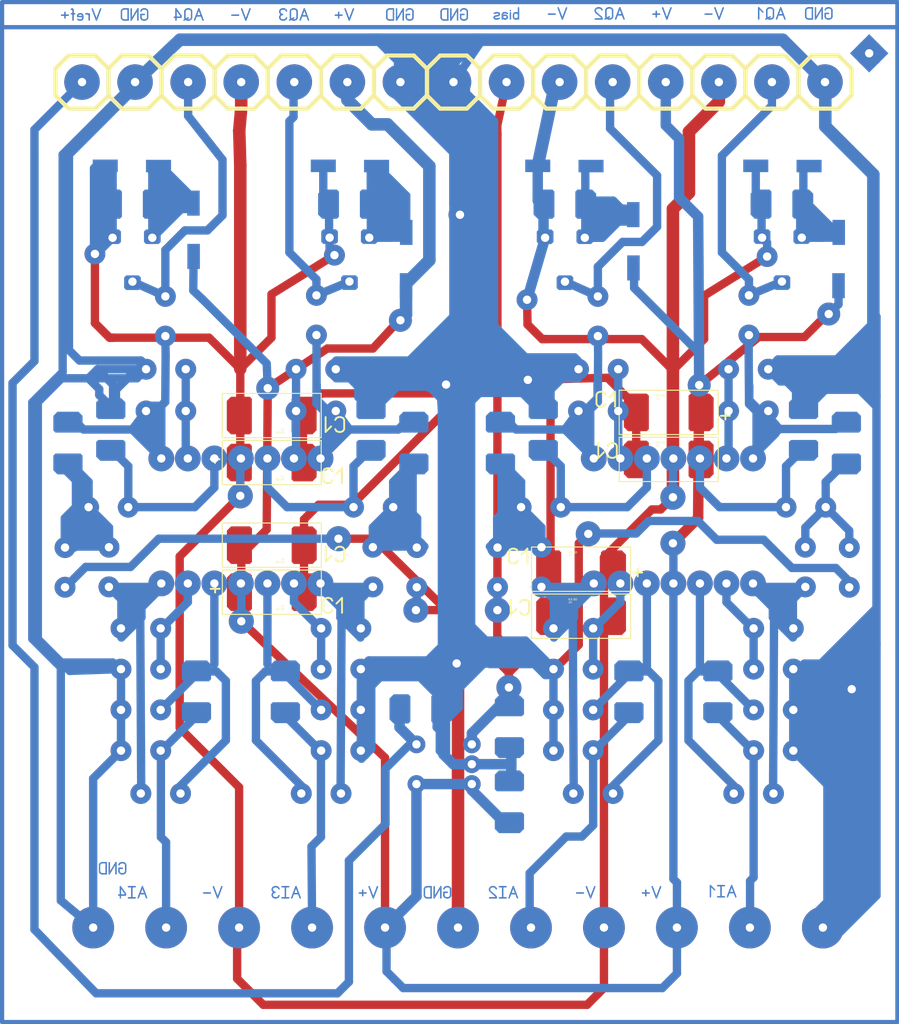
<source format=kicad_pcb>
(kicad_pcb (version 20171130) (host pcbnew "(5.1.6)-1")
  (layers (0 F.Cu signal) (31 B.Cu signal) (34 B.Paste user) (35 F.Paste user) (36 B.SilkS user) (37 F.SilkS user) (38 B.Mask user) (39 F.Mask user) (44 Edge.Cuts user))
  (net 0 "")
  (gr_line (start 77.6309 57.8451) (end 76.9909 57.8451) (layer F.SilkS) (width 0.2))
  (gr_line (start 76.9909 57.8451) (end 76.3609 57.2151) (layer F.SilkS) (width 0.2))
  (gr_line (start 76.3609 57.2151) (end 76.3609 55.9351) (layer F.SilkS) (width 0.2))
  (gr_line (start 76.3609 55.9351) (end 76.9909 55.3051) (layer F.SilkS) (width 0.2))
  (gr_line (start 76.9909 55.3051) (end 78.2709 55.3051) (layer F.SilkS) (width 0.2))
  (gr_line (start 78.2709 55.3051) (end 78.9009 55.9351) (layer F.SilkS) (width 0.2))
  (gr_line (start 78.9009 55.9351) (end 78.9009 57.2151) (layer F.SilkS) (width 0.2))
  (gr_line (start 78.9009 57.2151) (end 78.2709 57.8451) (layer F.SilkS) (width 0.2))
  (gr_line (start 78.2709 57.8451) (end 77.6309 57.8451) (layer F.SilkS) (width 0.2))
  (gr_line (start 80.1709 57.8451) (end 79.5309 57.8451) (layer F.SilkS) (width 0.2))
  (gr_line (start 79.5309 57.8451) (end 78.9009 57.2151) (layer F.SilkS) (width 0.2))
  (gr_line (start 78.9009 57.2151) (end 78.9009 55.9351) (layer F.SilkS) (width 0.2))
  (gr_line (start 78.9009 55.9351) (end 79.5309 55.3051) (layer F.SilkS) (width 0.2))
  (gr_line (start 79.5309 55.3051) (end 80.8109 55.3051) (layer F.SilkS) (width 0.2))
  (gr_line (start 80.8109 55.3051) (end 81.4409 55.9351) (layer F.SilkS) (width 0.2))
  (gr_line (start 81.4409 55.9351) (end 81.4409 57.2151) (layer F.SilkS) (width 0.2))
  (gr_line (start 81.4409 57.2151) (end 80.8109 57.8451) (layer F.SilkS) (width 0.2))
  (gr_line (start 80.8109 57.8451) (end 80.1709 57.8451) (layer F.SilkS) (width 0.2))
  (gr_line (start 82.7109 57.8451) (end 82.0709 57.8451) (layer F.SilkS) (width 0.2))
  (gr_line (start 82.0709 57.8451) (end 81.4409 57.2151) (layer F.SilkS) (width 0.2))
  (gr_line (start 81.4409 57.2151) (end 81.4409 55.9351) (layer F.SilkS) (width 0.2))
  (gr_line (start 81.4409 55.9351) (end 82.0709 55.3051) (layer F.SilkS) (width 0.2))
  (gr_line (start 82.0709 55.3051) (end 83.3509 55.3051) (layer F.SilkS) (width 0.2))
  (gr_line (start 83.3509 55.3051) (end 83.9809 55.9351) (layer F.SilkS) (width 0.2))
  (gr_line (start 83.9809 55.9351) (end 83.9809 57.2151) (layer F.SilkS) (width 0.2))
  (gr_line (start 83.9809 57.2151) (end 83.3509 57.8451) (layer F.SilkS) (width 0.2))
  (gr_line (start 83.3509 57.8451) (end 82.7109 57.8451) (layer F.SilkS) (width 0.2))
  (gr_line (start 85.2509 57.8451) (end 84.6109 57.8451) (layer F.SilkS) (width 0.2))
  (gr_line (start 84.6109 57.8451) (end 83.9809 57.2151) (layer F.SilkS) (width 0.2))
  (gr_line (start 83.9809 57.2151) (end 83.9809 55.9351) (layer F.SilkS) (width 0.2))
  (gr_line (start 83.9809 55.9351) (end 84.6109 55.3051) (layer F.SilkS) (width 0.2))
  (gr_line (start 84.6109 55.3051) (end 85.8909 55.3051) (layer F.SilkS) (width 0.2))
  (gr_line (start 85.8909 55.3051) (end 86.5209 55.9351) (layer F.SilkS) (width 0.2))
  (gr_line (start 86.5209 55.9351) (end 86.5209 57.2151) (layer F.SilkS) (width 0.2))
  (gr_line (start 86.5209 57.2151) (end 85.8909 57.8451) (layer F.SilkS) (width 0.2))
  (gr_line (start 85.8909 57.8451) (end 85.2509 57.8451) (layer F.SilkS) (width 0.2))
  (gr_line (start 87.7909 57.8451) (end 87.1509 57.8451) (layer F.SilkS) (width 0.2))
  (gr_line (start 87.1509 57.8451) (end 86.5209 57.2151) (layer F.SilkS) (width 0.2))
  (gr_line (start 86.5209 57.2151) (end 86.5209 55.9351) (layer F.SilkS) (width 0.2))
  (gr_line (start 86.5209 55.9351) (end 87.1509 55.3051) (layer F.SilkS) (width 0.2))
  (gr_line (start 87.1509 55.3051) (end 88.4309 55.3051) (layer F.SilkS) (width 0.2))
  (gr_line (start 88.4309 55.3051) (end 89.0609 55.9351) (layer F.SilkS) (width 0.2))
  (gr_line (start 89.0609 55.9351) (end 89.0609 57.2151) (layer F.SilkS) (width 0.2))
  (gr_line (start 89.0609 57.2151) (end 88.4309 57.8451) (layer F.SilkS) (width 0.2))
  (gr_line (start 88.4309 57.8451) (end 87.7909 57.8451) (layer F.SilkS) (width 0.2))
  (gr_line (start 90.3309 57.8451) (end 89.6909 57.8451) (layer F.SilkS) (width 0.2))
  (gr_line (start 89.6909 57.8451) (end 89.0609 57.2151) (layer F.SilkS) (width 0.2))
  (gr_line (start 89.0609 57.2151) (end 89.0609 55.9351) (layer F.SilkS) (width 0.2))
  (gr_line (start 89.0609 55.9351) (end 89.6909 55.3051) (layer F.SilkS) (width 0.2))
  (gr_line (start 89.6909 55.3051) (end 90.9709 55.3051) (layer F.SilkS) (width 0.2))
  (gr_line (start 90.9709 55.3051) (end 91.6009 55.9351) (layer F.SilkS) (width 0.2))
  (gr_line (start 91.6009 55.9351) (end 91.6009 57.2151) (layer F.SilkS) (width 0.2))
  (gr_line (start 91.6009 57.2151) (end 90.9709 57.8451) (layer F.SilkS) (width 0.2))
  (gr_line (start 90.9709 57.8451) (end 90.3309 57.8451) (layer F.SilkS) (width 0.2))
  (gr_line (start 92.8709 57.8451) (end 92.2309 57.8451) (layer F.SilkS) (width 0.2))
  (gr_line (start 92.2309 57.8451) (end 91.6009 57.2151) (layer F.SilkS) (width 0.2))
  (gr_line (start 91.6009 57.2151) (end 91.6009 55.9351) (layer F.SilkS) (width 0.2))
  (gr_line (start 91.6009 55.9351) (end 92.2309 55.3051) (layer F.SilkS) (width 0.2))
  (gr_line (start 92.2309 55.3051) (end 93.5109 55.3051) (layer F.SilkS) (width 0.2))
  (gr_line (start 93.5109 55.3051) (end 94.1409 55.9351) (layer F.SilkS) (width 0.2))
  (gr_line (start 94.1409 55.9351) (end 94.1409 57.2151) (layer F.SilkS) (width 0.2))
  (gr_line (start 94.1409 57.2151) (end 93.5109 57.8451) (layer F.SilkS) (width 0.2))
  (gr_line (start 93.5109 57.8451) (end 92.8709 57.8451) (layer F.SilkS) (width 0.2))
  (gr_line (start 95.4109 57.8451) (end 94.7709 57.8451) (layer F.SilkS) (width 0.2))
  (gr_line (start 94.7709 57.8451) (end 94.1409 57.2151) (layer F.SilkS) (width 0.2))
  (gr_line (start 94.1409 57.2151) (end 94.1409 55.9351) (layer F.SilkS) (width 0.2))
  (gr_line (start 94.1409 55.9351) (end 94.7709 55.3051) (layer F.SilkS) (width 0.2))
  (gr_line (start 94.7709 55.3051) (end 96.0509 55.3051) (layer F.SilkS) (width 0.2))
  (gr_line (start 96.0509 55.3051) (end 96.6809 55.9351) (layer F.SilkS) (width 0.2))
  (gr_line (start 96.6809 55.9351) (end 96.6809 57.2151) (layer F.SilkS) (width 0.2))
  (gr_line (start 96.6809 57.2151) (end 96.0509 57.8451) (layer F.SilkS) (width 0.2))
  (gr_line (start 96.0509 57.8451) (end 95.4109 57.8451) (layer F.SilkS) (width 0.2))
  (gr_line (start 97.9509 57.8451) (end 97.3109 57.8451) (layer F.SilkS) (width 0.2))
  (gr_line (start 97.3109 57.8451) (end 96.6809 57.2151) (layer F.SilkS) (width 0.2))
  (gr_line (start 96.6809 57.2151) (end 96.6809 55.9351) (layer F.SilkS) (width 0.2))
  (gr_line (start 96.6809 55.9351) (end 97.3109 55.3051) (layer F.SilkS) (width 0.2))
  (gr_line (start 97.3109 55.3051) (end 98.5909 55.3051) (layer F.SilkS) (width 0.2))
  (gr_line (start 98.5909 55.3051) (end 99.2209 55.9351) (layer F.SilkS) (width 0.2))
  (gr_line (start 99.2209 55.9351) (end 99.2209 57.2151) (layer F.SilkS) (width 0.2))
  (gr_line (start 99.2209 57.2151) (end 98.5909 57.8451) (layer F.SilkS) (width 0.2))
  (gr_line (start 98.5909 57.8451) (end 97.9509 57.8451) (layer F.SilkS) (width 0.2))
  (gr_line (start 100.4909 57.8451) (end 99.8509 57.8451) (layer F.SilkS) (width 0.2))
  (gr_line (start 99.8509 57.8451) (end 99.2209 57.2151) (layer F.SilkS) (width 0.2))
  (gr_line (start 99.2209 57.2151) (end 99.2209 55.9351) (layer F.SilkS) (width 0.2))
  (gr_line (start 99.2209 55.9351) (end 99.8509 55.3051) (layer F.SilkS) (width 0.2))
  (gr_line (start 99.8509 55.3051) (end 101.1309 55.3051) (layer F.SilkS) (width 0.2))
  (gr_line (start 101.1309 55.3051) (end 101.7609 55.9351) (layer F.SilkS) (width 0.2))
  (gr_line (start 101.7609 55.9351) (end 101.7609 57.2151) (layer F.SilkS) (width 0.2))
  (gr_line (start 101.7609 57.2151) (end 101.1309 57.8451) (layer F.SilkS) (width 0.2))
  (gr_line (start 101.1309 57.8451) (end 100.4909 57.8451) (layer F.SilkS) (width 0.2))
  (gr_line (start 103.0309 57.8451) (end 102.3909 57.8451) (layer F.SilkS) (width 0.2))
  (gr_line (start 102.3909 57.8451) (end 101.7609 57.2151) (layer F.SilkS) (width 0.2))
  (gr_line (start 101.7609 57.2151) (end 101.7609 55.9351) (layer F.SilkS) (width 0.2))
  (gr_line (start 101.7609 55.9351) (end 102.3909 55.3051) (layer F.SilkS) (width 0.2))
  (gr_line (start 102.3909 55.3051) (end 103.6709 55.3051) (layer F.SilkS) (width 0.2))
  (gr_line (start 103.6709 55.3051) (end 104.3009 55.9351) (layer F.SilkS) (width 0.2))
  (gr_line (start 104.3009 55.9351) (end 104.3009 57.2151) (layer F.SilkS) (width 0.2))
  (gr_line (start 104.3009 57.2151) (end 103.6709 57.8451) (layer F.SilkS) (width 0.2))
  (gr_line (start 103.6709 57.8451) (end 103.0309 57.8451) (layer F.SilkS) (width 0.2))
  (gr_line (start 105.5709 57.8451) (end 104.9309 57.8451) (layer F.SilkS) (width 0.2))
  (gr_line (start 104.9309 57.8451) (end 104.3009 57.2151) (layer F.SilkS) (width 0.2))
  (gr_line (start 104.3009 57.2151) (end 104.3009 55.9351) (layer F.SilkS) (width 0.2))
  (gr_line (start 104.3009 55.9351) (end 104.9309 55.3051) (layer F.SilkS) (width 0.2))
  (gr_line (start 104.9309 55.3051) (end 106.2109 55.3051) (layer F.SilkS) (width 0.2))
  (gr_line (start 106.2109 55.3051) (end 106.8409 55.9351) (layer F.SilkS) (width 0.2))
  (gr_line (start 106.8409 55.9351) (end 106.8409 57.2151) (layer F.SilkS) (width 0.2))
  (gr_line (start 106.8409 57.2151) (end 106.2109 57.8451) (layer F.SilkS) (width 0.2))
  (gr_line (start 106.2109 57.8451) (end 105.5709 57.8451) (layer F.SilkS) (width 0.2))
  (gr_line (start 108.1109 57.8451) (end 107.4709 57.8451) (layer F.SilkS) (width 0.2))
  (gr_line (start 107.4709 57.8451) (end 106.8409 57.2151) (layer F.SilkS) (width 0.2))
  (gr_line (start 106.8409 57.2151) (end 106.8409 55.9351) (layer F.SilkS) (width 0.2))
  (gr_line (start 106.8409 55.9351) (end 107.4709 55.3051) (layer F.SilkS) (width 0.2))
  (gr_line (start 107.4709 55.3051) (end 108.7509 55.3051) (layer F.SilkS) (width 0.2))
  (gr_line (start 108.7509 55.3051) (end 109.3809 55.9351) (layer F.SilkS) (width 0.2))
  (gr_line (start 109.3809 55.9351) (end 109.3809 57.2151) (layer F.SilkS) (width 0.2))
  (gr_line (start 109.3809 57.2151) (end 108.7509 57.8451) (layer F.SilkS) (width 0.2))
  (gr_line (start 108.7509 57.8451) (end 108.1109 57.8451) (layer F.SilkS) (width 0.2))
  (gr_line (start 72.5509 57.8451) (end 71.9109 57.8451) (layer F.SilkS) (width 0.2))
  (gr_line (start 71.9109 57.8451) (end 71.2809 57.2151) (layer F.SilkS) (width 0.2))
  (gr_line (start 71.2809 57.2151) (end 71.2809 55.9351) (layer F.SilkS) (width 0.2))
  (gr_line (start 71.2809 55.9351) (end 71.9109 55.3051) (layer F.SilkS) (width 0.2))
  (gr_line (start 71.9109 55.3051) (end 73.1909 55.3051) (layer F.SilkS) (width 0.2))
  (gr_line (start 73.1909 55.3051) (end 73.8209 55.9351) (layer F.SilkS) (width 0.2))
  (gr_line (start 73.8209 55.9351) (end 73.8209 57.2151) (layer F.SilkS) (width 0.2))
  (gr_line (start 73.8209 57.2151) (end 73.1909 57.8451) (layer F.SilkS) (width 0.2))
  (gr_line (start 73.1909 57.8451) (end 72.5509 57.8451) (layer F.SilkS) (width 0.2))
  (gr_line (start 75.0909 57.8451) (end 74.4509 57.8451) (layer F.SilkS) (width 0.2))
  (gr_line (start 74.4509 57.8451) (end 73.8209 57.2151) (layer F.SilkS) (width 0.2))
  (gr_line (start 73.8209 57.2151) (end 73.8209 55.9351) (layer F.SilkS) (width 0.2))
  (gr_line (start 73.8209 55.9351) (end 74.4509 55.3051) (layer F.SilkS) (width 0.2))
  (gr_line (start 74.4509 55.3051) (end 75.7309 55.3051) (layer F.SilkS) (width 0.2))
  (gr_line (start 75.7309 55.3051) (end 76.3609 55.9351) (layer F.SilkS) (width 0.2))
  (gr_line (start 76.3609 55.9351) (end 76.3609 57.2151) (layer F.SilkS) (width 0.2))
  (gr_line (start 76.3609 57.2151) (end 75.7309 57.8451) (layer F.SilkS) (width 0.2))
  (gr_line (start 75.7309 57.8451) (end 75.0909 57.8451) (layer F.SilkS) (width 0.2))
  (gr_line (start 100.4533 73.8329) (end 100.4311 73.8662) (layer F.SilkS) (width 0.01))
  (gr_line (start 100.4311 73.8662) (end 100.4311 73.7774) (layer F.SilkS) (width 0.01))
  (gr_line (start 100.3777 73.7774) (end 100.4133 73.7774) (layer F.SilkS) (width 0.01))
  (gr_line (start 100.4133 73.7774) (end 100.4133 73.7829) (layer F.SilkS) (width 0.01))
  (gr_line (start 100.4133 73.7829) (end 100.4088 73.794) (layer F.SilkS) (width 0.01))
  (gr_line (start 100.4088 73.794) (end 100.3822 73.8274) (layer F.SilkS) (width 0.01))
  (gr_line (start 100.3822 73.8274) (end 100.3777 73.8385) (layer F.SilkS) (width 0.01))
  (gr_line (start 100.3777 73.8385) (end 100.3777 73.8496) (layer F.SilkS) (width 0.01))
  (gr_line (start 100.3777 73.8496) (end 100.3822 73.8607) (layer F.SilkS) (width 0.01))
  (gr_line (start 100.3822 73.8607) (end 100.3911 73.8662) (layer F.SilkS) (width 0.01))
  (gr_line (start 100.3911 73.8662) (end 100.4 73.8662) (layer F.SilkS) (width 0.01))
  (gr_line (start 100.4 73.8662) (end 100.4088 73.8607) (layer F.SilkS) (width 0.01))
  (gr_line (start 100.4088 73.8607) (end 100.4132 73.8496) (layer F.SilkS) (width 0.01))
  (gr_line (start 100.3244 73.8496) (end 100.3243 73.794) (layer F.SilkS) (width 0.01))
  (gr_line (start 100.3243 73.794) (end 100.3288 73.7829) (layer F.SilkS) (width 0.01))
  (gr_line (start 100.3288 73.7829) (end 100.3377 73.7774) (layer F.SilkS) (width 0.01))
  (gr_line (start 100.3377 73.7774) (end 100.3466 73.7774) (layer F.SilkS) (width 0.01))
  (gr_line (start 100.3466 73.7774) (end 100.3554 73.7829) (layer F.SilkS) (width 0.01))
  (gr_line (start 100.3554 73.7829) (end 100.3599 73.794) (layer F.SilkS) (width 0.01))
  (gr_line (start 100.3599 73.794) (end 100.3599 73.8496) (layer F.SilkS) (width 0.01))
  (gr_line (start 100.3599 73.8496) (end 100.3554 73.8607) (layer F.SilkS) (width 0.01))
  (gr_line (start 100.3554 73.8607) (end 100.3466 73.8662) (layer F.SilkS) (width 0.01))
  (gr_line (start 100.3466 73.8662) (end 100.3377 73.8662) (layer F.SilkS) (width 0.01))
  (gr_line (start 100.3377 73.8662) (end 100.3288 73.8607) (layer F.SilkS) (width 0.01))
  (gr_line (start 100.3288 73.8607) (end 100.3244 73.8496) (layer F.SilkS) (width 0.01))
  (gr_line (start 100.271 73.8496) (end 100.2754 73.8607) (layer F.SilkS) (width 0.01))
  (gr_line (start 100.2754 73.8607) (end 100.2843 73.8662) (layer F.SilkS) (width 0.01))
  (gr_line (start 100.2843 73.8662) (end 100.2932 73.8662) (layer F.SilkS) (width 0.01))
  (gr_line (start 100.2932 73.8662) (end 100.302 73.8607) (layer F.SilkS) (width 0.01))
  (gr_line (start 100.302 73.8607) (end 100.3065 73.8496) (layer F.SilkS) (width 0.01))
  (gr_line (start 100.3065 73.8496) (end 100.3065 73.8218) (layer F.SilkS) (width 0.01))
  (gr_line (start 100.3065 73.8218) (end 100.3065 73.8162) (layer F.SilkS) (width 0.01))
  (gr_line (start 100.3065 73.8162) (end 100.2932 73.8274) (layer F.SilkS) (width 0.01))
  (gr_line (start 100.2932 73.8274) (end 100.2843 73.8274) (layer F.SilkS) (width 0.01))
  (gr_line (start 100.2843 73.8274) (end 100.2754 73.8218) (layer F.SilkS) (width 0.01))
  (gr_line (start 100.2754 73.8218) (end 100.2709 73.8107) (layer F.SilkS) (width 0.01))
  (gr_line (start 100.2709 73.8107) (end 100.2709 73.794) (layer F.SilkS) (width 0.01))
  (gr_line (start 100.2709 73.794) (end 100.2754 73.7829) (layer F.SilkS) (width 0.01))
  (gr_line (start 100.2754 73.7829) (end 100.2843 73.7774) (layer F.SilkS) (width 0.01))
  (gr_line (start 100.2843 73.7774) (end 100.2932 73.7774) (layer F.SilkS) (width 0.01))
  (gr_line (start 100.2932 73.7774) (end 100.302 73.7829) (layer F.SilkS) (width 0.01))
  (gr_line (start 100.302 73.7829) (end 100.3065 73.794) (layer F.SilkS) (width 0.01))
  (gr_line (start 100.3065 73.794) (end 100.3065 73.8218) (layer F.SilkS) (width 0.01))
  (gr_line (start 100.2157 73.8496) (end 100.2112 73.8607) (layer F.SilkS) (width 0.01))
  (gr_line (start 100.2112 73.8607) (end 100.2024 73.8662) (layer F.SilkS) (width 0.01))
  (gr_line (start 100.2024 73.8662) (end 100.1935 73.8662) (layer F.SilkS) (width 0.01))
  (gr_line (start 100.1935 73.8662) (end 100.1846 73.8607) (layer F.SilkS) (width 0.01))
  (gr_line (start 100.1846 73.8607) (end 100.1801 73.8496) (layer F.SilkS) (width 0.01))
  (gr_line (start 100.1801 73.8496) (end 100.1801 73.8385) (layer F.SilkS) (width 0.01))
  (gr_line (start 100.1801 73.8385) (end 100.1846 73.8274) (layer F.SilkS) (width 0.01))
  (gr_line (start 100.1846 73.8274) (end 100.1935 73.8218) (layer F.SilkS) (width 0.01))
  (gr_line (start 100.1935 73.8218) (end 100.1846 73.8162) (layer F.SilkS) (width 0.01))
  (gr_line (start 100.1846 73.8162) (end 100.1802 73.8052) (layer F.SilkS) (width 0.01))
  (gr_line (start 100.1802 73.8052) (end 100.1802 73.794) (layer F.SilkS) (width 0.01))
  (gr_line (start 100.1802 73.794) (end 100.1846 73.7829) (layer F.SilkS) (width 0.01))
  (gr_line (start 100.1846 73.7829) (end 100.1935 73.7774) (layer F.SilkS) (width 0.01))
  (gr_line (start 100.1935 73.7774) (end 100.2024 73.7774) (layer F.SilkS) (width 0.01))
  (gr_line (start 100.2024 73.7774) (end 100.2112 73.7829) (layer F.SilkS) (width 0.01))
  (gr_line (start 100.2112 73.7829) (end 100.2157 73.794) (layer F.SilkS) (width 0.01))
  (gr_line (start 100.1268 73.7774) (end 100.1623 73.7774) (layer F.SilkS) (width 0.01))
  (gr_line (start 100.1623 73.7774) (end 100.1623 73.7829) (layer F.SilkS) (width 0.01))
  (gr_line (start 100.1623 73.7829) (end 100.1578 73.794) (layer F.SilkS) (width 0.01))
  (gr_line (start 100.1578 73.794) (end 100.1312 73.8274) (layer F.SilkS) (width 0.01))
  (gr_line (start 100.1312 73.8274) (end 100.1267 73.8385) (layer F.SilkS) (width 0.01))
  (gr_line (start 100.1267 73.8385) (end 100.1267 73.8496) (layer F.SilkS) (width 0.01))
  (gr_line (start 100.1267 73.8496) (end 100.1312 73.8607) (layer F.SilkS) (width 0.01))
  (gr_line (start 100.1312 73.8607) (end 100.1401 73.8662) (layer F.SilkS) (width 0.01))
  (gr_line (start 100.1401 73.8662) (end 100.149 73.8662) (layer F.SilkS) (width 0.01))
  (gr_line (start 100.149 73.8662) (end 100.1578 73.8607) (layer F.SilkS) (width 0.01))
  (gr_line (start 100.1578 73.8607) (end 100.1623 73.8496) (layer F.SilkS) (width 0.01))
  (gr_line (start 100.1089 73.8329) (end 100.0867 73.8662) (layer F.SilkS) (width 0.01))
  (gr_line (start 100.0867 73.8662) (end 100.0867 73.7774) (layer F.SilkS) (width 0.01))
  (gr_line (start 100.0333 73.8496) (end 100.0378 73.8607) (layer F.SilkS) (width 0.01))
  (gr_line (start 100.0378 73.8607) (end 100.0467 73.8662) (layer F.SilkS) (width 0.01))
  (gr_line (start 100.0467 73.8662) (end 100.0556 73.8662) (layer F.SilkS) (width 0.01))
  (gr_line (start 100.0556 73.8662) (end 100.0644 73.8607) (layer F.SilkS) (width 0.01))
  (gr_line (start 100.0644 73.8607) (end 100.0689 73.8496) (layer F.SilkS) (width 0.01))
  (gr_line (start 100.0689 73.8496) (end 100.0689 73.8218) (layer F.SilkS) (width 0.01))
  (gr_line (start 100.0689 73.8218) (end 100.0689 73.8162) (layer F.SilkS) (width 0.01))
  (gr_line (start 100.0689 73.8162) (end 100.0556 73.8274) (layer F.SilkS) (width 0.01))
  (gr_line (start 100.0556 73.8274) (end 100.0467 73.8274) (layer F.SilkS) (width 0.01))
  (gr_line (start 100.0467 73.8274) (end 100.0378 73.8218) (layer F.SilkS) (width 0.01))
  (gr_line (start 100.0378 73.8218) (end 100.0333 73.8107) (layer F.SilkS) (width 0.01))
  (gr_line (start 100.0333 73.8107) (end 100.0333 73.794) (layer F.SilkS) (width 0.01))
  (gr_line (start 100.0333 73.794) (end 100.0378 73.7829) (layer F.SilkS) (width 0.01))
  (gr_line (start 100.0378 73.7829) (end 100.0467 73.7774) (layer F.SilkS) (width 0.01))
  (gr_line (start 100.0467 73.7774) (end 100.0556 73.7774) (layer F.SilkS) (width 0.01))
  (gr_line (start 100.0556 73.7774) (end 100.0644 73.7829) (layer F.SilkS) (width 0.01))
  (gr_line (start 100.0644 73.7829) (end 100.0689 73.794) (layer F.SilkS) (width 0.01))
  (gr_line (start 100.0689 73.794) (end 100.0689 73.8218) (layer F.SilkS) (width 0.01))
  (gr_line (start 103.0016 75.6898) (end 98.2616 75.6898) (layer F.SilkS) (width 0.05))
  (gr_line (start 98.2616 75.6898) (end 98.2616 73.5698) (layer F.SilkS) (width 0.05))
  (gr_line (start 98.2616 73.5698) (end 103.0016 73.5698) (layer F.SilkS) (width 0.05))
  (gr_line (start 103.0016 73.5698) (end 103.0016 75.6898) (layer F.SilkS) (width 0.05))
  (gr_line (start 100.1577 73.934) (end 100.1622 73.9229) (layer F.SilkS) (width 0.01))
  (gr_line (start 100.1622 73.9229) (end 100.1711 73.9174) (layer F.SilkS) (width 0.01))
  (gr_line (start 100.1711 73.9174) (end 100.18 73.9174) (layer F.SilkS) (width 0.01))
  (gr_line (start 100.18 73.9174) (end 100.1888 73.9229) (layer F.SilkS) (width 0.01))
  (gr_line (start 100.1888 73.9229) (end 100.1933 73.934) (layer F.SilkS) (width 0.01))
  (gr_line (start 100.1933 73.934) (end 100.1933 73.9896) (layer F.SilkS) (width 0.01))
  (gr_line (start 100.1933 73.9896) (end 100.1888 74.0007) (layer F.SilkS) (width 0.01))
  (gr_line (start 100.1888 74.0007) (end 100.18 74.0062) (layer F.SilkS) (width 0.01))
  (gr_line (start 100.18 74.0062) (end 100.1711 74.0062) (layer F.SilkS) (width 0.01))
  (gr_line (start 100.1711 74.0062) (end 100.1622 74.0006) (layer F.SilkS) (width 0.01))
  (gr_line (start 100.1622 74.0006) (end 100.1577 73.9896) (layer F.SilkS) (width 0.01))
  (gr_line (start 100.1399 73.9174) (end 100.1177 74.0062) (layer F.SilkS) (width 0.01))
  (gr_line (start 100.1177 74.0062) (end 100.0954 73.9174) (layer F.SilkS) (width 0.01))
  (gr_line (start 100.131 73.9507) (end 100.1044 73.9507) (layer F.SilkS) (width 0.01))
  (gr_line (start 100.0777 73.9174) (end 100.0777 74.0062) (layer F.SilkS) (width 0.01))
  (gr_line (start 100.0777 74.0062) (end 100.0555 74.0062) (layer F.SilkS) (width 0.01))
  (gr_line (start 100.0555 74.0062) (end 100.0466 74.0007) (layer F.SilkS) (width 0.01))
  (gr_line (start 100.0466 74.0007) (end 100.0421 73.9896) (layer F.SilkS) (width 0.01))
  (gr_line (start 100.0421 73.9896) (end 100.0421 73.9785) (layer F.SilkS) (width 0.01))
  (gr_line (start 100.0421 73.9785) (end 100.0466 73.9674) (layer F.SilkS) (width 0.01))
  (gr_line (start 100.0466 73.9674) (end 100.0554 73.9618) (layer F.SilkS) (width 0.01))
  (gr_line (start 100.0554 73.9618) (end 100.0777 73.9618) (layer F.SilkS) (width 0.01))
  (gr_line (start 97.7226 73.978) (end 97.7759 73.8892) (layer F.SilkS) (width 0.09))
  (gr_line (start 97.7759 73.8892) (end 97.8825 73.8447) (layer F.SilkS) (width 0.09))
  (gr_line (start 97.8825 73.8447) (end 97.9892 73.8447) (layer F.SilkS) (width 0.09))
  (gr_line (start 97.9892 73.8447) (end 98.0959 73.8892) (layer F.SilkS) (width 0.09))
  (gr_line (start 98.0959 73.8892) (end 98.1492 73.978) (layer F.SilkS) (width 0.09))
  (gr_line (start 98.1492 73.978) (end 98.1492 74.4225) (layer F.SilkS) (width 0.09))
  (gr_line (start 98.1492 74.4225) (end 98.0959 74.5114) (layer F.SilkS) (width 0.09))
  (gr_line (start 98.0959 74.5114) (end 97.9892 74.5558) (layer F.SilkS) (width 0.09))
  (gr_line (start 97.9892 74.5558) (end 97.8826 74.5558) (layer F.SilkS) (width 0.09))
  (gr_line (start 97.8826 74.5558) (end 97.7759 74.5114) (layer F.SilkS) (width 0.09))
  (gr_line (start 97.7759 74.5114) (end 97.7225 74.4225) (layer F.SilkS) (width 0.09))
  (gr_line (start 97.5269 74.2892) (end 97.2602 74.5558) (layer F.SilkS) (width 0.09))
  (gr_line (start 97.2602 74.5558) (end 97.2602 73.8447) (layer F.SilkS) (width 0.09))
  (gr_line (start 100.4533 71.5829) (end 100.4311 71.6162) (layer F.SilkS) (width 0.01))
  (gr_line (start 100.4311 71.6162) (end 100.4311 71.5274) (layer F.SilkS) (width 0.01))
  (gr_line (start 100.3777 71.5274) (end 100.4133 71.5274) (layer F.SilkS) (width 0.01))
  (gr_line (start 100.4133 71.5274) (end 100.4133 71.5329) (layer F.SilkS) (width 0.01))
  (gr_line (start 100.4133 71.5329) (end 100.4088 71.544) (layer F.SilkS) (width 0.01))
  (gr_line (start 100.4088 71.544) (end 100.3822 71.5774) (layer F.SilkS) (width 0.01))
  (gr_line (start 100.3822 71.5774) (end 100.3777 71.5885) (layer F.SilkS) (width 0.01))
  (gr_line (start 100.3777 71.5885) (end 100.3777 71.5996) (layer F.SilkS) (width 0.01))
  (gr_line (start 100.3777 71.5996) (end 100.3822 71.6107) (layer F.SilkS) (width 0.01))
  (gr_line (start 100.3822 71.6107) (end 100.3911 71.6162) (layer F.SilkS) (width 0.01))
  (gr_line (start 100.3911 71.6162) (end 100.4 71.6162) (layer F.SilkS) (width 0.01))
  (gr_line (start 100.4 71.6162) (end 100.4088 71.6107) (layer F.SilkS) (width 0.01))
  (gr_line (start 100.4088 71.6107) (end 100.4133 71.5996) (layer F.SilkS) (width 0.01))
  (gr_line (start 100.3244 71.5996) (end 100.3243 71.544) (layer F.SilkS) (width 0.01))
  (gr_line (start 100.3243 71.544) (end 100.3288 71.5329) (layer F.SilkS) (width 0.01))
  (gr_line (start 100.3288 71.5329) (end 100.3377 71.5274) (layer F.SilkS) (width 0.01))
  (gr_line (start 100.3377 71.5274) (end 100.3466 71.5274) (layer F.SilkS) (width 0.01))
  (gr_line (start 100.3466 71.5274) (end 100.3554 71.5329) (layer F.SilkS) (width 0.01))
  (gr_line (start 100.3554 71.5329) (end 100.3599 71.544) (layer F.SilkS) (width 0.01))
  (gr_line (start 100.3599 71.544) (end 100.3599 71.5996) (layer F.SilkS) (width 0.01))
  (gr_line (start 100.3599 71.5996) (end 100.3554 71.6107) (layer F.SilkS) (width 0.01))
  (gr_line (start 100.3554 71.6107) (end 100.3466 71.6162) (layer F.SilkS) (width 0.01))
  (gr_line (start 100.3466 71.6162) (end 100.3377 71.6162) (layer F.SilkS) (width 0.01))
  (gr_line (start 100.3377 71.6162) (end 100.3288 71.6107) (layer F.SilkS) (width 0.01))
  (gr_line (start 100.3288 71.6107) (end 100.3244 71.5996) (layer F.SilkS) (width 0.01))
  (gr_line (start 100.271 71.5996) (end 100.2754 71.6107) (layer F.SilkS) (width 0.01))
  (gr_line (start 100.2754 71.6107) (end 100.2843 71.6162) (layer F.SilkS) (width 0.01))
  (gr_line (start 100.2843 71.6162) (end 100.2932 71.6162) (layer F.SilkS) (width 0.01))
  (gr_line (start 100.2932 71.6162) (end 100.302 71.6107) (layer F.SilkS) (width 0.01))
  (gr_line (start 100.302 71.6107) (end 100.3065 71.5996) (layer F.SilkS) (width 0.01))
  (gr_line (start 100.3065 71.5996) (end 100.3065 71.5718) (layer F.SilkS) (width 0.01))
  (gr_line (start 100.3065 71.5718) (end 100.3065 71.5662) (layer F.SilkS) (width 0.01))
  (gr_line (start 100.3065 71.5662) (end 100.2932 71.5774) (layer F.SilkS) (width 0.01))
  (gr_line (start 100.2932 71.5774) (end 100.2843 71.5774) (layer F.SilkS) (width 0.01))
  (gr_line (start 100.2843 71.5774) (end 100.2754 71.5718) (layer F.SilkS) (width 0.01))
  (gr_line (start 100.2754 71.5718) (end 100.2709 71.5607) (layer F.SilkS) (width 0.01))
  (gr_line (start 100.2709 71.5607) (end 100.2709 71.544) (layer F.SilkS) (width 0.01))
  (gr_line (start 100.2709 71.544) (end 100.2754 71.5329) (layer F.SilkS) (width 0.01))
  (gr_line (start 100.2754 71.5329) (end 100.2843 71.5274) (layer F.SilkS) (width 0.01))
  (gr_line (start 100.2843 71.5274) (end 100.2932 71.5274) (layer F.SilkS) (width 0.01))
  (gr_line (start 100.2932 71.5274) (end 100.302 71.5329) (layer F.SilkS) (width 0.01))
  (gr_line (start 100.302 71.5329) (end 100.3065 71.544) (layer F.SilkS) (width 0.01))
  (gr_line (start 100.3065 71.544) (end 100.3065 71.5718) (layer F.SilkS) (width 0.01))
  (gr_line (start 100.2157 71.5996) (end 100.2112 71.6107) (layer F.SilkS) (width 0.01))
  (gr_line (start 100.2112 71.6107) (end 100.2024 71.6162) (layer F.SilkS) (width 0.01))
  (gr_line (start 100.2024 71.6162) (end 100.1935 71.6162) (layer F.SilkS) (width 0.01))
  (gr_line (start 100.1935 71.6162) (end 100.1846 71.6107) (layer F.SilkS) (width 0.01))
  (gr_line (start 100.1846 71.6107) (end 100.1801 71.5996) (layer F.SilkS) (width 0.01))
  (gr_line (start 100.1801 71.5996) (end 100.1801 71.5885) (layer F.SilkS) (width 0.01))
  (gr_line (start 100.1801 71.5885) (end 100.1846 71.5774) (layer F.SilkS) (width 0.01))
  (gr_line (start 100.1846 71.5774) (end 100.1935 71.5718) (layer F.SilkS) (width 0.01))
  (gr_line (start 100.1935 71.5718) (end 100.1846 71.5662) (layer F.SilkS) (width 0.01))
  (gr_line (start 100.1846 71.5662) (end 100.1802 71.5552) (layer F.SilkS) (width 0.01))
  (gr_line (start 100.1802 71.5552) (end 100.1802 71.544) (layer F.SilkS) (width 0.01))
  (gr_line (start 100.1802 71.544) (end 100.1846 71.5329) (layer F.SilkS) (width 0.01))
  (gr_line (start 100.1846 71.5329) (end 100.1935 71.5274) (layer F.SilkS) (width 0.01))
  (gr_line (start 100.1935 71.5274) (end 100.2024 71.5274) (layer F.SilkS) (width 0.01))
  (gr_line (start 100.2024 71.5274) (end 100.2112 71.5329) (layer F.SilkS) (width 0.01))
  (gr_line (start 100.2112 71.5329) (end 100.2157 71.544) (layer F.SilkS) (width 0.01))
  (gr_line (start 100.1267 71.5274) (end 100.1623 71.5274) (layer F.SilkS) (width 0.01))
  (gr_line (start 100.1623 71.5274) (end 100.1623 71.5329) (layer F.SilkS) (width 0.01))
  (gr_line (start 100.1623 71.5329) (end 100.1578 71.544) (layer F.SilkS) (width 0.01))
  (gr_line (start 100.1578 71.544) (end 100.1312 71.5774) (layer F.SilkS) (width 0.01))
  (gr_line (start 100.1312 71.5774) (end 100.1267 71.5885) (layer F.SilkS) (width 0.01))
  (gr_line (start 100.1267 71.5885) (end 100.1267 71.5996) (layer F.SilkS) (width 0.01))
  (gr_line (start 100.1267 71.5996) (end 100.1312 71.6107) (layer F.SilkS) (width 0.01))
  (gr_line (start 100.1312 71.6107) (end 100.1401 71.6162) (layer F.SilkS) (width 0.01))
  (gr_line (start 100.1401 71.6162) (end 100.149 71.6162) (layer F.SilkS) (width 0.01))
  (gr_line (start 100.149 71.6162) (end 100.1578 71.6107) (layer F.SilkS) (width 0.01))
  (gr_line (start 100.1578 71.6107) (end 100.1623 71.5996) (layer F.SilkS) (width 0.01))
  (gr_line (start 100.1089 71.5829) (end 100.0867 71.6162) (layer F.SilkS) (width 0.01))
  (gr_line (start 100.0867 71.6162) (end 100.0867 71.5274) (layer F.SilkS) (width 0.01))
  (gr_line (start 100.0333 71.5996) (end 100.0378 71.6107) (layer F.SilkS) (width 0.01))
  (gr_line (start 100.0378 71.6107) (end 100.0467 71.6162) (layer F.SilkS) (width 0.01))
  (gr_line (start 100.0467 71.6162) (end 100.0556 71.6162) (layer F.SilkS) (width 0.01))
  (gr_line (start 100.0556 71.6162) (end 100.0644 71.6107) (layer F.SilkS) (width 0.01))
  (gr_line (start 100.0644 71.6107) (end 100.0689 71.5996) (layer F.SilkS) (width 0.01))
  (gr_line (start 100.0689 71.5996) (end 100.0689 71.5718) (layer F.SilkS) (width 0.01))
  (gr_line (start 100.0689 71.5718) (end 100.0689 71.5662) (layer F.SilkS) (width 0.01))
  (gr_line (start 100.0689 71.5662) (end 100.0556 71.5774) (layer F.SilkS) (width 0.01))
  (gr_line (start 100.0556 71.5774) (end 100.0467 71.5774) (layer F.SilkS) (width 0.01))
  (gr_line (start 100.0467 71.5774) (end 100.0378 71.5718) (layer F.SilkS) (width 0.01))
  (gr_line (start 100.0378 71.5718) (end 100.0333 71.5607) (layer F.SilkS) (width 0.01))
  (gr_line (start 100.0333 71.5607) (end 100.0333 71.544) (layer F.SilkS) (width 0.01))
  (gr_line (start 100.0333 71.544) (end 100.0378 71.5329) (layer F.SilkS) (width 0.01))
  (gr_line (start 100.0378 71.5329) (end 100.0467 71.5274) (layer F.SilkS) (width 0.01))
  (gr_line (start 100.0467 71.5274) (end 100.0556 71.5274) (layer F.SilkS) (width 0.01))
  (gr_line (start 100.0556 71.5274) (end 100.0644 71.5329) (layer F.SilkS) (width 0.01))
  (gr_line (start 100.0644 71.5329) (end 100.0689 71.544) (layer F.SilkS) (width 0.01))
  (gr_line (start 100.0689 71.544) (end 100.0689 71.5718) (layer F.SilkS) (width 0.01))
  (gr_line (start 103.0016 73.4398) (end 98.2616 73.4398) (layer F.SilkS) (width 0.05))
  (gr_line (start 98.2616 73.4398) (end 98.2616 71.3198) (layer F.SilkS) (width 0.05))
  (gr_line (start 98.2616 71.3198) (end 103.0016 71.3198) (layer F.SilkS) (width 0.05))
  (gr_line (start 103.0016 71.3198) (end 103.0016 73.4398) (layer F.SilkS) (width 0.05))
  (gr_line (start 100.1577 71.684) (end 100.1622 71.6729) (layer F.SilkS) (width 0.01))
  (gr_line (start 100.1622 71.6729) (end 100.1711 71.6674) (layer F.SilkS) (width 0.01))
  (gr_line (start 100.1711 71.6674) (end 100.18 71.6674) (layer F.SilkS) (width 0.01))
  (gr_line (start 100.18 71.6674) (end 100.1888 71.6729) (layer F.SilkS) (width 0.01))
  (gr_line (start 100.1888 71.6729) (end 100.1933 71.684) (layer F.SilkS) (width 0.01))
  (gr_line (start 100.1933 71.684) (end 100.1933 71.7396) (layer F.SilkS) (width 0.01))
  (gr_line (start 100.1933 71.7396) (end 100.1888 71.7507) (layer F.SilkS) (width 0.01))
  (gr_line (start 100.1888 71.7507) (end 100.18 71.7562) (layer F.SilkS) (width 0.01))
  (gr_line (start 100.18 71.7562) (end 100.1711 71.7562) (layer F.SilkS) (width 0.01))
  (gr_line (start 100.1711 71.7562) (end 100.1622 71.7506) (layer F.SilkS) (width 0.01))
  (gr_line (start 100.1622 71.7506) (end 100.1577 71.7396) (layer F.SilkS) (width 0.01))
  (gr_line (start 100.1399 71.6674) (end 100.1177 71.7562) (layer F.SilkS) (width 0.01))
  (gr_line (start 100.1177 71.7562) (end 100.0954 71.6674) (layer F.SilkS) (width 0.01))
  (gr_line (start 100.131 71.7007) (end 100.1044 71.7007) (layer F.SilkS) (width 0.01))
  (gr_line (start 100.0777 71.6674) (end 100.0777 71.7562) (layer F.SilkS) (width 0.01))
  (gr_line (start 100.0777 71.7562) (end 100.0555 71.7562) (layer F.SilkS) (width 0.01))
  (gr_line (start 100.0555 71.7562) (end 100.0466 71.7507) (layer F.SilkS) (width 0.01))
  (gr_line (start 100.0466 71.7507) (end 100.0421 71.7396) (layer F.SilkS) (width 0.01))
  (gr_line (start 100.0421 71.7396) (end 100.0421 71.7285) (layer F.SilkS) (width 0.01))
  (gr_line (start 100.0421 71.7285) (end 100.0466 71.7174) (layer F.SilkS) (width 0.01))
  (gr_line (start 100.0466 71.7174) (end 100.0554 71.7118) (layer F.SilkS) (width 0.01))
  (gr_line (start 100.0554 71.7118) (end 100.0777 71.7118) (layer F.SilkS) (width 0.01))
  (gr_line (start 97.6003 71.9725) (end 97.547 72.0614) (layer F.SilkS) (width 0.09))
  (gr_line (start 97.547 72.0614) (end 97.4403 72.1058) (layer F.SilkS) (width 0.09))
  (gr_line (start 97.4403 72.1058) (end 97.3337 72.1058) (layer F.SilkS) (width 0.09))
  (gr_line (start 97.3337 72.1058) (end 97.227 72.0614) (layer F.SilkS) (width 0.09))
  (gr_line (start 97.227 72.0614) (end 97.1737 71.9725) (layer F.SilkS) (width 0.09))
  (gr_line (start 97.1737 71.9725) (end 97.1737 71.528) (layer F.SilkS) (width 0.09))
  (gr_line (start 97.1737 71.528) (end 97.227 71.4392) (layer F.SilkS) (width 0.09))
  (gr_line (start 97.227 71.4392) (end 97.3336 71.3947) (layer F.SilkS) (width 0.09))
  (gr_line (start 97.3336 71.3947) (end 97.4403 71.3947) (layer F.SilkS) (width 0.09))
  (gr_line (start 97.4403 71.3947) (end 97.547 71.4392) (layer F.SilkS) (width 0.09))
  (gr_line (start 97.547 71.4392) (end 97.6003 71.528) (layer F.SilkS) (width 0.09))
  (gr_line (start 97.796 71.6614) (end 98.0626 71.3947) (layer F.SilkS) (width 0.09))
  (gr_line (start 98.0626 71.3947) (end 98.0626 72.1058) (layer F.SilkS) (width 0.09))
  (gr_line (start 103.1321 72.5413) (end 103.5587 72.5413) (layer F.SilkS) (width 0.09))
  (gr_line (start 103.3454 72.719) (end 103.3454 72.3635) (layer F.SilkS) (width 0.09))
  (gr_line (start 96.2588 81.3351) (end 96.2365 81.3684) (layer F.SilkS) (width 0.01))
  (gr_line (start 96.2365 81.3684) (end 96.2366 81.2796) (layer F.SilkS) (width 0.01))
  (gr_line (start 96.1832 81.2796) (end 96.2188 81.2796) (layer F.SilkS) (width 0.01))
  (gr_line (start 96.2188 81.2796) (end 96.2188 81.2851) (layer F.SilkS) (width 0.01))
  (gr_line (start 96.2188 81.2851) (end 96.2143 81.2962) (layer F.SilkS) (width 0.01))
  (gr_line (start 96.2143 81.2962) (end 96.1876 81.3296) (layer F.SilkS) (width 0.01))
  (gr_line (start 96.1876 81.3296) (end 96.1832 81.3407) (layer F.SilkS) (width 0.01))
  (gr_line (start 96.1832 81.3407) (end 96.1832 81.3518) (layer F.SilkS) (width 0.01))
  (gr_line (start 96.1832 81.3518) (end 96.1876 81.3629) (layer F.SilkS) (width 0.01))
  (gr_line (start 96.1876 81.3629) (end 96.1966 81.3684) (layer F.SilkS) (width 0.01))
  (gr_line (start 96.1966 81.3684) (end 96.2054 81.3684) (layer F.SilkS) (width 0.01))
  (gr_line (start 96.2054 81.3684) (end 96.2143 81.3629) (layer F.SilkS) (width 0.01))
  (gr_line (start 96.2143 81.3629) (end 96.2187 81.3518) (layer F.SilkS) (width 0.01))
  (gr_line (start 96.1298 81.3518) (end 96.1298 81.2962) (layer F.SilkS) (width 0.01))
  (gr_line (start 96.1298 81.2962) (end 96.1343 81.2851) (layer F.SilkS) (width 0.01))
  (gr_line (start 96.1343 81.2851) (end 96.1431 81.2796) (layer F.SilkS) (width 0.01))
  (gr_line (start 96.1431 81.2796) (end 96.152 81.2796) (layer F.SilkS) (width 0.01))
  (gr_line (start 96.152 81.2796) (end 96.1609 81.2851) (layer F.SilkS) (width 0.01))
  (gr_line (start 96.1609 81.2851) (end 96.1654 81.2962) (layer F.SilkS) (width 0.01))
  (gr_line (start 96.1654 81.2962) (end 96.1654 81.3518) (layer F.SilkS) (width 0.01))
  (gr_line (start 96.1654 81.3518) (end 96.1609 81.3629) (layer F.SilkS) (width 0.01))
  (gr_line (start 96.1609 81.3629) (end 96.152 81.3684) (layer F.SilkS) (width 0.01))
  (gr_line (start 96.152 81.3684) (end 96.1432 81.3684) (layer F.SilkS) (width 0.01))
  (gr_line (start 96.1432 81.3684) (end 96.1343 81.3629) (layer F.SilkS) (width 0.01))
  (gr_line (start 96.1343 81.3629) (end 96.1298 81.3518) (layer F.SilkS) (width 0.01))
  (gr_line (start 96.0764 81.3518) (end 96.0808 81.3629) (layer F.SilkS) (width 0.01))
  (gr_line (start 96.0808 81.3629) (end 96.0898 81.3684) (layer F.SilkS) (width 0.01))
  (gr_line (start 96.0898 81.3684) (end 96.0986 81.3684) (layer F.SilkS) (width 0.01))
  (gr_line (start 96.0986 81.3684) (end 96.1075 81.3629) (layer F.SilkS) (width 0.01))
  (gr_line (start 96.1075 81.3629) (end 96.112 81.3518) (layer F.SilkS) (width 0.01))
  (gr_line (start 96.112 81.3518) (end 96.112 81.324) (layer F.SilkS) (width 0.01))
  (gr_line (start 96.112 81.324) (end 96.112 81.3184) (layer F.SilkS) (width 0.01))
  (gr_line (start 96.112 81.3184) (end 96.0987 81.3296) (layer F.SilkS) (width 0.01))
  (gr_line (start 96.0987 81.3296) (end 96.0898 81.3296) (layer F.SilkS) (width 0.01))
  (gr_line (start 96.0898 81.3296) (end 96.0808 81.324) (layer F.SilkS) (width 0.01))
  (gr_line (start 96.0808 81.324) (end 96.0764 81.3129) (layer F.SilkS) (width 0.01))
  (gr_line (start 96.0764 81.3129) (end 96.0764 81.2962) (layer F.SilkS) (width 0.01))
  (gr_line (start 96.0764 81.2962) (end 96.0808 81.2851) (layer F.SilkS) (width 0.01))
  (gr_line (start 96.0808 81.2851) (end 96.0898 81.2796) (layer F.SilkS) (width 0.01))
  (gr_line (start 96.0898 81.2796) (end 96.0987 81.2796) (layer F.SilkS) (width 0.01))
  (gr_line (start 96.0987 81.2796) (end 96.1075 81.2851) (layer F.SilkS) (width 0.01))
  (gr_line (start 96.1075 81.2851) (end 96.112 81.2962) (layer F.SilkS) (width 0.01))
  (gr_line (start 96.112 81.2962) (end 96.112 81.324) (layer F.SilkS) (width 0.01))
  (gr_line (start 96.0212 81.3518) (end 96.0167 81.3629) (layer F.SilkS) (width 0.01))
  (gr_line (start 96.0167 81.3629) (end 96.0078 81.3684) (layer F.SilkS) (width 0.01))
  (gr_line (start 96.0078 81.3684) (end 95.999 81.3684) (layer F.SilkS) (width 0.01))
  (gr_line (start 95.999 81.3684) (end 95.99 81.3629) (layer F.SilkS) (width 0.01))
  (gr_line (start 95.99 81.3629) (end 95.9856 81.3518) (layer F.SilkS) (width 0.01))
  (gr_line (start 95.9856 81.3518) (end 95.9856 81.3407) (layer F.SilkS) (width 0.01))
  (gr_line (start 95.9856 81.3407) (end 95.9901 81.3296) (layer F.SilkS) (width 0.01))
  (gr_line (start 95.9901 81.3296) (end 95.999 81.324) (layer F.SilkS) (width 0.01))
  (gr_line (start 95.999 81.324) (end 95.9901 81.3184) (layer F.SilkS) (width 0.01))
  (gr_line (start 95.9901 81.3184) (end 95.9856 81.3074) (layer F.SilkS) (width 0.01))
  (gr_line (start 95.9856 81.3074) (end 95.9856 81.2962) (layer F.SilkS) (width 0.01))
  (gr_line (start 95.9856 81.2962) (end 95.9901 81.2851) (layer F.SilkS) (width 0.01))
  (gr_line (start 95.9901 81.2851) (end 95.999 81.2796) (layer F.SilkS) (width 0.01))
  (gr_line (start 95.999 81.2796) (end 96.0078 81.2796) (layer F.SilkS) (width 0.01))
  (gr_line (start 96.0078 81.2796) (end 96.0167 81.2851) (layer F.SilkS) (width 0.01))
  (gr_line (start 96.0167 81.2851) (end 96.0212 81.2962) (layer F.SilkS) (width 0.01))
  (gr_line (start 95.9322 81.2796) (end 95.9678 81.2796) (layer F.SilkS) (width 0.01))
  (gr_line (start 95.9678 81.2796) (end 95.9678 81.2851) (layer F.SilkS) (width 0.01))
  (gr_line (start 95.9678 81.2851) (end 95.9633 81.2962) (layer F.SilkS) (width 0.01))
  (gr_line (start 95.9633 81.2962) (end 95.9367 81.3296) (layer F.SilkS) (width 0.01))
  (gr_line (start 95.9367 81.3296) (end 95.9322 81.3407) (layer F.SilkS) (width 0.01))
  (gr_line (start 95.9322 81.3407) (end 95.9322 81.3518) (layer F.SilkS) (width 0.01))
  (gr_line (start 95.9322 81.3518) (end 95.9367 81.3629) (layer F.SilkS) (width 0.01))
  (gr_line (start 95.9367 81.3629) (end 95.9456 81.3684) (layer F.SilkS) (width 0.01))
  (gr_line (start 95.9456 81.3684) (end 95.9544 81.3684) (layer F.SilkS) (width 0.01))
  (gr_line (start 95.9544 81.3684) (end 95.9633 81.3629) (layer F.SilkS) (width 0.01))
  (gr_line (start 95.9633 81.3629) (end 95.9678 81.3518) (layer F.SilkS) (width 0.01))
  (gr_line (start 95.9144 81.3351) (end 95.8922 81.3684) (layer F.SilkS) (width 0.01))
  (gr_line (start 95.8922 81.3684) (end 95.8922 81.2796) (layer F.SilkS) (width 0.01))
  (gr_line (start 95.8388 81.3518) (end 95.8433 81.3629) (layer F.SilkS) (width 0.01))
  (gr_line (start 95.8433 81.3629) (end 95.8521 81.3684) (layer F.SilkS) (width 0.01))
  (gr_line (start 95.8521 81.3684) (end 95.8611 81.3684) (layer F.SilkS) (width 0.01))
  (gr_line (start 95.8611 81.3684) (end 95.8699 81.3629) (layer F.SilkS) (width 0.01))
  (gr_line (start 95.8699 81.3629) (end 95.8744 81.3518) (layer F.SilkS) (width 0.01))
  (gr_line (start 95.8744 81.3518) (end 95.8744 81.324) (layer F.SilkS) (width 0.01))
  (gr_line (start 95.8744 81.324) (end 95.8744 81.3184) (layer F.SilkS) (width 0.01))
  (gr_line (start 95.8744 81.3184) (end 95.861 81.3296) (layer F.SilkS) (width 0.01))
  (gr_line (start 95.861 81.3296) (end 95.8522 81.3296) (layer F.SilkS) (width 0.01))
  (gr_line (start 95.8522 81.3296) (end 95.8433 81.324) (layer F.SilkS) (width 0.01))
  (gr_line (start 95.8433 81.324) (end 95.8388 81.3129) (layer F.SilkS) (width 0.01))
  (gr_line (start 95.8388 81.3129) (end 95.8388 81.2962) (layer F.SilkS) (width 0.01))
  (gr_line (start 95.8388 81.2962) (end 95.8433 81.2851) (layer F.SilkS) (width 0.01))
  (gr_line (start 95.8433 81.2851) (end 95.8521 81.2796) (layer F.SilkS) (width 0.01))
  (gr_line (start 95.8521 81.2796) (end 95.861 81.2796) (layer F.SilkS) (width 0.01))
  (gr_line (start 95.861 81.2796) (end 95.8699 81.2851) (layer F.SilkS) (width 0.01))
  (gr_line (start 95.8699 81.2851) (end 95.8744 81.2962) (layer F.SilkS) (width 0.01))
  (gr_line (start 95.8744 81.2962) (end 95.8744 81.324) (layer F.SilkS) (width 0.01))
  (gr_line (start 98.8071 83.192) (end 94.0671 83.192) (layer F.SilkS) (width 0.05))
  (gr_line (start 94.0671 83.192) (end 94.0671 81.072) (layer F.SilkS) (width 0.05))
  (gr_line (start 94.0671 81.072) (end 98.8071 81.072) (layer F.SilkS) (width 0.05))
  (gr_line (start 98.8071 81.072) (end 98.8071 83.192) (layer F.SilkS) (width 0.05))
  (gr_line (start 95.9632 81.4362) (end 95.9676 81.4251) (layer F.SilkS) (width 0.01))
  (gr_line (start 95.9676 81.4251) (end 95.9766 81.4196) (layer F.SilkS) (width 0.01))
  (gr_line (start 95.9766 81.4196) (end 95.9855 81.4196) (layer F.SilkS) (width 0.01))
  (gr_line (start 95.9855 81.4196) (end 95.9943 81.4251) (layer F.SilkS) (width 0.01))
  (gr_line (start 95.9943 81.4251) (end 95.9988 81.4362) (layer F.SilkS) (width 0.01))
  (gr_line (start 95.9988 81.4362) (end 95.9988 81.4918) (layer F.SilkS) (width 0.01))
  (gr_line (start 95.9988 81.4918) (end 95.9943 81.5029) (layer F.SilkS) (width 0.01))
  (gr_line (start 95.9943 81.5029) (end 95.9855 81.5084) (layer F.SilkS) (width 0.01))
  (gr_line (start 95.9855 81.5084) (end 95.9766 81.5084) (layer F.SilkS) (width 0.01))
  (gr_line (start 95.9766 81.5084) (end 95.9676 81.5029) (layer F.SilkS) (width 0.01))
  (gr_line (start 95.9676 81.5029) (end 95.9632 81.4918) (layer F.SilkS) (width 0.01))
  (gr_line (start 95.9454 81.4196) (end 95.9231 81.5084) (layer F.SilkS) (width 0.01))
  (gr_line (start 95.9231 81.5084) (end 95.9009 81.4196) (layer F.SilkS) (width 0.01))
  (gr_line (start 95.9365 81.4529) (end 95.9098 81.4529) (layer F.SilkS) (width 0.01))
  (gr_line (start 95.8832 81.4196) (end 95.8832 81.5084) (layer F.SilkS) (width 0.01))
  (gr_line (start 95.8832 81.5084) (end 95.861 81.5084) (layer F.SilkS) (width 0.01))
  (gr_line (start 95.861 81.5084) (end 95.8521 81.5029) (layer F.SilkS) (width 0.01))
  (gr_line (start 95.8521 81.5029) (end 95.8476 81.4918) (layer F.SilkS) (width 0.01))
  (gr_line (start 95.8476 81.4918) (end 95.8476 81.4807) (layer F.SilkS) (width 0.01))
  (gr_line (start 95.8476 81.4807) (end 95.8521 81.4696) (layer F.SilkS) (width 0.01))
  (gr_line (start 95.8521 81.4696) (end 95.861 81.464) (layer F.SilkS) (width 0.01))
  (gr_line (start 95.861 81.464) (end 95.8832 81.464) (layer F.SilkS) (width 0.01))
  (gr_line (start 93.5281 81.4802) (end 93.5814 81.3913) (layer F.SilkS) (width 0.09))
  (gr_line (start 93.5814 81.3913) (end 93.688 81.3468) (layer F.SilkS) (width 0.09))
  (gr_line (start 93.688 81.3468) (end 93.7947 81.3468) (layer F.SilkS) (width 0.09))
  (gr_line (start 93.7947 81.3468) (end 93.9014 81.3913) (layer F.SilkS) (width 0.09))
  (gr_line (start 93.9014 81.3913) (end 93.9547 81.4802) (layer F.SilkS) (width 0.09))
  (gr_line (start 93.9547 81.4802) (end 93.9547 81.9246) (layer F.SilkS) (width 0.09))
  (gr_line (start 93.9547 81.9246) (end 93.9014 82.0135) (layer F.SilkS) (width 0.09))
  (gr_line (start 93.9014 82.0135) (end 93.7947 82.058) (layer F.SilkS) (width 0.09))
  (gr_line (start 93.7947 82.058) (end 93.6881 82.058) (layer F.SilkS) (width 0.09))
  (gr_line (start 93.6881 82.058) (end 93.5814 82.0135) (layer F.SilkS) (width 0.09))
  (gr_line (start 93.5814 82.0135) (end 93.528 81.9246) (layer F.SilkS) (width 0.09))
  (gr_line (start 93.3324 81.7913) (end 93.0658 82.058) (layer F.SilkS) (width 0.09))
  (gr_line (start 93.0658 82.058) (end 93.0658 81.3468) (layer F.SilkS) (width 0.09))
  (gr_line (start 96.2588 79.0851) (end 96.2366 79.1184) (layer F.SilkS) (width 0.01))
  (gr_line (start 96.2366 79.1184) (end 96.2365 79.0296) (layer F.SilkS) (width 0.01))
  (gr_line (start 96.1832 79.0296) (end 96.2188 79.0296) (layer F.SilkS) (width 0.01))
  (gr_line (start 96.2188 79.0296) (end 96.2188 79.0351) (layer F.SilkS) (width 0.01))
  (gr_line (start 96.2188 79.0351) (end 96.2143 79.0462) (layer F.SilkS) (width 0.01))
  (gr_line (start 96.2143 79.0462) (end 96.1877 79.0796) (layer F.SilkS) (width 0.01))
  (gr_line (start 96.1877 79.0796) (end 96.1832 79.0906) (layer F.SilkS) (width 0.01))
  (gr_line (start 96.1832 79.0906) (end 96.1832 79.1018) (layer F.SilkS) (width 0.01))
  (gr_line (start 96.1832 79.1018) (end 96.1876 79.1129) (layer F.SilkS) (width 0.01))
  (gr_line (start 96.1876 79.1129) (end 96.1966 79.1184) (layer F.SilkS) (width 0.01))
  (gr_line (start 96.1966 79.1184) (end 96.2054 79.1184) (layer F.SilkS) (width 0.01))
  (gr_line (start 96.2054 79.1184) (end 96.2143 79.1129) (layer F.SilkS) (width 0.01))
  (gr_line (start 96.2143 79.1129) (end 96.2188 79.1018) (layer F.SilkS) (width 0.01))
  (gr_line (start 96.1298 79.1018) (end 96.1298 79.0462) (layer F.SilkS) (width 0.01))
  (gr_line (start 96.1298 79.0462) (end 96.1343 79.0351) (layer F.SilkS) (width 0.01))
  (gr_line (start 96.1343 79.0351) (end 96.1431 79.0296) (layer F.SilkS) (width 0.01))
  (gr_line (start 96.1431 79.0296) (end 96.152 79.0296) (layer F.SilkS) (width 0.01))
  (gr_line (start 96.152 79.0296) (end 96.1609 79.0351) (layer F.SilkS) (width 0.01))
  (gr_line (start 96.1609 79.0351) (end 96.1654 79.0462) (layer F.SilkS) (width 0.01))
  (gr_line (start 96.1654 79.0462) (end 96.1654 79.1018) (layer F.SilkS) (width 0.01))
  (gr_line (start 96.1654 79.1018) (end 96.1609 79.1129) (layer F.SilkS) (width 0.01))
  (gr_line (start 96.1609 79.1129) (end 96.152 79.1184) (layer F.SilkS) (width 0.01))
  (gr_line (start 96.152 79.1184) (end 96.1431 79.1184) (layer F.SilkS) (width 0.01))
  (gr_line (start 96.1431 79.1184) (end 96.1343 79.1129) (layer F.SilkS) (width 0.01))
  (gr_line (start 96.1343 79.1129) (end 96.1298 79.1018) (layer F.SilkS) (width 0.01))
  (gr_line (start 96.0764 79.1018) (end 96.0809 79.1129) (layer F.SilkS) (width 0.01))
  (gr_line (start 96.0809 79.1129) (end 96.0898 79.1184) (layer F.SilkS) (width 0.01))
  (gr_line (start 96.0898 79.1184) (end 96.0987 79.1184) (layer F.SilkS) (width 0.01))
  (gr_line (start 96.0987 79.1184) (end 96.1075 79.1129) (layer F.SilkS) (width 0.01))
  (gr_line (start 96.1075 79.1129) (end 96.112 79.1018) (layer F.SilkS) (width 0.01))
  (gr_line (start 96.112 79.1018) (end 96.112 79.074) (layer F.SilkS) (width 0.01))
  (gr_line (start 96.112 79.074) (end 96.112 79.0684) (layer F.SilkS) (width 0.01))
  (gr_line (start 96.112 79.0684) (end 96.0986 79.0796) (layer F.SilkS) (width 0.01))
  (gr_line (start 96.0986 79.0796) (end 96.0898 79.0796) (layer F.SilkS) (width 0.01))
  (gr_line (start 96.0898 79.0796) (end 96.0808 79.074) (layer F.SilkS) (width 0.01))
  (gr_line (start 96.0808 79.074) (end 96.0764 79.0629) (layer F.SilkS) (width 0.01))
  (gr_line (start 96.0764 79.0629) (end 96.0764 79.0462) (layer F.SilkS) (width 0.01))
  (gr_line (start 96.0764 79.0462) (end 96.0809 79.0351) (layer F.SilkS) (width 0.01))
  (gr_line (start 96.0809 79.0351) (end 96.0898 79.0296) (layer F.SilkS) (width 0.01))
  (gr_line (start 96.0898 79.0296) (end 96.0986 79.0296) (layer F.SilkS) (width 0.01))
  (gr_line (start 96.0986 79.0296) (end 96.1075 79.0351) (layer F.SilkS) (width 0.01))
  (gr_line (start 96.1075 79.0351) (end 96.112 79.0462) (layer F.SilkS) (width 0.01))
  (gr_line (start 96.112 79.0462) (end 96.112 79.074) (layer F.SilkS) (width 0.01))
  (gr_line (start 96.0212 79.1018) (end 96.0167 79.1129) (layer F.SilkS) (width 0.01))
  (gr_line (start 96.0167 79.1129) (end 96.0078 79.1184) (layer F.SilkS) (width 0.01))
  (gr_line (start 96.0078 79.1184) (end 95.999 79.1184) (layer F.SilkS) (width 0.01))
  (gr_line (start 95.999 79.1184) (end 95.9901 79.1129) (layer F.SilkS) (width 0.01))
  (gr_line (start 95.9901 79.1129) (end 95.9856 79.1018) (layer F.SilkS) (width 0.01))
  (gr_line (start 95.9856 79.1018) (end 95.9856 79.0907) (layer F.SilkS) (width 0.01))
  (gr_line (start 95.9856 79.0907) (end 95.99 79.0796) (layer F.SilkS) (width 0.01))
  (gr_line (start 95.99 79.0796) (end 95.999 79.074) (layer F.SilkS) (width 0.01))
  (gr_line (start 95.999 79.074) (end 95.9901 79.0684) (layer F.SilkS) (width 0.01))
  (gr_line (start 95.9901 79.0684) (end 95.9856 79.0573) (layer F.SilkS) (width 0.01))
  (gr_line (start 95.9856 79.0573) (end 95.9856 79.0462) (layer F.SilkS) (width 0.01))
  (gr_line (start 95.9856 79.0462) (end 95.9901 79.0351) (layer F.SilkS) (width 0.01))
  (gr_line (start 95.9901 79.0351) (end 95.999 79.0296) (layer F.SilkS) (width 0.01))
  (gr_line (start 95.999 79.0296) (end 96.0078 79.0296) (layer F.SilkS) (width 0.01))
  (gr_line (start 96.0078 79.0296) (end 96.0167 79.0351) (layer F.SilkS) (width 0.01))
  (gr_line (start 96.0167 79.0351) (end 96.0212 79.0462) (layer F.SilkS) (width 0.01))
  (gr_line (start 95.9322 79.0296) (end 95.9678 79.0296) (layer F.SilkS) (width 0.01))
  (gr_line (start 95.9678 79.0296) (end 95.9678 79.0351) (layer F.SilkS) (width 0.01))
  (gr_line (start 95.9678 79.0351) (end 95.9633 79.0462) (layer F.SilkS) (width 0.01))
  (gr_line (start 95.9633 79.0462) (end 95.9367 79.0796) (layer F.SilkS) (width 0.01))
  (gr_line (start 95.9367 79.0796) (end 95.9322 79.0906) (layer F.SilkS) (width 0.01))
  (gr_line (start 95.9322 79.0906) (end 95.9322 79.1018) (layer F.SilkS) (width 0.01))
  (gr_line (start 95.9322 79.1018) (end 95.9367 79.1129) (layer F.SilkS) (width 0.01))
  (gr_line (start 95.9367 79.1129) (end 95.9455 79.1184) (layer F.SilkS) (width 0.01))
  (gr_line (start 95.9455 79.1184) (end 95.9545 79.1184) (layer F.SilkS) (width 0.01))
  (gr_line (start 95.9545 79.1184) (end 95.9633 79.1129) (layer F.SilkS) (width 0.01))
  (gr_line (start 95.9633 79.1129) (end 95.9678 79.1018) (layer F.SilkS) (width 0.01))
  (gr_line (start 95.9144 79.0851) (end 95.8922 79.1184) (layer F.SilkS) (width 0.01))
  (gr_line (start 95.8922 79.1184) (end 95.8922 79.0296) (layer F.SilkS) (width 0.01))
  (gr_line (start 95.8388 79.1018) (end 95.8433 79.1129) (layer F.SilkS) (width 0.01))
  (gr_line (start 95.8433 79.1129) (end 95.8522 79.1184) (layer F.SilkS) (width 0.01))
  (gr_line (start 95.8522 79.1184) (end 95.861 79.1184) (layer F.SilkS) (width 0.01))
  (gr_line (start 95.861 79.1184) (end 95.8699 79.1129) (layer F.SilkS) (width 0.01))
  (gr_line (start 95.8699 79.1129) (end 95.8744 79.1018) (layer F.SilkS) (width 0.01))
  (gr_line (start 95.8744 79.1018) (end 95.8744 79.074) (layer F.SilkS) (width 0.01))
  (gr_line (start 95.8744 79.074) (end 95.8744 79.0684) (layer F.SilkS) (width 0.01))
  (gr_line (start 95.8744 79.0684) (end 95.8611 79.0796) (layer F.SilkS) (width 0.01))
  (gr_line (start 95.8611 79.0796) (end 95.8522 79.0796) (layer F.SilkS) (width 0.01))
  (gr_line (start 95.8522 79.0796) (end 95.8433 79.074) (layer F.SilkS) (width 0.01))
  (gr_line (start 95.8433 79.074) (end 95.8388 79.0629) (layer F.SilkS) (width 0.01))
  (gr_line (start 95.8388 79.0629) (end 95.8388 79.0462) (layer F.SilkS) (width 0.01))
  (gr_line (start 95.8388 79.0462) (end 95.8433 79.0351) (layer F.SilkS) (width 0.01))
  (gr_line (start 95.8433 79.0351) (end 95.8522 79.0296) (layer F.SilkS) (width 0.01))
  (gr_line (start 95.8522 79.0296) (end 95.861 79.0296) (layer F.SilkS) (width 0.01))
  (gr_line (start 95.861 79.0296) (end 95.8699 79.0351) (layer F.SilkS) (width 0.01))
  (gr_line (start 95.8699 79.0351) (end 95.8744 79.0462) (layer F.SilkS) (width 0.01))
  (gr_line (start 95.8744 79.0462) (end 95.8744 79.074) (layer F.SilkS) (width 0.01))
  (gr_line (start 98.8071 80.942) (end 94.0671 80.942) (layer F.SilkS) (width 0.05))
  (gr_line (start 94.0671 80.942) (end 94.0671 78.822) (layer F.SilkS) (width 0.05))
  (gr_line (start 94.0671 78.822) (end 98.8071 78.822) (layer F.SilkS) (width 0.05))
  (gr_line (start 98.8071 78.822) (end 98.8071 80.942) (layer F.SilkS) (width 0.05))
  (gr_line (start 95.9632 79.1862) (end 95.9677 79.1751) (layer F.SilkS) (width 0.01))
  (gr_line (start 95.9677 79.1751) (end 95.9765 79.1696) (layer F.SilkS) (width 0.01))
  (gr_line (start 95.9765 79.1696) (end 95.9855 79.1696) (layer F.SilkS) (width 0.01))
  (gr_line (start 95.9855 79.1696) (end 95.9943 79.1752) (layer F.SilkS) (width 0.01))
  (gr_line (start 95.9943 79.1752) (end 95.9988 79.1862) (layer F.SilkS) (width 0.01))
  (gr_line (start 95.9988 79.1862) (end 95.9988 79.2418) (layer F.SilkS) (width 0.01))
  (gr_line (start 95.9988 79.2418) (end 95.9943 79.253) (layer F.SilkS) (width 0.01))
  (gr_line (start 95.9943 79.253) (end 95.9854 79.2584) (layer F.SilkS) (width 0.01))
  (gr_line (start 95.9854 79.2584) (end 95.9765 79.2584) (layer F.SilkS) (width 0.01))
  (gr_line (start 95.9765 79.2584) (end 95.9677 79.2528) (layer F.SilkS) (width 0.01))
  (gr_line (start 95.9677 79.2528) (end 95.9632 79.2418) (layer F.SilkS) (width 0.01))
  (gr_line (start 95.9454 79.1696) (end 95.9232 79.2584) (layer F.SilkS) (width 0.01))
  (gr_line (start 95.9232 79.2584) (end 95.9009 79.1696) (layer F.SilkS) (width 0.01))
  (gr_line (start 95.9365 79.2029) (end 95.9098 79.2029) (layer F.SilkS) (width 0.01))
  (gr_line (start 95.8832 79.1696) (end 95.8832 79.2584) (layer F.SilkS) (width 0.01))
  (gr_line (start 95.8832 79.2584) (end 95.861 79.2585) (layer F.SilkS) (width 0.01))
  (gr_line (start 95.861 79.2585) (end 95.8521 79.2529) (layer F.SilkS) (width 0.01))
  (gr_line (start 95.8521 79.2529) (end 95.8476 79.2418) (layer F.SilkS) (width 0.01))
  (gr_line (start 95.8476 79.2418) (end 95.8476 79.2307) (layer F.SilkS) (width 0.01))
  (gr_line (start 95.8476 79.2307) (end 95.8521 79.2196) (layer F.SilkS) (width 0.01))
  (gr_line (start 95.8521 79.2196) (end 95.861 79.214) (layer F.SilkS) (width 0.01))
  (gr_line (start 95.861 79.214) (end 95.8832 79.214) (layer F.SilkS) (width 0.01))
  (gr_line (start 93.4058 79.4747) (end 93.3525 79.5636) (layer F.SilkS) (width 0.09))
  (gr_line (start 93.3525 79.5636) (end 93.2458 79.608) (layer F.SilkS) (width 0.09))
  (gr_line (start 93.2458 79.608) (end 93.1391 79.608) (layer F.SilkS) (width 0.09))
  (gr_line (start 93.1391 79.608) (end 93.0325 79.5636) (layer F.SilkS) (width 0.09))
  (gr_line (start 93.0325 79.5636) (end 92.9791 79.4747) (layer F.SilkS) (width 0.09))
  (gr_line (start 92.9791 79.4747) (end 92.9791 79.0302) (layer F.SilkS) (width 0.09))
  (gr_line (start 92.9791 79.0302) (end 93.0325 78.9414) (layer F.SilkS) (width 0.09))
  (gr_line (start 93.0325 78.9414) (end 93.1391 78.8969) (layer F.SilkS) (width 0.09))
  (gr_line (start 93.1391 78.8969) (end 93.2458 78.8969) (layer F.SilkS) (width 0.09))
  (gr_line (start 93.2458 78.8969) (end 93.3525 78.9414) (layer F.SilkS) (width 0.09))
  (gr_line (start 93.3525 78.9414) (end 93.4058 79.0302) (layer F.SilkS) (width 0.09))
  (gr_line (start 93.6014 79.1636) (end 93.8681 78.8969) (layer F.SilkS) (width 0.09))
  (gr_line (start 93.8681 78.8969) (end 93.8681 79.608) (layer F.SilkS) (width 0.09))
  (gr_line (start 98.9375 80.0435) (end 99.3642 80.0435) (layer F.SilkS) (width 0.09))
  (gr_line (start 99.1508 80.2213) (end 99.1508 79.8658) (layer F.SilkS) (width 0.09))
  (gr_line (start 81.814 79.5298) (end 81.8362 79.4964) (layer F.SilkS) (width 0.01))
  (gr_line (start 81.8362 79.4964) (end 81.8362 79.5853) (layer F.SilkS) (width 0.01))
  (gr_line (start 81.8895 79.5852) (end 81.854 79.5852) (layer F.SilkS) (width 0.01))
  (gr_line (start 81.854 79.5852) (end 81.854 79.5797) (layer F.SilkS) (width 0.01))
  (gr_line (start 81.854 79.5797) (end 81.8584 79.5686) (layer F.SilkS) (width 0.01))
  (gr_line (start 81.8584 79.5686) (end 81.8851 79.5352) (layer F.SilkS) (width 0.01))
  (gr_line (start 81.8851 79.5352) (end 81.8895 79.5242) (layer F.SilkS) (width 0.01))
  (gr_line (start 81.8895 79.5242) (end 81.8895 79.513) (layer F.SilkS) (width 0.01))
  (gr_line (start 81.8895 79.513) (end 81.8851 79.502) (layer F.SilkS) (width 0.01))
  (gr_line (start 81.8851 79.502) (end 81.8762 79.4964) (layer F.SilkS) (width 0.01))
  (gr_line (start 81.8762 79.4964) (end 81.8673 79.4964) (layer F.SilkS) (width 0.01))
  (gr_line (start 81.8673 79.4964) (end 81.8584 79.502) (layer F.SilkS) (width 0.01))
  (gr_line (start 81.8584 79.502) (end 81.854 79.513) (layer F.SilkS) (width 0.01))
  (gr_line (start 81.9429 79.513) (end 81.9429 79.5686) (layer F.SilkS) (width 0.01))
  (gr_line (start 81.9429 79.5686) (end 81.9385 79.5798) (layer F.SilkS) (width 0.01))
  (gr_line (start 81.9385 79.5798) (end 81.9296 79.5852) (layer F.SilkS) (width 0.01))
  (gr_line (start 81.9296 79.5852) (end 81.9207 79.5853) (layer F.SilkS) (width 0.01))
  (gr_line (start 81.9207 79.5853) (end 81.9118 79.5798) (layer F.SilkS) (width 0.01))
  (gr_line (start 81.9118 79.5798) (end 81.9074 79.5686) (layer F.SilkS) (width 0.01))
  (gr_line (start 81.9074 79.5686) (end 81.9074 79.513) (layer F.SilkS) (width 0.01))
  (gr_line (start 81.9074 79.513) (end 81.9118 79.5019) (layer F.SilkS) (width 0.01))
  (gr_line (start 81.9118 79.5019) (end 81.9207 79.4964) (layer F.SilkS) (width 0.01))
  (gr_line (start 81.9207 79.4964) (end 81.9296 79.4964) (layer F.SilkS) (width 0.01))
  (gr_line (start 81.9296 79.4964) (end 81.9385 79.502) (layer F.SilkS) (width 0.01))
  (gr_line (start 81.9385 79.502) (end 81.9429 79.513) (layer F.SilkS) (width 0.01))
  (gr_line (start 81.9963 79.513) (end 81.9919 79.5019) (layer F.SilkS) (width 0.01))
  (gr_line (start 81.9919 79.5019) (end 81.983 79.4964) (layer F.SilkS) (width 0.01))
  (gr_line (start 81.983 79.4964) (end 81.9741 79.4964) (layer F.SilkS) (width 0.01))
  (gr_line (start 81.9741 79.4964) (end 81.9652 79.502) (layer F.SilkS) (width 0.01))
  (gr_line (start 81.9652 79.502) (end 81.9607 79.513) (layer F.SilkS) (width 0.01))
  (gr_line (start 81.9607 79.513) (end 81.9608 79.5408) (layer F.SilkS) (width 0.01))
  (gr_line (start 81.9608 79.5408) (end 81.9608 79.5464) (layer F.SilkS) (width 0.01))
  (gr_line (start 81.9608 79.5464) (end 81.9741 79.5353) (layer F.SilkS) (width 0.01))
  (gr_line (start 81.9741 79.5353) (end 81.983 79.5352) (layer F.SilkS) (width 0.01))
  (gr_line (start 81.983 79.5352) (end 81.9919 79.5408) (layer F.SilkS) (width 0.01))
  (gr_line (start 81.9919 79.5408) (end 81.9963 79.5519) (layer F.SilkS) (width 0.01))
  (gr_line (start 81.9963 79.5519) (end 81.9963 79.5686) (layer F.SilkS) (width 0.01))
  (gr_line (start 81.9963 79.5686) (end 81.9919 79.5797) (layer F.SilkS) (width 0.01))
  (gr_line (start 81.9919 79.5797) (end 81.983 79.5853) (layer F.SilkS) (width 0.01))
  (gr_line (start 81.983 79.5853) (end 81.9741 79.5852) (layer F.SilkS) (width 0.01))
  (gr_line (start 81.9741 79.5852) (end 81.9652 79.5797) (layer F.SilkS) (width 0.01))
  (gr_line (start 81.9652 79.5797) (end 81.9608 79.5686) (layer F.SilkS) (width 0.01))
  (gr_line (start 81.9608 79.5686) (end 81.9608 79.5408) (layer F.SilkS) (width 0.01))
  (gr_line (start 82.0515 79.513) (end 82.056 79.5019) (layer F.SilkS) (width 0.01))
  (gr_line (start 82.056 79.5019) (end 82.0649 79.4964) (layer F.SilkS) (width 0.01))
  (gr_line (start 82.0649 79.4964) (end 82.0738 79.4964) (layer F.SilkS) (width 0.01))
  (gr_line (start 82.0738 79.4964) (end 82.0827 79.502) (layer F.SilkS) (width 0.01))
  (gr_line (start 82.0827 79.502) (end 82.0871 79.513) (layer F.SilkS) (width 0.01))
  (gr_line (start 82.0871 79.513) (end 82.0871 79.5242) (layer F.SilkS) (width 0.01))
  (gr_line (start 82.0871 79.5242) (end 82.0827 79.5353) (layer F.SilkS) (width 0.01))
  (gr_line (start 82.0827 79.5353) (end 82.0738 79.5408) (layer F.SilkS) (width 0.01))
  (gr_line (start 82.0738 79.5408) (end 82.0826 79.5464) (layer F.SilkS) (width 0.01))
  (gr_line (start 82.0826 79.5464) (end 82.0871 79.5575) (layer F.SilkS) (width 0.01))
  (gr_line (start 82.0871 79.5575) (end 82.0871 79.5686) (layer F.SilkS) (width 0.01))
  (gr_line (start 82.0871 79.5686) (end 82.0826 79.5797) (layer F.SilkS) (width 0.01))
  (gr_line (start 82.0826 79.5797) (end 82.0738 79.5853) (layer F.SilkS) (width 0.01))
  (gr_line (start 82.0738 79.5853) (end 82.0649 79.5853) (layer F.SilkS) (width 0.01))
  (gr_line (start 82.0649 79.5853) (end 82.056 79.5797) (layer F.SilkS) (width 0.01))
  (gr_line (start 82.056 79.5797) (end 82.0515 79.5686) (layer F.SilkS) (width 0.01))
  (gr_line (start 82.1405 79.5853) (end 82.105 79.5853) (layer F.SilkS) (width 0.01))
  (gr_line (start 82.105 79.5853) (end 82.105 79.5798) (layer F.SilkS) (width 0.01))
  (gr_line (start 82.105 79.5798) (end 82.1094 79.5686) (layer F.SilkS) (width 0.01))
  (gr_line (start 82.1094 79.5686) (end 82.136 79.5352) (layer F.SilkS) (width 0.01))
  (gr_line (start 82.136 79.5352) (end 82.1405 79.5242) (layer F.SilkS) (width 0.01))
  (gr_line (start 82.1405 79.5242) (end 82.1405 79.513) (layer F.SilkS) (width 0.01))
  (gr_line (start 82.1405 79.513) (end 82.1361 79.502) (layer F.SilkS) (width 0.01))
  (gr_line (start 82.1361 79.502) (end 82.1272 79.4964) (layer F.SilkS) (width 0.01))
  (gr_line (start 82.1272 79.4964) (end 82.1183 79.4964) (layer F.SilkS) (width 0.01))
  (gr_line (start 82.1183 79.4964) (end 82.1094 79.5019) (layer F.SilkS) (width 0.01))
  (gr_line (start 82.1094 79.5019) (end 82.105 79.513) (layer F.SilkS) (width 0.01))
  (gr_line (start 82.1583 79.5297) (end 82.1806 79.4964) (layer F.SilkS) (width 0.01))
  (gr_line (start 82.1806 79.4964) (end 82.1806 79.5853) (layer F.SilkS) (width 0.01))
  (gr_line (start 82.2339 79.513) (end 82.2295 79.502) (layer F.SilkS) (width 0.01))
  (gr_line (start 82.2295 79.502) (end 82.2206 79.4964) (layer F.SilkS) (width 0.01))
  (gr_line (start 82.2206 79.4964) (end 82.2117 79.4964) (layer F.SilkS) (width 0.01))
  (gr_line (start 82.2117 79.4964) (end 82.2028 79.502) (layer F.SilkS) (width 0.01))
  (gr_line (start 82.2028 79.502) (end 82.1984 79.513) (layer F.SilkS) (width 0.01))
  (gr_line (start 82.1984 79.513) (end 82.1984 79.5408) (layer F.SilkS) (width 0.01))
  (gr_line (start 82.1984 79.5408) (end 82.1984 79.5464) (layer F.SilkS) (width 0.01))
  (gr_line (start 82.1984 79.5464) (end 82.2117 79.5352) (layer F.SilkS) (width 0.01))
  (gr_line (start 82.2117 79.5352) (end 82.2206 79.5352) (layer F.SilkS) (width 0.01))
  (gr_line (start 82.2206 79.5352) (end 82.2295 79.5408) (layer F.SilkS) (width 0.01))
  (gr_line (start 82.2295 79.5408) (end 82.2339 79.552) (layer F.SilkS) (width 0.01))
  (gr_line (start 82.2339 79.552) (end 82.2339 79.5686) (layer F.SilkS) (width 0.01))
  (gr_line (start 82.2339 79.5686) (end 82.2294 79.5797) (layer F.SilkS) (width 0.01))
  (gr_line (start 82.2294 79.5797) (end 82.2206 79.5852) (layer F.SilkS) (width 0.01))
  (gr_line (start 82.2206 79.5852) (end 82.2117 79.5852) (layer F.SilkS) (width 0.01))
  (gr_line (start 82.2117 79.5852) (end 82.2028 79.5797) (layer F.SilkS) (width 0.01))
  (gr_line (start 82.2028 79.5797) (end 82.1984 79.5686) (layer F.SilkS) (width 0.01))
  (gr_line (start 82.1984 79.5686) (end 82.1984 79.5408) (layer F.SilkS) (width 0.01))
  (gr_line (start 79.2656 77.6728) (end 84.0056 77.6728) (layer F.SilkS) (width 0.05))
  (gr_line (start 84.0056 77.6728) (end 84.0056 79.7928) (layer F.SilkS) (width 0.05))
  (gr_line (start 84.0056 79.7928) (end 79.2656 79.7928) (layer F.SilkS) (width 0.05))
  (gr_line (start 79.2656 79.7928) (end 79.2656 77.6728) (layer F.SilkS) (width 0.05))
  (gr_line (start 82.1095 79.4286) (end 82.1051 79.4398) (layer F.SilkS) (width 0.01))
  (gr_line (start 82.1051 79.4398) (end 82.0962 79.4452) (layer F.SilkS) (width 0.01))
  (gr_line (start 82.0962 79.4452) (end 82.0873 79.4452) (layer F.SilkS) (width 0.01))
  (gr_line (start 82.0873 79.4452) (end 82.0784 79.4397) (layer F.SilkS) (width 0.01))
  (gr_line (start 82.0784 79.4397) (end 82.074 79.4286) (layer F.SilkS) (width 0.01))
  (gr_line (start 82.074 79.4286) (end 82.074 79.373) (layer F.SilkS) (width 0.01))
  (gr_line (start 82.074 79.373) (end 82.0784 79.3619) (layer F.SilkS) (width 0.01))
  (gr_line (start 82.0784 79.3619) (end 82.0873 79.3564) (layer F.SilkS) (width 0.01))
  (gr_line (start 82.0873 79.3564) (end 82.0962 79.3564) (layer F.SilkS) (width 0.01))
  (gr_line (start 82.0962 79.3564) (end 82.1051 79.362) (layer F.SilkS) (width 0.01))
  (gr_line (start 82.1051 79.362) (end 82.1095 79.373) (layer F.SilkS) (width 0.01))
  (gr_line (start 82.1273 79.4452) (end 82.1496 79.3564) (layer F.SilkS) (width 0.01))
  (gr_line (start 82.1496 79.3564) (end 82.1718 79.4452) (layer F.SilkS) (width 0.01))
  (gr_line (start 82.1362 79.4119) (end 82.1629 79.412) (layer F.SilkS) (width 0.01))
  (gr_line (start 82.1896 79.4452) (end 82.1895 79.3564) (layer F.SilkS) (width 0.01))
  (gr_line (start 82.1895 79.3564) (end 82.2118 79.3564) (layer F.SilkS) (width 0.01))
  (gr_line (start 82.2118 79.3564) (end 82.2206 79.3619) (layer F.SilkS) (width 0.01))
  (gr_line (start 82.2206 79.3619) (end 82.2251 79.373) (layer F.SilkS) (width 0.01))
  (gr_line (start 82.2251 79.373) (end 82.2251 79.3842) (layer F.SilkS) (width 0.01))
  (gr_line (start 82.2251 79.3842) (end 82.2207 79.3952) (layer F.SilkS) (width 0.01))
  (gr_line (start 82.2207 79.3952) (end 82.2118 79.4008) (layer F.SilkS) (width 0.01))
  (gr_line (start 82.2118 79.4008) (end 82.1895 79.4008) (layer F.SilkS) (width 0.01))
  (gr_line (start 84.6778 78.9402) (end 84.7311 78.8512) (layer F.SilkS) (width 0.09))
  (gr_line (start 84.7311 78.8512) (end 84.8378 78.8068) (layer F.SilkS) (width 0.09))
  (gr_line (start 84.8378 78.8068) (end 84.9444 78.8068) (layer F.SilkS) (width 0.09))
  (gr_line (start 84.9444 78.8068) (end 85.0511 78.8512) (layer F.SilkS) (width 0.09))
  (gr_line (start 85.0511 78.8512) (end 85.1044 78.9402) (layer F.SilkS) (width 0.09))
  (gr_line (start 85.1044 78.9402) (end 85.1044 79.3846) (layer F.SilkS) (width 0.09))
  (gr_line (start 85.1044 79.3846) (end 85.0511 79.4735) (layer F.SilkS) (width 0.09))
  (gr_line (start 85.0511 79.4735) (end 84.9444 79.518) (layer F.SilkS) (width 0.09))
  (gr_line (start 84.9444 79.518) (end 84.8378 79.518) (layer F.SilkS) (width 0.09))
  (gr_line (start 84.8378 79.518) (end 84.7311 79.4735) (layer F.SilkS) (width 0.09))
  (gr_line (start 84.7311 79.4735) (end 84.6778 79.3846) (layer F.SilkS) (width 0.09))
  (gr_line (start 84.4821 79.2512) (end 84.2155 79.518) (layer F.SilkS) (width 0.09))
  (gr_line (start 84.2155 79.518) (end 84.2155 78.8068) (layer F.SilkS) (width 0.09))
  (gr_line (start 81.814 81.7797) (end 81.8362 81.7464) (layer F.SilkS) (width 0.01))
  (gr_line (start 81.8362 81.7464) (end 81.8362 81.8353) (layer F.SilkS) (width 0.01))
  (gr_line (start 81.8895 81.8352) (end 81.854 81.8352) (layer F.SilkS) (width 0.01))
  (gr_line (start 81.854 81.8352) (end 81.854 81.8297) (layer F.SilkS) (width 0.01))
  (gr_line (start 81.854 81.8297) (end 81.8584 81.8186) (layer F.SilkS) (width 0.01))
  (gr_line (start 81.8584 81.8186) (end 81.8851 81.7852) (layer F.SilkS) (width 0.01))
  (gr_line (start 81.8851 81.7852) (end 81.8895 81.7742) (layer F.SilkS) (width 0.01))
  (gr_line (start 81.8895 81.7742) (end 81.8895 81.763) (layer F.SilkS) (width 0.01))
  (gr_line (start 81.8895 81.763) (end 81.8851 81.752) (layer F.SilkS) (width 0.01))
  (gr_line (start 81.8851 81.752) (end 81.8762 81.7464) (layer F.SilkS) (width 0.01))
  (gr_line (start 81.8762 81.7464) (end 81.8673 81.7464) (layer F.SilkS) (width 0.01))
  (gr_line (start 81.8673 81.7464) (end 81.8584 81.7519) (layer F.SilkS) (width 0.01))
  (gr_line (start 81.8584 81.7519) (end 81.854 81.763) (layer F.SilkS) (width 0.01))
  (gr_line (start 81.9429 81.763) (end 81.9429 81.8186) (layer F.SilkS) (width 0.01))
  (gr_line (start 81.9429 81.8186) (end 81.9385 81.8297) (layer F.SilkS) (width 0.01))
  (gr_line (start 81.9385 81.8297) (end 81.9296 81.8352) (layer F.SilkS) (width 0.01))
  (gr_line (start 81.9296 81.8352) (end 81.9207 81.8353) (layer F.SilkS) (width 0.01))
  (gr_line (start 81.9207 81.8353) (end 81.9118 81.8298) (layer F.SilkS) (width 0.01))
  (gr_line (start 81.9118 81.8298) (end 81.9074 81.8186) (layer F.SilkS) (width 0.01))
  (gr_line (start 81.9074 81.8186) (end 81.9074 81.763) (layer F.SilkS) (width 0.01))
  (gr_line (start 81.9074 81.763) (end 81.9118 81.7519) (layer F.SilkS) (width 0.01))
  (gr_line (start 81.9118 81.7519) (end 81.9207 81.7464) (layer F.SilkS) (width 0.01))
  (gr_line (start 81.9207 81.7464) (end 81.9296 81.7464) (layer F.SilkS) (width 0.01))
  (gr_line (start 81.9296 81.7464) (end 81.9385 81.7519) (layer F.SilkS) (width 0.01))
  (gr_line (start 81.9385 81.7519) (end 81.9429 81.763) (layer F.SilkS) (width 0.01))
  (gr_line (start 81.9963 81.763) (end 81.9919 81.7519) (layer F.SilkS) (width 0.01))
  (gr_line (start 81.9919 81.7519) (end 81.983 81.7464) (layer F.SilkS) (width 0.01))
  (gr_line (start 81.983 81.7464) (end 81.9741 81.7464) (layer F.SilkS) (width 0.01))
  (gr_line (start 81.9741 81.7464) (end 81.9652 81.752) (layer F.SilkS) (width 0.01))
  (gr_line (start 81.9652 81.752) (end 81.9607 81.763) (layer F.SilkS) (width 0.01))
  (gr_line (start 81.9607 81.763) (end 81.9608 81.7908) (layer F.SilkS) (width 0.01))
  (gr_line (start 81.9608 81.7908) (end 81.9608 81.7964) (layer F.SilkS) (width 0.01))
  (gr_line (start 81.9608 81.7964) (end 81.9741 81.7852) (layer F.SilkS) (width 0.01))
  (gr_line (start 81.9741 81.7852) (end 81.983 81.7853) (layer F.SilkS) (width 0.01))
  (gr_line (start 81.983 81.7853) (end 81.9919 81.7908) (layer F.SilkS) (width 0.01))
  (gr_line (start 81.9919 81.7908) (end 81.9963 81.802) (layer F.SilkS) (width 0.01))
  (gr_line (start 81.9963 81.802) (end 81.9963 81.8186) (layer F.SilkS) (width 0.01))
  (gr_line (start 81.9963 81.8186) (end 81.9919 81.8297) (layer F.SilkS) (width 0.01))
  (gr_line (start 81.9919 81.8297) (end 81.983 81.8352) (layer F.SilkS) (width 0.01))
  (gr_line (start 81.983 81.8352) (end 81.9741 81.8352) (layer F.SilkS) (width 0.01))
  (gr_line (start 81.9741 81.8352) (end 81.9652 81.8298) (layer F.SilkS) (width 0.01))
  (gr_line (start 81.9652 81.8298) (end 81.9607 81.8186) (layer F.SilkS) (width 0.01))
  (gr_line (start 81.9607 81.8186) (end 81.9608 81.7908) (layer F.SilkS) (width 0.01))
  (gr_line (start 82.0515 81.763) (end 82.056 81.7519) (layer F.SilkS) (width 0.01))
  (gr_line (start 82.056 81.7519) (end 82.0649 81.7464) (layer F.SilkS) (width 0.01))
  (gr_line (start 82.0649 81.7464) (end 82.0738 81.7464) (layer F.SilkS) (width 0.01))
  (gr_line (start 82.0738 81.7464) (end 82.0826 81.752) (layer F.SilkS) (width 0.01))
  (gr_line (start 82.0826 81.752) (end 82.0871 81.763) (layer F.SilkS) (width 0.01))
  (gr_line (start 82.0871 81.763) (end 82.0871 81.7742) (layer F.SilkS) (width 0.01))
  (gr_line (start 82.0871 81.7742) (end 82.0827 81.7853) (layer F.SilkS) (width 0.01))
  (gr_line (start 82.0827 81.7853) (end 82.0738 81.7908) (layer F.SilkS) (width 0.01))
  (gr_line (start 82.0738 81.7908) (end 82.0827 81.7964) (layer F.SilkS) (width 0.01))
  (gr_line (start 82.0827 81.7964) (end 82.0871 81.8075) (layer F.SilkS) (width 0.01))
  (gr_line (start 82.0871 81.8075) (end 82.0871 81.8186) (layer F.SilkS) (width 0.01))
  (gr_line (start 82.0871 81.8186) (end 82.0826 81.8298) (layer F.SilkS) (width 0.01))
  (gr_line (start 82.0826 81.8298) (end 82.0738 81.8353) (layer F.SilkS) (width 0.01))
  (gr_line (start 82.0738 81.8353) (end 82.0649 81.8352) (layer F.SilkS) (width 0.01))
  (gr_line (start 82.0649 81.8352) (end 82.056 81.8298) (layer F.SilkS) (width 0.01))
  (gr_line (start 82.056 81.8298) (end 82.0515 81.8186) (layer F.SilkS) (width 0.01))
  (gr_line (start 82.1405 81.8352) (end 82.105 81.8352) (layer F.SilkS) (width 0.01))
  (gr_line (start 82.105 81.8352) (end 82.105 81.8297) (layer F.SilkS) (width 0.01))
  (gr_line (start 82.105 81.8297) (end 82.1094 81.8186) (layer F.SilkS) (width 0.01))
  (gr_line (start 82.1094 81.8186) (end 82.1361 81.7853) (layer F.SilkS) (width 0.01))
  (gr_line (start 82.1361 81.7853) (end 82.1405 81.7742) (layer F.SilkS) (width 0.01))
  (gr_line (start 82.1405 81.7742) (end 82.1405 81.763) (layer F.SilkS) (width 0.01))
  (gr_line (start 82.1405 81.763) (end 82.1361 81.7519) (layer F.SilkS) (width 0.01))
  (gr_line (start 82.1361 81.7519) (end 82.1272 81.7464) (layer F.SilkS) (width 0.01))
  (gr_line (start 82.1272 81.7464) (end 82.1183 81.7464) (layer F.SilkS) (width 0.01))
  (gr_line (start 82.1183 81.7464) (end 82.1094 81.7519) (layer F.SilkS) (width 0.01))
  (gr_line (start 82.1094 81.7519) (end 82.1049 81.763) (layer F.SilkS) (width 0.01))
  (gr_line (start 82.1583 81.7797) (end 82.1806 81.7464) (layer F.SilkS) (width 0.01))
  (gr_line (start 82.1806 81.7464) (end 82.1806 81.8352) (layer F.SilkS) (width 0.01))
  (gr_line (start 82.2339 81.763) (end 82.2295 81.752) (layer F.SilkS) (width 0.01))
  (gr_line (start 82.2295 81.752) (end 82.2206 81.7464) (layer F.SilkS) (width 0.01))
  (gr_line (start 82.2206 81.7464) (end 82.2117 81.7464) (layer F.SilkS) (width 0.01))
  (gr_line (start 82.2117 81.7464) (end 82.2028 81.752) (layer F.SilkS) (width 0.01))
  (gr_line (start 82.2028 81.752) (end 82.1984 81.763) (layer F.SilkS) (width 0.01))
  (gr_line (start 82.1984 81.763) (end 82.1984 81.7908) (layer F.SilkS) (width 0.01))
  (gr_line (start 82.1984 81.7908) (end 82.1984 81.7964) (layer F.SilkS) (width 0.01))
  (gr_line (start 82.1984 81.7964) (end 82.2117 81.7852) (layer F.SilkS) (width 0.01))
  (gr_line (start 82.2117 81.7852) (end 82.2206 81.7853) (layer F.SilkS) (width 0.01))
  (gr_line (start 82.2206 81.7853) (end 82.2295 81.7908) (layer F.SilkS) (width 0.01))
  (gr_line (start 82.2295 81.7908) (end 82.2339 81.802) (layer F.SilkS) (width 0.01))
  (gr_line (start 82.2339 81.802) (end 82.2339 81.8186) (layer F.SilkS) (width 0.01))
  (gr_line (start 82.2339 81.8186) (end 82.2295 81.8298) (layer F.SilkS) (width 0.01))
  (gr_line (start 82.2295 81.8298) (end 82.2206 81.8352) (layer F.SilkS) (width 0.01))
  (gr_line (start 82.2206 81.8352) (end 82.2117 81.8352) (layer F.SilkS) (width 0.01))
  (gr_line (start 82.2117 81.8352) (end 82.2028 81.8298) (layer F.SilkS) (width 0.01))
  (gr_line (start 82.2028 81.8298) (end 82.1984 81.8186) (layer F.SilkS) (width 0.01))
  (gr_line (start 82.1984 81.8186) (end 82.1984 81.7908) (layer F.SilkS) (width 0.01))
  (gr_line (start 79.2656 79.9228) (end 84.0056 79.9228) (layer F.SilkS) (width 0.05))
  (gr_line (start 84.0056 79.9228) (end 84.0056 82.0428) (layer F.SilkS) (width 0.05))
  (gr_line (start 84.0056 82.0428) (end 79.2656 82.0428) (layer F.SilkS) (width 0.05))
  (gr_line (start 79.2656 82.0428) (end 79.2656 79.9228) (layer F.SilkS) (width 0.05))
  (gr_line (start 82.1095 81.6786) (end 82.1051 81.6898) (layer F.SilkS) (width 0.01))
  (gr_line (start 82.1051 81.6898) (end 82.0962 81.6952) (layer F.SilkS) (width 0.01))
  (gr_line (start 82.0962 81.6952) (end 82.0873 81.6952) (layer F.SilkS) (width 0.01))
  (gr_line (start 82.0873 81.6952) (end 82.0784 81.6897) (layer F.SilkS) (width 0.01))
  (gr_line (start 82.0784 81.6897) (end 82.074 81.6786) (layer F.SilkS) (width 0.01))
  (gr_line (start 82.074 81.6786) (end 82.074 81.623) (layer F.SilkS) (width 0.01))
  (gr_line (start 82.074 81.623) (end 82.0784 81.6119) (layer F.SilkS) (width 0.01))
  (gr_line (start 82.0784 81.6119) (end 82.0873 81.6064) (layer F.SilkS) (width 0.01))
  (gr_line (start 82.0873 81.6064) (end 82.0962 81.6064) (layer F.SilkS) (width 0.01))
  (gr_line (start 82.0962 81.6064) (end 82.1051 81.612) (layer F.SilkS) (width 0.01))
  (gr_line (start 82.1051 81.612) (end 82.1095 81.623) (layer F.SilkS) (width 0.01))
  (gr_line (start 82.1273 81.6952) (end 82.1496 81.6064) (layer F.SilkS) (width 0.01))
  (gr_line (start 82.1496 81.6064) (end 82.1718 81.6952) (layer F.SilkS) (width 0.01))
  (gr_line (start 82.1363 81.662) (end 82.1629 81.662) (layer F.SilkS) (width 0.01))
  (gr_line (start 82.1896 81.6952) (end 82.1895 81.6064) (layer F.SilkS) (width 0.01))
  (gr_line (start 82.1895 81.6064) (end 82.2118 81.6064) (layer F.SilkS) (width 0.01))
  (gr_line (start 82.2118 81.6064) (end 82.2206 81.612) (layer F.SilkS) (width 0.01))
  (gr_line (start 82.2206 81.612) (end 82.2251 81.623) (layer F.SilkS) (width 0.01))
  (gr_line (start 82.2251 81.623) (end 82.2251 81.6341) (layer F.SilkS) (width 0.01))
  (gr_line (start 82.2251 81.6341) (end 82.2206 81.6452) (layer F.SilkS) (width 0.01))
  (gr_line (start 82.2206 81.6452) (end 82.2118 81.6508) (layer F.SilkS) (width 0.01))
  (gr_line (start 82.2118 81.6508) (end 82.1895 81.6508) (layer F.SilkS) (width 0.01))
  (gr_line (start 84.5337 81.8346) (end 84.4804 81.9234) (layer F.SilkS) (width 0.09))
  (gr_line (start 84.4804 81.9234) (end 84.3737 81.9679) (layer F.SilkS) (width 0.09))
  (gr_line (start 84.3737 81.9679) (end 84.2671 81.9679) (layer F.SilkS) (width 0.09))
  (gr_line (start 84.2671 81.9679) (end 84.1604 81.9234) (layer F.SilkS) (width 0.09))
  (gr_line (start 84.1604 81.9234) (end 84.1071 81.8346) (layer F.SilkS) (width 0.09))
  (gr_line (start 84.1071 81.8346) (end 84.1071 81.3902) (layer F.SilkS) (width 0.09))
  (gr_line (start 84.1071 81.3902) (end 84.1604 81.3012) (layer F.SilkS) (width 0.09))
  (gr_line (start 84.1604 81.3012) (end 84.2671 81.2568) (layer F.SilkS) (width 0.09))
  (gr_line (start 84.2671 81.2568) (end 84.3737 81.2568) (layer F.SilkS) (width 0.09))
  (gr_line (start 84.3737 81.2568) (end 84.4804 81.3012) (layer F.SilkS) (width 0.09))
  (gr_line (start 84.4804 81.3012) (end 84.5337 81.3902) (layer F.SilkS) (width 0.09))
  (gr_line (start 84.7294 81.5234) (end 84.996 81.2568) (layer F.SilkS) (width 0.09))
  (gr_line (start 84.996 81.2568) (end 84.996 81.9679) (layer F.SilkS) (width 0.09))
  (gr_line (start 78.7086 80.8213) (end 79.1352 80.8213) (layer F.SilkS) (width 0.09))
  (gr_line (start 78.9219 80.999) (end 78.9219 80.6435) (layer F.SilkS) (width 0.09))
  (gr_line (start 81.8085 73.3276) (end 81.8307 73.2942) (layer F.SilkS) (width 0.01))
  (gr_line (start 81.8307 73.2942) (end 81.8307 73.3831) (layer F.SilkS) (width 0.01))
  (gr_line (start 81.8841 73.383) (end 81.8485 73.383) (layer F.SilkS) (width 0.01))
  (gr_line (start 81.8485 73.383) (end 81.8485 73.3775) (layer F.SilkS) (width 0.01))
  (gr_line (start 81.8485 73.3775) (end 81.853 73.3664) (layer F.SilkS) (width 0.01))
  (gr_line (start 81.853 73.3664) (end 81.8796 73.3331) (layer F.SilkS) (width 0.01))
  (gr_line (start 81.8796 73.3331) (end 81.8841 73.322) (layer F.SilkS) (width 0.01))
  (gr_line (start 81.8841 73.322) (end 81.8841 73.3108) (layer F.SilkS) (width 0.01))
  (gr_line (start 81.8841 73.3108) (end 81.8796 73.2998) (layer F.SilkS) (width 0.01))
  (gr_line (start 81.8796 73.2998) (end 81.8707 73.2942) (layer F.SilkS) (width 0.01))
  (gr_line (start 81.8707 73.2942) (end 81.8618 73.2942) (layer F.SilkS) (width 0.01))
  (gr_line (start 81.8618 73.2942) (end 81.853 73.2998) (layer F.SilkS) (width 0.01))
  (gr_line (start 81.853 73.2998) (end 81.8486 73.3108) (layer F.SilkS) (width 0.01))
  (gr_line (start 81.9374 73.3108) (end 81.9374 73.3664) (layer F.SilkS) (width 0.01))
  (gr_line (start 81.9374 73.3664) (end 81.933 73.3776) (layer F.SilkS) (width 0.01))
  (gr_line (start 81.933 73.3776) (end 81.9241 73.383) (layer F.SilkS) (width 0.01))
  (gr_line (start 81.9241 73.383) (end 81.9152 73.3831) (layer F.SilkS) (width 0.01))
  (gr_line (start 81.9152 73.3831) (end 81.9064 73.3776) (layer F.SilkS) (width 0.01))
  (gr_line (start 81.9064 73.3776) (end 81.9019 73.3664) (layer F.SilkS) (width 0.01))
  (gr_line (start 81.9019 73.3664) (end 81.9019 73.3108) (layer F.SilkS) (width 0.01))
  (gr_line (start 81.9019 73.3108) (end 81.9064 73.2998) (layer F.SilkS) (width 0.01))
  (gr_line (start 81.9064 73.2998) (end 81.9152 73.2942) (layer F.SilkS) (width 0.01))
  (gr_line (start 81.9152 73.2942) (end 81.9241 73.2942) (layer F.SilkS) (width 0.01))
  (gr_line (start 81.9241 73.2942) (end 81.933 73.2998) (layer F.SilkS) (width 0.01))
  (gr_line (start 81.933 73.2998) (end 81.9374 73.3108) (layer F.SilkS) (width 0.01))
  (gr_line (start 81.9908 73.3108) (end 81.9864 73.2998) (layer F.SilkS) (width 0.01))
  (gr_line (start 81.9864 73.2998) (end 81.9775 73.2942) (layer F.SilkS) (width 0.01))
  (gr_line (start 81.9775 73.2942) (end 81.9686 73.2942) (layer F.SilkS) (width 0.01))
  (gr_line (start 81.9686 73.2942) (end 81.9598 73.2998) (layer F.SilkS) (width 0.01))
  (gr_line (start 81.9598 73.2998) (end 81.9553 73.3108) (layer F.SilkS) (width 0.01))
  (gr_line (start 81.9553 73.3108) (end 81.9553 73.3386) (layer F.SilkS) (width 0.01))
  (gr_line (start 81.9553 73.3386) (end 81.9553 73.3442) (layer F.SilkS) (width 0.01))
  (gr_line (start 81.9553 73.3442) (end 81.9686 73.3331) (layer F.SilkS) (width 0.01))
  (gr_line (start 81.9686 73.3331) (end 81.9775 73.3331) (layer F.SilkS) (width 0.01))
  (gr_line (start 81.9775 73.3331) (end 81.9864 73.3386) (layer F.SilkS) (width 0.01))
  (gr_line (start 81.9864 73.3386) (end 81.9909 73.3498) (layer F.SilkS) (width 0.01))
  (gr_line (start 81.9909 73.3498) (end 81.9909 73.3664) (layer F.SilkS) (width 0.01))
  (gr_line (start 81.9909 73.3664) (end 81.9864 73.3776) (layer F.SilkS) (width 0.01))
  (gr_line (start 81.9864 73.3776) (end 81.9775 73.3831) (layer F.SilkS) (width 0.01))
  (gr_line (start 81.9775 73.3831) (end 81.9686 73.3831) (layer F.SilkS) (width 0.01))
  (gr_line (start 81.9686 73.3831) (end 81.9598 73.3776) (layer F.SilkS) (width 0.01))
  (gr_line (start 81.9598 73.3776) (end 81.9553 73.3664) (layer F.SilkS) (width 0.01))
  (gr_line (start 81.9553 73.3664) (end 81.9553 73.3386) (layer F.SilkS) (width 0.01))
  (gr_line (start 82.0461 73.3108) (end 82.0506 73.2998) (layer F.SilkS) (width 0.01))
  (gr_line (start 82.0506 73.2998) (end 82.0594 73.2942) (layer F.SilkS) (width 0.01))
  (gr_line (start 82.0594 73.2942) (end 82.0683 73.2942) (layer F.SilkS) (width 0.01))
  (gr_line (start 82.0683 73.2942) (end 82.0772 73.2998) (layer F.SilkS) (width 0.01))
  (gr_line (start 82.0772 73.2998) (end 82.0817 73.3108) (layer F.SilkS) (width 0.01))
  (gr_line (start 82.0817 73.3108) (end 82.0816 73.322) (layer F.SilkS) (width 0.01))
  (gr_line (start 82.0816 73.322) (end 82.0772 73.3331) (layer F.SilkS) (width 0.01))
  (gr_line (start 82.0772 73.3331) (end 82.0683 73.3386) (layer F.SilkS) (width 0.01))
  (gr_line (start 82.0683 73.3386) (end 82.0772 73.3442) (layer F.SilkS) (width 0.01))
  (gr_line (start 82.0772 73.3442) (end 82.0816 73.3553) (layer F.SilkS) (width 0.01))
  (gr_line (start 82.0816 73.3553) (end 82.0816 73.3664) (layer F.SilkS) (width 0.01))
  (gr_line (start 82.0816 73.3664) (end 82.0772 73.3776) (layer F.SilkS) (width 0.01))
  (gr_line (start 82.0772 73.3776) (end 82.0683 73.3831) (layer F.SilkS) (width 0.01))
  (gr_line (start 82.0683 73.3831) (end 82.0594 73.3831) (layer F.SilkS) (width 0.01))
  (gr_line (start 82.0594 73.3831) (end 82.0506 73.3775) (layer F.SilkS) (width 0.01))
  (gr_line (start 82.0506 73.3775) (end 82.0461 73.3664) (layer F.SilkS) (width 0.01))
  (gr_line (start 82.135 73.3831) (end 82.0995 73.3831) (layer F.SilkS) (width 0.01))
  (gr_line (start 82.0995 73.3831) (end 82.0995 73.3776) (layer F.SilkS) (width 0.01))
  (gr_line (start 82.0995 73.3776) (end 82.104 73.3664) (layer F.SilkS) (width 0.01))
  (gr_line (start 82.104 73.3664) (end 82.1306 73.3331) (layer F.SilkS) (width 0.01))
  (gr_line (start 82.1306 73.3331) (end 82.135 73.322) (layer F.SilkS) (width 0.01))
  (gr_line (start 82.135 73.322) (end 82.135 73.3108) (layer F.SilkS) (width 0.01))
  (gr_line (start 82.135 73.3108) (end 82.1306 73.2998) (layer F.SilkS) (width 0.01))
  (gr_line (start 82.1306 73.2998) (end 82.1217 73.2942) (layer F.SilkS) (width 0.01))
  (gr_line (start 82.1217 73.2942) (end 82.1128 73.2942) (layer F.SilkS) (width 0.01))
  (gr_line (start 82.1128 73.2942) (end 82.104 73.2998) (layer F.SilkS) (width 0.01))
  (gr_line (start 82.104 73.2998) (end 82.0995 73.3108) (layer F.SilkS) (width 0.01))
  (gr_line (start 82.1529 73.3276) (end 82.1751 73.2942) (layer F.SilkS) (width 0.01))
  (gr_line (start 82.1751 73.2942) (end 82.1751 73.3831) (layer F.SilkS) (width 0.01))
  (gr_line (start 82.2284 73.3108) (end 82.224 73.2998) (layer F.SilkS) (width 0.01))
  (gr_line (start 82.224 73.2998) (end 82.2151 73.2942) (layer F.SilkS) (width 0.01))
  (gr_line (start 82.2151 73.2942) (end 82.2062 73.2942) (layer F.SilkS) (width 0.01))
  (gr_line (start 82.2062 73.2942) (end 82.1974 73.2998) (layer F.SilkS) (width 0.01))
  (gr_line (start 82.1974 73.2998) (end 82.1929 73.3108) (layer F.SilkS) (width 0.01))
  (gr_line (start 82.1929 73.3108) (end 82.1929 73.3386) (layer F.SilkS) (width 0.01))
  (gr_line (start 82.1929 73.3386) (end 82.1929 73.3442) (layer F.SilkS) (width 0.01))
  (gr_line (start 82.1929 73.3442) (end 82.2062 73.3331) (layer F.SilkS) (width 0.01))
  (gr_line (start 82.2062 73.3331) (end 82.2151 73.3331) (layer F.SilkS) (width 0.01))
  (gr_line (start 82.2151 73.3331) (end 82.224 73.3386) (layer F.SilkS) (width 0.01))
  (gr_line (start 82.224 73.3386) (end 82.2284 73.3498) (layer F.SilkS) (width 0.01))
  (gr_line (start 82.2284 73.3498) (end 82.2284 73.3664) (layer F.SilkS) (width 0.01))
  (gr_line (start 82.2284 73.3664) (end 82.224 73.3776) (layer F.SilkS) (width 0.01))
  (gr_line (start 82.224 73.3776) (end 82.2151 73.3831) (layer F.SilkS) (width 0.01))
  (gr_line (start 82.2151 73.3831) (end 82.2062 73.3831) (layer F.SilkS) (width 0.01))
  (gr_line (start 82.2062 73.3831) (end 82.1973 73.3776) (layer F.SilkS) (width 0.01))
  (gr_line (start 82.1973 73.3776) (end 82.1929 73.3664) (layer F.SilkS) (width 0.01))
  (gr_line (start 82.1929 73.3664) (end 82.1929 73.3386) (layer F.SilkS) (width 0.01))
  (gr_line (start 79.2602 71.4706) (end 84.0002 71.4706) (layer F.SilkS) (width 0.05))
  (gr_line (start 84.0002 71.4706) (end 84.0002 73.5906) (layer F.SilkS) (width 0.05))
  (gr_line (start 84.0002 73.5906) (end 79.2602 73.5906) (layer F.SilkS) (width 0.05))
  (gr_line (start 79.2602 73.5906) (end 79.2602 71.4706) (layer F.SilkS) (width 0.05))
  (gr_line (start 82.1041 73.2264) (end 82.0996 73.2376) (layer F.SilkS) (width 0.01))
  (gr_line (start 82.0996 73.2376) (end 82.0907 73.243) (layer F.SilkS) (width 0.01))
  (gr_line (start 82.0907 73.243) (end 82.0818 73.243) (layer F.SilkS) (width 0.01))
  (gr_line (start 82.0818 73.243) (end 82.073 73.2375) (layer F.SilkS) (width 0.01))
  (gr_line (start 82.073 73.2375) (end 82.0685 73.2264) (layer F.SilkS) (width 0.01))
  (gr_line (start 82.0685 73.2264) (end 82.0685 73.1708) (layer F.SilkS) (width 0.01))
  (gr_line (start 82.0685 73.1708) (end 82.073 73.1597) (layer F.SilkS) (width 0.01))
  (gr_line (start 82.073 73.1597) (end 82.0818 73.1542) (layer F.SilkS) (width 0.01))
  (gr_line (start 82.0818 73.1542) (end 82.0907 73.1542) (layer F.SilkS) (width 0.01))
  (gr_line (start 82.0907 73.1542) (end 82.0996 73.1598) (layer F.SilkS) (width 0.01))
  (gr_line (start 82.0996 73.1598) (end 82.1041 73.1708) (layer F.SilkS) (width 0.01))
  (gr_line (start 82.1219 73.243) (end 82.1441 73.1542) (layer F.SilkS) (width 0.01))
  (gr_line (start 82.1441 73.1542) (end 82.1664 73.243) (layer F.SilkS) (width 0.01))
  (gr_line (start 82.1308 73.2098) (end 82.1574 73.2098) (layer F.SilkS) (width 0.01))
  (gr_line (start 82.1841 73.243) (end 82.1841 73.1542) (layer F.SilkS) (width 0.01))
  (gr_line (start 82.1841 73.1542) (end 82.2063 73.1542) (layer F.SilkS) (width 0.01))
  (gr_line (start 82.2063 73.1542) (end 82.2152 73.1598) (layer F.SilkS) (width 0.01))
  (gr_line (start 82.2152 73.1598) (end 82.2196 73.1708) (layer F.SilkS) (width 0.01))
  (gr_line (start 82.2196 73.1708) (end 82.2197 73.182) (layer F.SilkS) (width 0.01))
  (gr_line (start 82.2197 73.182) (end 82.2152 73.193) (layer F.SilkS) (width 0.01))
  (gr_line (start 82.2152 73.193) (end 82.2063 73.1986) (layer F.SilkS) (width 0.01))
  (gr_line (start 82.2063 73.1986) (end 82.1841 73.1986) (layer F.SilkS) (width 0.01))
  (gr_line (start 84.6724 72.738) (end 84.7257 72.6491) (layer F.SilkS) (width 0.09))
  (gr_line (start 84.7257 72.6491) (end 84.8324 72.6046) (layer F.SilkS) (width 0.09))
  (gr_line (start 84.8324 72.6046) (end 84.939 72.6046) (layer F.SilkS) (width 0.09))
  (gr_line (start 84.939 72.6046) (end 85.0457 72.6491) (layer F.SilkS) (width 0.09))
  (gr_line (start 85.0457 72.6491) (end 85.099 72.738) (layer F.SilkS) (width 0.09))
  (gr_line (start 85.099 72.738) (end 85.099 73.1824) (layer F.SilkS) (width 0.09))
  (gr_line (start 85.099 73.1824) (end 85.0457 73.2713) (layer F.SilkS) (width 0.09))
  (gr_line (start 85.0457 73.2713) (end 84.939 73.3158) (layer F.SilkS) (width 0.09))
  (gr_line (start 84.939 73.3158) (end 84.8324 73.3158) (layer F.SilkS) (width 0.09))
  (gr_line (start 84.8324 73.3158) (end 84.7257 73.2713) (layer F.SilkS) (width 0.09))
  (gr_line (start 84.7257 73.2713) (end 84.6724 73.1824) (layer F.SilkS) (width 0.09))
  (gr_line (start 84.4767 73.049) (end 84.2101 73.3158) (layer F.SilkS) (width 0.09))
  (gr_line (start 84.2101 73.3158) (end 84.2101 72.6046) (layer F.SilkS) (width 0.09))
  (gr_line (start 81.8085 75.5776) (end 81.8307 75.5442) (layer F.SilkS) (width 0.01))
  (gr_line (start 81.8307 75.5442) (end 81.8307 75.6331) (layer F.SilkS) (width 0.01))
  (gr_line (start 81.8841 75.633) (end 81.8485 75.633) (layer F.SilkS) (width 0.01))
  (gr_line (start 81.8485 75.633) (end 81.8485 75.6276) (layer F.SilkS) (width 0.01))
  (gr_line (start 81.8485 75.6276) (end 81.853 75.6164) (layer F.SilkS) (width 0.01))
  (gr_line (start 81.853 75.6164) (end 81.8796 75.5831) (layer F.SilkS) (width 0.01))
  (gr_line (start 81.8796 75.5831) (end 81.884 75.572) (layer F.SilkS) (width 0.01))
  (gr_line (start 81.884 75.572) (end 81.8841 75.5608) (layer F.SilkS) (width 0.01))
  (gr_line (start 81.8841 75.5608) (end 81.8796 75.5498) (layer F.SilkS) (width 0.01))
  (gr_line (start 81.8796 75.5498) (end 81.8707 75.5442) (layer F.SilkS) (width 0.01))
  (gr_line (start 81.8707 75.5442) (end 81.8618 75.5442) (layer F.SilkS) (width 0.01))
  (gr_line (start 81.8618 75.5442) (end 81.853 75.5498) (layer F.SilkS) (width 0.01))
  (gr_line (start 81.853 75.5498) (end 81.8485 75.5608) (layer F.SilkS) (width 0.01))
  (gr_line (start 81.9374 75.5608) (end 81.9374 75.6164) (layer F.SilkS) (width 0.01))
  (gr_line (start 81.9374 75.6164) (end 81.933 75.6276) (layer F.SilkS) (width 0.01))
  (gr_line (start 81.933 75.6276) (end 81.9241 75.633) (layer F.SilkS) (width 0.01))
  (gr_line (start 81.9241 75.633) (end 81.9152 75.6331) (layer F.SilkS) (width 0.01))
  (gr_line (start 81.9152 75.6331) (end 81.9064 75.6276) (layer F.SilkS) (width 0.01))
  (gr_line (start 81.9064 75.6276) (end 81.9019 75.6164) (layer F.SilkS) (width 0.01))
  (gr_line (start 81.9019 75.6164) (end 81.9019 75.5608) (layer F.SilkS) (width 0.01))
  (gr_line (start 81.9019 75.5608) (end 81.9063 75.5498) (layer F.SilkS) (width 0.01))
  (gr_line (start 81.9063 75.5498) (end 81.9152 75.5442) (layer F.SilkS) (width 0.01))
  (gr_line (start 81.9152 75.5442) (end 81.9241 75.5442) (layer F.SilkS) (width 0.01))
  (gr_line (start 81.9241 75.5442) (end 81.933 75.5498) (layer F.SilkS) (width 0.01))
  (gr_line (start 81.933 75.5498) (end 81.9374 75.5608) (layer F.SilkS) (width 0.01))
  (gr_line (start 81.9908 75.5608) (end 81.9864 75.5498) (layer F.SilkS) (width 0.01))
  (gr_line (start 81.9864 75.5498) (end 81.9775 75.5442) (layer F.SilkS) (width 0.01))
  (gr_line (start 81.9775 75.5442) (end 81.9686 75.5442) (layer F.SilkS) (width 0.01))
  (gr_line (start 81.9686 75.5442) (end 81.9598 75.5498) (layer F.SilkS) (width 0.01))
  (gr_line (start 81.9598 75.5498) (end 81.9553 75.5608) (layer F.SilkS) (width 0.01))
  (gr_line (start 81.9553 75.5608) (end 81.9553 75.5886) (layer F.SilkS) (width 0.01))
  (gr_line (start 81.9553 75.5886) (end 81.9553 75.5942) (layer F.SilkS) (width 0.01))
  (gr_line (start 81.9553 75.5942) (end 81.9686 75.5831) (layer F.SilkS) (width 0.01))
  (gr_line (start 81.9686 75.5831) (end 81.9775 75.5831) (layer F.SilkS) (width 0.01))
  (gr_line (start 81.9775 75.5831) (end 81.9864 75.5886) (layer F.SilkS) (width 0.01))
  (gr_line (start 81.9864 75.5886) (end 81.9909 75.5998) (layer F.SilkS) (width 0.01))
  (gr_line (start 81.9909 75.5998) (end 81.9909 75.6164) (layer F.SilkS) (width 0.01))
  (gr_line (start 81.9909 75.6164) (end 81.9864 75.6276) (layer F.SilkS) (width 0.01))
  (gr_line (start 81.9864 75.6276) (end 81.9775 75.6331) (layer F.SilkS) (width 0.01))
  (gr_line (start 81.9775 75.6331) (end 81.9686 75.6331) (layer F.SilkS) (width 0.01))
  (gr_line (start 81.9686 75.6331) (end 81.9598 75.6276) (layer F.SilkS) (width 0.01))
  (gr_line (start 81.9598 75.6276) (end 81.9553 75.6164) (layer F.SilkS) (width 0.01))
  (gr_line (start 81.9553 75.6164) (end 81.9553 75.5886) (layer F.SilkS) (width 0.01))
  (gr_line (start 82.0461 75.5608) (end 82.0506 75.5498) (layer F.SilkS) (width 0.01))
  (gr_line (start 82.0506 75.5498) (end 82.0594 75.5442) (layer F.SilkS) (width 0.01))
  (gr_line (start 82.0594 75.5442) (end 82.0683 75.5442) (layer F.SilkS) (width 0.01))
  (gr_line (start 82.0683 75.5442) (end 82.0772 75.5498) (layer F.SilkS) (width 0.01))
  (gr_line (start 82.0772 75.5498) (end 82.0817 75.5608) (layer F.SilkS) (width 0.01))
  (gr_line (start 82.0817 75.5608) (end 82.0817 75.572) (layer F.SilkS) (width 0.01))
  (gr_line (start 82.0817 75.572) (end 82.0772 75.5831) (layer F.SilkS) (width 0.01))
  (gr_line (start 82.0772 75.5831) (end 82.0683 75.5886) (layer F.SilkS) (width 0.01))
  (gr_line (start 82.0683 75.5886) (end 82.0772 75.5942) (layer F.SilkS) (width 0.01))
  (gr_line (start 82.0772 75.5942) (end 82.0816 75.6053) (layer F.SilkS) (width 0.01))
  (gr_line (start 82.0816 75.6053) (end 82.0816 75.6164) (layer F.SilkS) (width 0.01))
  (gr_line (start 82.0816 75.6164) (end 82.0772 75.6276) (layer F.SilkS) (width 0.01))
  (gr_line (start 82.0772 75.6276) (end 82.0683 75.6331) (layer F.SilkS) (width 0.01))
  (gr_line (start 82.0683 75.6331) (end 82.0594 75.6331) (layer F.SilkS) (width 0.01))
  (gr_line (start 82.0594 75.6331) (end 82.0506 75.6276) (layer F.SilkS) (width 0.01))
  (gr_line (start 82.0506 75.6276) (end 82.0461 75.6164) (layer F.SilkS) (width 0.01))
  (gr_line (start 82.135 75.6331) (end 82.0995 75.6331) (layer F.SilkS) (width 0.01))
  (gr_line (start 82.0995 75.6331) (end 82.0995 75.6276) (layer F.SilkS) (width 0.01))
  (gr_line (start 82.0995 75.6276) (end 82.104 75.6164) (layer F.SilkS) (width 0.01))
  (gr_line (start 82.104 75.6164) (end 82.1306 75.5831) (layer F.SilkS) (width 0.01))
  (gr_line (start 82.1306 75.5831) (end 82.135 75.572) (layer F.SilkS) (width 0.01))
  (gr_line (start 82.135 75.572) (end 82.135 75.5608) (layer F.SilkS) (width 0.01))
  (gr_line (start 82.135 75.5608) (end 82.1306 75.5498) (layer F.SilkS) (width 0.01))
  (gr_line (start 82.1306 75.5498) (end 82.1217 75.5442) (layer F.SilkS) (width 0.01))
  (gr_line (start 82.1217 75.5442) (end 82.1128 75.5442) (layer F.SilkS) (width 0.01))
  (gr_line (start 82.1128 75.5442) (end 82.1039 75.5498) (layer F.SilkS) (width 0.01))
  (gr_line (start 82.1039 75.5498) (end 82.0995 75.5608) (layer F.SilkS) (width 0.01))
  (gr_line (start 82.1529 75.5776) (end 82.1751 75.5442) (layer F.SilkS) (width 0.01))
  (gr_line (start 82.1751 75.5442) (end 82.1751 75.6331) (layer F.SilkS) (width 0.01))
  (gr_line (start 82.2284 75.5608) (end 82.224 75.5498) (layer F.SilkS) (width 0.01))
  (gr_line (start 82.224 75.5498) (end 82.2151 75.5442) (layer F.SilkS) (width 0.01))
  (gr_line (start 82.2151 75.5442) (end 82.2062 75.5442) (layer F.SilkS) (width 0.01))
  (gr_line (start 82.2062 75.5442) (end 82.1973 75.5498) (layer F.SilkS) (width 0.01))
  (gr_line (start 82.1973 75.5498) (end 82.1929 75.5608) (layer F.SilkS) (width 0.01))
  (gr_line (start 82.1929 75.5608) (end 82.1929 75.5886) (layer F.SilkS) (width 0.01))
  (gr_line (start 82.1929 75.5886) (end 82.1929 75.5942) (layer F.SilkS) (width 0.01))
  (gr_line (start 82.1929 75.5942) (end 82.2062 75.5831) (layer F.SilkS) (width 0.01))
  (gr_line (start 82.2062 75.5831) (end 82.2151 75.5831) (layer F.SilkS) (width 0.01))
  (gr_line (start 82.2151 75.5831) (end 82.224 75.5886) (layer F.SilkS) (width 0.01))
  (gr_line (start 82.224 75.5886) (end 82.2284 75.5998) (layer F.SilkS) (width 0.01))
  (gr_line (start 82.2284 75.5998) (end 82.2284 75.6164) (layer F.SilkS) (width 0.01))
  (gr_line (start 82.2284 75.6164) (end 82.224 75.6276) (layer F.SilkS) (width 0.01))
  (gr_line (start 82.224 75.6276) (end 82.2151 75.6331) (layer F.SilkS) (width 0.01))
  (gr_line (start 82.2151 75.6331) (end 82.2062 75.6331) (layer F.SilkS) (width 0.01))
  (gr_line (start 82.2062 75.6331) (end 82.1973 75.6276) (layer F.SilkS) (width 0.01))
  (gr_line (start 82.1973 75.6276) (end 82.1929 75.6164) (layer F.SilkS) (width 0.01))
  (gr_line (start 82.1929 75.6164) (end 82.1929 75.5886) (layer F.SilkS) (width 0.01))
  (gr_line (start 79.2602 73.7206) (end 84.0001 73.7206) (layer F.SilkS) (width 0.05))
  (gr_line (start 84.0001 73.7206) (end 84.0001 75.8406) (layer F.SilkS) (width 0.05))
  (gr_line (start 84.0001 75.8406) (end 79.2602 75.8406) (layer F.SilkS) (width 0.05))
  (gr_line (start 79.2602 75.8406) (end 79.2602 73.7206) (layer F.SilkS) (width 0.05))
  (gr_line (start 82.1041 75.4764) (end 82.0996 75.4876) (layer F.SilkS) (width 0.01))
  (gr_line (start 82.0996 75.4876) (end 82.0907 75.493) (layer F.SilkS) (width 0.01))
  (gr_line (start 82.0907 75.493) (end 82.0818 75.493) (layer F.SilkS) (width 0.01))
  (gr_line (start 82.0818 75.493) (end 82.073 75.4875) (layer F.SilkS) (width 0.01))
  (gr_line (start 82.073 75.4875) (end 82.0685 75.4764) (layer F.SilkS) (width 0.01))
  (gr_line (start 82.0685 75.4764) (end 82.0685 75.4208) (layer F.SilkS) (width 0.01))
  (gr_line (start 82.0685 75.4208) (end 82.073 75.4097) (layer F.SilkS) (width 0.01))
  (gr_line (start 82.073 75.4097) (end 82.0818 75.4042) (layer F.SilkS) (width 0.01))
  (gr_line (start 82.0818 75.4042) (end 82.0907 75.4042) (layer F.SilkS) (width 0.01))
  (gr_line (start 82.0907 75.4042) (end 82.0996 75.4098) (layer F.SilkS) (width 0.01))
  (gr_line (start 82.0996 75.4098) (end 82.1041 75.4208) (layer F.SilkS) (width 0.01))
  (gr_line (start 82.1219 75.493) (end 82.1441 75.4042) (layer F.SilkS) (width 0.01))
  (gr_line (start 82.1441 75.4042) (end 82.1664 75.493) (layer F.SilkS) (width 0.01))
  (gr_line (start 82.1308 75.4598) (end 82.1574 75.4598) (layer F.SilkS) (width 0.01))
  (gr_line (start 82.1841 75.493) (end 82.1841 75.4042) (layer F.SilkS) (width 0.01))
  (gr_line (start 82.1841 75.4042) (end 82.2063 75.4042) (layer F.SilkS) (width 0.01))
  (gr_line (start 82.2063 75.4042) (end 82.2152 75.4098) (layer F.SilkS) (width 0.01))
  (gr_line (start 82.2152 75.4098) (end 82.2197 75.4208) (layer F.SilkS) (width 0.01))
  (gr_line (start 82.2197 75.4208) (end 82.2196 75.432) (layer F.SilkS) (width 0.01))
  (gr_line (start 82.2196 75.432) (end 82.2152 75.4431) (layer F.SilkS) (width 0.01))
  (gr_line (start 82.2152 75.4431) (end 82.2063 75.4486) (layer F.SilkS) (width 0.01))
  (gr_line (start 82.2063 75.4486) (end 82.1841 75.4486) (layer F.SilkS) (width 0.01))
  (gr_line (start 84.5283 75.6324) (end 84.475 75.7213) (layer F.SilkS) (width 0.09))
  (gr_line (start 84.475 75.7213) (end 84.3683 75.7658) (layer F.SilkS) (width 0.09))
  (gr_line (start 84.3683 75.7658) (end 84.2616 75.7658) (layer F.SilkS) (width 0.09))
  (gr_line (start 84.2616 75.7658) (end 84.155 75.7213) (layer F.SilkS) (width 0.09))
  (gr_line (start 84.155 75.7213) (end 84.1016 75.6324) (layer F.SilkS) (width 0.09))
  (gr_line (start 84.1016 75.6324) (end 84.1016 75.188) (layer F.SilkS) (width 0.09))
  (gr_line (start 84.1016 75.188) (end 84.155 75.0991) (layer F.SilkS) (width 0.09))
  (gr_line (start 84.155 75.0991) (end 84.2616 75.0546) (layer F.SilkS) (width 0.09))
  (gr_line (start 84.2616 75.0546) (end 84.3683 75.0546) (layer F.SilkS) (width 0.09))
  (gr_line (start 84.3683 75.0546) (end 84.475 75.0991) (layer F.SilkS) (width 0.09))
  (gr_line (start 84.475 75.0991) (end 84.5283 75.188) (layer F.SilkS) (width 0.09))
  (gr_line (start 84.724 75.3213) (end 84.9906 75.0546) (layer F.SilkS) (width 0.09))
  (gr_line (start 84.9906 75.0546) (end 84.9906 75.7658) (layer F.SilkS) (width 0.09))
  (gr_line (start 78.703 74.6192) (end 79.1297 74.6192) (layer F.SilkS) (width 0.09))
  (gr_line (start 78.9164 74.797) (end 78.9164 74.4414) (layer F.SilkS) (width 0.09))
  (gr_poly (pts (xy 103.6841 85.1466) (xy 103.684 84.4466) (xy 103.484 84.2466) (xy 102.484 84.2466) (xy 102.2841 84.4466) (xy 102.2841 85.1467) (xy 102.3841 85.2466) (xy 103.584 85.2466)) (layer B.Cu) (width 0))
  (gr_poly (pts (xy 103.684 87.0466) (xy 103.6841 86.3466) (xy 103.584 86.2466) (xy 102.384 86.2466) (xy 102.284 86.3466) (xy 102.2841 87.0466) (xy 102.484 87.2466) (xy 103.4841 87.2466)) (layer B.Cu) (width 0))
  (gr_poly (pts (xy 109.8341 73.2466) (xy 109.834 72.5466) (xy 109.634 72.3466) (xy 108.634 72.3466) (xy 108.4341 72.5466) (xy 108.4341 73.2467) (xy 108.5341 73.3466) (xy 109.734 73.3466)) (layer B.Cu) (width 0))
  (gr_poly (pts (xy 109.834 75.1466) (xy 109.8341 74.4466) (xy 109.734 74.3466) (xy 108.534 74.3466) (xy 108.434 74.4466) (xy 108.4341 75.1466) (xy 108.634 75.3466) (xy 109.6341 75.3466)) (layer B.Cu) (width 0))
  (gr_poly (pts (xy 107.5497 62.9161) (xy 107.5496 61.9162) (xy 107.3496 61.7162) (xy 106.6496 61.7162) (xy 106.5497 61.8162) (xy 106.5496 63.0162) (xy 106.6497 63.1162) (xy 107.3496 63.1162)) (layer B.Cu) (width 0))
  (gr_poly (pts (xy 105.5497 63.0162) (xy 105.5497 61.8161) (xy 105.4497 61.7162) (xy 104.7497 61.7162) (xy 104.5496 61.9162) (xy 104.5497 62.9162) (xy 104.7496 63.1162) (xy 105.4497 63.1162)) (layer B.Cu) (width 0))
  (gr_poly (pts (xy 109.0695 63.1672) (xy 108.4695 63.1672) (xy 108.4695 64.3672) (xy 109.0695 64.3672)) (layer B.Cu) (width 0))
  (gr_poly (pts (xy 109.0596 65.7172) (xy 108.4596 65.7172) (xy 108.4596 66.9172) (xy 109.0596 66.9172)) (layer B.Cu) (width 0))
  (gr_poly (pts (xy 107.949 60.2932) (xy 106.749 60.2932) (xy 106.749 60.8932) (xy 107.949 60.8932)) (layer B.Cu) (width 0))
  (gr_poly (pts (xy 105.399 60.2833) (xy 104.199 60.2833) (xy 104.199 60.8833) (xy 105.399 60.8833)) (layer B.Cu) (width 0))
  (gr_poly (pts (xy 107.7841 72.5966) (xy 107.784 71.8966) (xy 107.584 71.6966) (xy 106.584 71.6966) (xy 106.3841 71.8966) (xy 106.3841 72.5967) (xy 106.4841 72.6966) (xy 107.684 72.6966)) (layer B.Cu) (width 0))
  (gr_poly (pts (xy 107.784 74.4966) (xy 107.7841 73.7966) (xy 107.684 73.6966) (xy 106.484 73.6966) (xy 106.384 73.7966) (xy 106.3841 74.4966) (xy 106.584 74.6966) (xy 107.5841 74.6966)) (layer B.Cu) (width 0))
  (gr_poly (pts (xy 99.4279 85.1467) (xy 99.4279 84.4466) (xy 99.228 84.2466) (xy 98.228 84.2466) (xy 98.028 84.4466) (xy 98.0279 85.1466) (xy 98.128 85.2466) (xy 99.3279 85.2466)) (layer B.Cu) (width 0))
  (gr_poly (pts (xy 99.4279 87.0466) (xy 99.428 86.3466) (xy 99.328 86.2466) (xy 98.128 86.2466) (xy 98.0279 86.3466) (xy 98.028 87.0466) (xy 98.2279 87.2466) (xy 99.228 87.2466)) (layer B.Cu) (width 0))
  (gr_poly (pts (xy 93.2779 73.2467) (xy 93.2779 72.5466) (xy 93.078 72.3466) (xy 92.078 72.3466) (xy 91.878 72.5466) (xy 91.8779 73.2466) (xy 91.978 73.3466) (xy 93.1779 73.3466)) (layer B.Cu) (width 0))
  (gr_poly (pts (xy 93.2779 75.1466) (xy 93.278 74.4466) (xy 93.178 74.3466) (xy 91.978 74.3466) (xy 91.8779 74.4466) (xy 91.878 75.1466) (xy 92.0779 75.3466) (xy 93.078 75.3466)) (layer B.Cu) (width 0))
  (gr_poly (pts (xy 95.1624 63.0162) (xy 95.1623 61.8162) (xy 95.0624 61.7162) (xy 94.3624 61.7162) (xy 94.1624 61.9162) (xy 94.1623 62.9161) (xy 94.3624 63.1162) (xy 95.0623 63.1162)) (layer B.Cu) (width 0))
  (gr_poly (pts (xy 97.1623 62.9162) (xy 97.1624 61.9162) (xy 96.9623 61.7162) (xy 96.2623 61.7162) (xy 96.1623 61.8161) (xy 96.1623 63.0162) (xy 96.2623 63.1162) (xy 96.9624 63.1162)) (layer B.Cu) (width 0))
  (gr_poly (pts (xy 99.2335 62.3172) (xy 98.6335 62.3172) (xy 98.6335 63.5172) (xy 99.2335 63.5172)) (layer B.Cu) (width 0))
  (gr_poly (pts (xy 99.2435 64.8672) (xy 98.6435 64.8672) (xy 98.6435 66.0672) (xy 99.2435 66.0672)) (layer B.Cu) (width 0))
  (gr_poly (pts (xy 97.513 60.2932) (xy 96.313 60.2932) (xy 96.313 60.8932) (xy 97.513 60.8932)) (layer B.Cu) (width 0))
  (gr_poly (pts (xy 94.963 60.2833) (xy 93.763 60.2833) (xy 93.763 60.8833) (xy 94.963 60.8833)) (layer B.Cu) (width 0))
  (gr_poly (pts (xy 95.3279 72.5967) (xy 95.3279 71.8966) (xy 95.128 71.6966) (xy 94.128 71.6966) (xy 93.928 71.8966) (xy 93.9279 72.5966) (xy 94.028 72.6966) (xy 95.2279 72.6966)) (layer B.Cu) (width 0))
  (gr_poly (pts (xy 95.3279 74.4966) (xy 95.328 73.7966) (xy 95.228 73.6966) (xy 94.028 73.6966) (xy 93.9279 73.7966) (xy 93.928 74.4966) (xy 94.1279 74.6966) (xy 95.128 74.6966)) (layer B.Cu) (width 0))
  (gr_poly (pts (xy 107.4006 64.2196) (xy 107.4006 63.7195) (xy 107.3006 63.6195) (xy 106.7006 63.6195) (xy 106.6006 63.7195) (xy 106.6006 64.2195) (xy 106.7006 64.3196) (xy 107.3006 64.3196)) (layer B.Cu) (width 0))
  (gr_poly (pts (xy 105.5006 64.2195) (xy 105.5006 63.7195) (xy 105.4006 63.6196) (xy 104.8006 63.6195) (xy 104.7006 63.7195) (xy 104.7006 64.2196) (xy 104.8006 64.3195) (xy 105.4006 64.3195)) (layer B.Cu) (width 0))
  (gr_poly (pts (xy 106.3506 66.5195) (xy 106.4506 66.4195) (xy 106.4506 65.9196) (xy 106.3506 65.8196) (xy 105.7506 65.8195) (xy 105.6506 65.9196) (xy 105.6506 66.4195) (xy 105.7506 66.5196)) (layer B.Cu) (width 0))
  (gr_poly (pts (xy 93.707 92.3104) (xy 93.707 91.6105) (xy 93.607 91.5104) (xy 92.407 91.5104) (xy 92.307 91.6104) (xy 92.307 92.3104) (xy 92.507 92.5104) (xy 93.507 92.5104)) (layer B.Cu) (width 0))
  (gr_poly (pts (xy 93.607 90.5104) (xy 93.707 90.4104) (xy 93.707 89.7104) (xy 93.507 89.5104) (xy 92.507 89.5104) (xy 92.307 89.7104) (xy 92.307 90.4104) (xy 92.407 90.5105)) (layer B.Cu) (width 0))
  (gr_poly (pts (xy 93.707 86.8192) (xy 93.707 86.1192) (xy 93.507 85.9192) (xy 92.507 85.9192) (xy 92.307 86.1192) (xy 92.307 86.8192) (xy 92.407 86.9192) (xy 93.607 86.9192)) (layer B.Cu) (width 0))
  (gr_poly (pts (xy 93.707 88.7192) (xy 93.707 88.0192) (xy 93.607 87.9192) (xy 92.407 87.9192) (xy 92.307 88.0192) (xy 92.307 88.7192) (xy 92.507 88.9192) (xy 93.507 88.9192)) (layer B.Cu) (width 0))
  (gr_poly (pts (xy 88.2685 87.1664) (xy 88.2685 85.9664) (xy 88.1684 85.8664) (xy 87.4685 85.8664) (xy 87.2685 86.0664) (xy 87.2685 87.0664) (xy 87.4685 87.2664) (xy 88.1685 87.2664)) (layer B.Cu) (width 0))
  (gr_poly (pts (xy 90.2685 87.0664) (xy 90.2685 86.0664) (xy 90.0685 85.8663) (xy 89.3685 85.8664) (xy 89.2685 85.9664) (xy 89.2685 87.1664) (xy 89.3684 87.2664) (xy 90.0685 87.2664)) (layer B.Cu) (width 0))
  (gr_poly (pts (xy 97.016 64.2242) (xy 97.016 63.7241) (xy 96.916 63.6241) (xy 96.316 63.6241) (xy 96.216 63.7241) (xy 96.216 64.2241) (xy 96.316 64.3242) (xy 96.916 64.3242)) (layer B.Cu) (width 0))
  (gr_poly (pts (xy 95.116 64.2241) (xy 95.116 63.7241) (xy 95.016 63.6242) (xy 94.416 63.6241) (xy 94.316 63.7241) (xy 94.316 64.2242) (xy 94.416 64.3241) (xy 95.016 64.3241)) (layer B.Cu) (width 0))
  (gr_poly (pts (xy 95.966 66.5241) (xy 96.066 66.4241) (xy 96.066 65.9242) (xy 95.966 65.8242) (xy 95.366 65.8241) (xy 95.266 65.9242) (xy 95.266 66.4241) (xy 95.366 66.5242)) (layer B.Cu) (width 0))
  (gr_poly (pts (xy 82.9841 85.1466) (xy 82.984 84.4466) (xy 82.784 84.2466) (xy 81.784 84.2466) (xy 81.5841 84.4466) (xy 81.5841 85.1467) (xy 81.6841 85.2466) (xy 82.884 85.2466)) (layer B.Cu) (width 0))
  (gr_poly (pts (xy 82.984 87.0466) (xy 82.9841 86.3466) (xy 82.884 86.2466) (xy 81.684 86.2466) (xy 81.584 86.3466) (xy 81.5841 87.0466) (xy 81.784 87.2466) (xy 82.7841 87.2466)) (layer B.Cu) (width 0))
  (gr_poly (pts (xy 89.1341 73.2466) (xy 89.134 72.5466) (xy 88.934 72.3466) (xy 87.934 72.3466) (xy 87.7341 72.5466) (xy 87.7341 73.2467) (xy 87.8341 73.3466) (xy 89.034 73.3466)) (layer B.Cu) (width 0))
  (gr_poly (pts (xy 89.134 75.1466) (xy 89.1341 74.4466) (xy 89.034 74.3466) (xy 87.834 74.3466) (xy 87.734 74.4466) (xy 87.7341 75.1466) (xy 87.934 75.3466) (xy 88.9341 75.3466)) (layer B.Cu) (width 0))
  (gr_poly (pts (xy 86.8497 62.9161) (xy 86.8496 61.9162) (xy 86.6496 61.7162) (xy 85.9496 61.7162) (xy 85.8497 61.8162) (xy 85.8496 63.0162) (xy 85.9497 63.1162) (xy 86.6496 63.1162)) (layer B.Cu) (width 0))
  (gr_poly (pts (xy 84.8497 63.0162) (xy 84.8497 61.8161) (xy 84.7497 61.7162) (xy 84.0497 61.7162) (xy 83.8496 61.9162) (xy 83.8497 62.9162) (xy 84.0496 63.1162) (xy 84.7497 63.1162)) (layer B.Cu) (width 0))
  (gr_poly (pts (xy 88.3695 63.1672) (xy 87.7695 63.1672) (xy 87.7695 64.3672) (xy 88.3695 64.3672)) (layer B.Cu) (width 0))
  (gr_poly (pts (xy 88.3596 65.7172) (xy 87.7596 65.7172) (xy 87.7596 66.9172) (xy 88.3596 66.9172)) (layer B.Cu) (width 0))
  (gr_poly (pts (xy 87.249 60.2932) (xy 86.049 60.2932) (xy 86.049 60.8932) (xy 87.249 60.8932)) (layer B.Cu) (width 0))
  (gr_poly (pts (xy 84.699 60.2833) (xy 83.499 60.2833) (xy 83.499 60.8833) (xy 84.699 60.8833)) (layer B.Cu) (width 0))
  (gr_poly (pts (xy 87.0841 72.5966) (xy 87.084 71.8966) (xy 86.884 71.6966) (xy 85.884 71.6966) (xy 85.6841 71.8966) (xy 85.6841 72.5967) (xy 85.7841 72.6966) (xy 86.984 72.6966)) (layer B.Cu) (width 0))
  (gr_poly (pts (xy 87.084 74.4966) (xy 87.0841 73.7966) (xy 86.984 73.6966) (xy 85.784 73.6966) (xy 85.684 73.7966) (xy 85.6841 74.4966) (xy 85.884 74.6966) (xy 86.8841 74.6966)) (layer B.Cu) (width 0))
  (gr_poly (pts (xy 78.7279 85.1467) (xy 78.7279 84.4466) (xy 78.528 84.2466) (xy 77.528 84.2466) (xy 77.328 84.4466) (xy 77.3279 85.1466) (xy 77.428 85.2466) (xy 78.6279 85.2466)) (layer B.Cu) (width 0))
  (gr_poly (pts (xy 78.7279 87.0466) (xy 78.728 86.3466) (xy 78.628 86.2466) (xy 77.428 86.2466) (xy 77.3279 86.3466) (xy 77.328 87.0466) (xy 77.5279 87.2466) (xy 78.528 87.2466)) (layer B.Cu) (width 0))
  (gr_poly (pts (xy 72.5779 73.2467) (xy 72.5779 72.5466) (xy 72.378 72.3466) (xy 71.378 72.3466) (xy 71.178 72.5466) (xy 71.1779 73.2466) (xy 71.278 73.3466) (xy 72.4779 73.3466)) (layer B.Cu) (width 0))
  (gr_poly (pts (xy 72.5779 75.1466) (xy 72.578 74.4466) (xy 72.478 74.3466) (xy 71.278 74.3466) (xy 71.1779 74.4466) (xy 71.178 75.1466) (xy 71.3779 75.3466) (xy 72.378 75.3466)) (layer B.Cu) (width 0))
  (gr_poly (pts (xy 74.4624 63.0162) (xy 74.4623 61.8162) (xy 74.3624 61.7162) (xy 73.6624 61.7162) (xy 73.4624 61.9162) (xy 73.4623 62.9161) (xy 73.6624 63.1162) (xy 74.3623 63.1162)) (layer B.Cu) (width 0))
  (gr_poly (pts (xy 76.4623 62.9162) (xy 76.4624 61.9162) (xy 76.2623 61.7162) (xy 75.5623 61.7162) (xy 75.4623 61.8161) (xy 75.4623 63.0162) (xy 75.5623 63.1162) (xy 76.2624 63.1162)) (layer B.Cu) (width 0))
  (gr_poly (pts (xy 78.1835 61.7672) (xy 77.5835 61.7672) (xy 77.5835 62.9672) (xy 78.1835 62.9672)) (layer B.Cu) (width 0))
  (gr_poly (pts (xy 78.1935 64.3172) (xy 77.5935 64.3172) (xy 77.5935 65.5172) (xy 78.1935 65.5172)) (layer B.Cu) (width 0))
  (gr_poly (pts (xy 76.813 60.2932) (xy 75.613 60.2932) (xy 75.613 60.8932) (xy 76.813 60.8932)) (layer B.Cu) (width 0))
  (gr_poly (pts (xy 74.263 60.2833) (xy 73.063 60.2833) (xy 73.063 60.8833) (xy 74.263 60.8833)) (layer B.Cu) (width 0))
  (gr_poly (pts (xy 74.6279 72.5967) (xy 74.6279 71.8966) (xy 74.428 71.6966) (xy 73.428 71.6966) (xy 73.228 71.8966) (xy 73.2279 72.5966) (xy 73.328 72.6966) (xy 74.5279 72.6966)) (layer B.Cu) (width 0))
  (gr_poly (pts (xy 74.6279 74.4966) (xy 74.628 73.7966) (xy 74.528 73.6966) (xy 73.328 73.6966) (xy 73.2279 73.7966) (xy 73.228 74.4966) (xy 73.4279 74.6966) (xy 74.428 74.6966)) (layer B.Cu) (width 0))
  (gr_poly (pts (xy 86.7006 64.2196) (xy 86.7006 63.7195) (xy 86.6006 63.6195) (xy 86.0006 63.6195) (xy 85.9006 63.7195) (xy 85.9006 64.2195) (xy 86.0006 64.3196) (xy 86.6006 64.3196)) (layer B.Cu) (width 0))
  (gr_poly (pts (xy 84.8006 64.2195) (xy 84.8006 63.7195) (xy 84.7006 63.6196) (xy 84.1006 63.6195) (xy 84.0006 63.7195) (xy 84.0006 64.2196) (xy 84.1006 64.3195) (xy 84.7006 64.3195)) (layer B.Cu) (width 0))
  (gr_poly (pts (xy 85.6506 66.5195) (xy 85.7506 66.4195) (xy 85.7506 65.9196) (xy 85.6506 65.8196) (xy 85.0506 65.8195) (xy 84.9506 65.9196) (xy 84.9506 66.4195) (xy 85.0506 66.5196)) (layer B.Cu) (width 0))
  (gr_poly (pts (xy 76.316 64.2242) (xy 76.316 63.7241) (xy 76.216 63.6241) (xy 75.616 63.6241) (xy 75.516 63.7241) (xy 75.516 64.2241) (xy 75.616 64.3242) (xy 76.216 64.3242)) (layer B.Cu) (width 0))
  (gr_poly (pts (xy 74.416 64.2241) (xy 74.416 63.7241) (xy 74.316 63.6242) (xy 73.716 63.6241) (xy 73.616 63.7241) (xy 73.616 64.2242) (xy 73.716 64.3241) (xy 74.316 64.3241)) (layer B.Cu) (width 0))
  (gr_poly (pts (xy 75.266 66.5241) (xy 75.366 66.4241) (xy 75.366 65.9242) (xy 75.266 65.8242) (xy 74.666 65.8241) (xy 74.566 65.9242) (xy 74.566 66.4241) (xy 74.666 66.5242)) (layer B.Cu) (width 0))
  (gr_poly (pts (xy 90.926 62.6376) (xy 90.926 56.348) (xy 90.3309 56.5751) (xy 87.7909 56.5751) (xy 87.426 56.94) (xy 87.426 57.048) (xy 90.326 59.948) (xy 90.326 62.398) (xy 90.6406 62.7126) (xy 90.6406 62.923)) (layer B.Cu) (width 0))
  (gr_poly (pts (xy 88.0695 63.7672) (xy 88.0695 62.0138) (xy 86.649 60.5932) (xy 86.549 60.5932) (xy 86.376 60.7663) (xy 86.376 63.9441) (xy 86.3006 64.0195) (xy 87.8172 64.0195)) (layer B.Cu) (width 0))
  (gr_poly (pts (xy 77.2921 62.648) (xy 77.776 62.648) (xy 77.776 62.048) (xy 76.3212 60.5932) (xy 76.213 60.5932) (xy 75.916 60.8903) (xy 75.916 64.0241)) (layer B.Cu) (width 0))
  (gr_poly (pts (xy 74.016 64.0241) (xy 74.016 60.608) (xy 73.216 60.608) (xy 73.126 60.698) (xy 73.126 64.754) (xy 73.1687 64.7966) (xy 73.2435 64.7966)) (layer B.Cu) (width 0))
  (gr_poly (pts (xy 98.226 63.248) (xy 98.6028 63.248) (xy 98.9335 62.9172) (xy 98.6452 62.9172) (xy 97.976 62.248) (xy 96.865 62.248) (xy 96.64 62.473) (xy 96.64 64.0001) (xy 96.616 64.0241) (xy 97.4499 64.0241)) (layer B.Cu) (width 0))
  (gr_poly (pts (xy 108.7695 63.7672) (xy 108.6452 63.7672) (xy 106.926 62.048) (xy 106.926 63.945) (xy 107.0006 64.0195) (xy 108.5172 64.0195)) (layer B.Cu) (width 0))
  (gr_poly (pts (xy 85.876 81.324) (xy 86.4712 80.7288) (xy 84.1318 80.7288) (xy 83.966 80.563) (xy 83.966 80.763) (xy 84.916 81.713) (xy 84.916 82.188) (xy 85.876 83.148)) (layer B.Cu) (width 0))
  (gr_poly (pts (xy 75.396 82.188) (xy 75.396 81.713) (xy 76.346 80.763) (xy 76.346 80.563) (xy 76.1802 80.7288) (xy 73.8408 80.7288) (xy 74.436 81.324) (xy 74.436 83.148)) (layer B.Cu) (width 0))
  (gr_poly (pts (xy 96.096 82.188) (xy 96.096 81.713) (xy 97.046 80.763) (xy 97.046 80.563) (xy 96.8802 80.7288) (xy 94.5408 80.7288) (xy 95.136 81.324) (xy 95.136 83.148)) (layer B.Cu) (width 0))
  (gr_poly (pts (xy 106.576 81.324) (xy 107.1712 80.7288) (xy 104.8318 80.7288) (xy 104.666 80.563) (xy 104.666 80.763) (xy 105.616 81.713) (xy 105.616 82.188) (xy 106.576 83.148)) (layer B.Cu) (width 0))
  (gr_poly (pts (xy 86.396 88.478) (xy 86.396 85.473) (xy 86.821 85.048) (xy 88.726 85.048) (xy 89.526 85.848) (xy 89.526 87.448) (xy 89.676 87.598) (xy 89.676 88.5698) (xy 89.976 88.86975) (xy 89.976 87.098) (xy 90.576 86.498) (xy 90.576 85.598) (xy 91.776 84.398) (xy 94.176 84.398) (xy 94.726 84.948) (xy 94.831 84.948) (xy 95.116 84.663) (xy 95.116 84.638) (xy 93.776 83.298) (xy 91.876 83.298) (xy 91.176 82.598) (xy 91.176 71.848) (xy 91.576 71.448) (xy 93.626 71.448) (xy 94.351 72.173) (xy 94.7114 72.173) (xy 94.976 71.9084) (xy 94.976 71.298) (xy 95.526 70.748) (xy 96.276 70.748) (xy 96.276 69.898) (xy 96.126 69.748) (xy 93.776 69.748) (xy 92.276 68.248) (xy 92.276 58.448) (xy 90.726 56.898) (xy 90.726 56.298) (xy 90.526 56.098) (xy 87.976 56.098) (xy 87.7909 56.2831) (xy 87.7909 56.5751) (xy 90.326 59.1102) (xy 90.326 67.798) (xy 88.226 69.898) (xy 84.726 69.898) (xy 84.626 69.998) (xy 84.626 70.648) (xy 84.726 70.748) (xy 85.376 70.748) (xy 85.776 71.148) (xy 85.776 71.648) (xy 86.176 72.048) (xy 86.726 72.048) (xy 87.626 71.148) (xy 89.176 71.148) (xy 89.776 71.748) (xy 89.776 83.598) (xy 89.126 84.248) (xy 86.276 84.248) (xy 85.926 84.598) (xy 85.926 88.948)) (layer B.Cu) (width 0))
  (gr_poly (pts (xy 90.3309 56.2431) (xy 90.3309 55.6931) (xy 90.376 55.648) (xy 91.576 54.448) (xy 86.576 54.448) (xy 87.676 55.548) (xy 87.676 56.4602) (xy 87.7909 56.5751) (xy 89.9989 56.5751)) (layer B.Cu) (width 0))
  (gr_poly (pts (xy 111.1452 55.198) (xy 110.226 54.2788) (xy 109.3068 55.198) (xy 110.226 56.1172)) (layer B.Cu) (width 0))
  (gr_poly (pts (xy 94.5408 77.8878) (xy 93.566 76.913) (xy 93.566 75.703) (xy 92.636 74.773) (xy 92.636 77.238) (xy 92.426 77.448) (xy 92.426 78.448) (xy 92.076 78.798) (xy 94.51 78.798) (xy 94.5408 78.8288)) (layer B.Cu) (width 0))
  (gr_poly (pts (xy 86.502 78.798) (xy 88.936 78.798) (xy 88.586 78.448) (xy 88.586 77.448) (xy 88.376 77.238) (xy 88.376 74.773) (xy 87.446 75.703) (xy 87.446 76.913) (xy 86.4712 77.8878) (xy 86.4712 78.8288)) (layer B.Cu) (width 0))
  (gr_poly (pts (xy 96.876 72.233) (xy 97.236 71.873) (xy 97.226 70.998) (xy 97.226 71.698) (xy 96.726 72.198) (xy 96.431 72.198) (xy 96.316 72.313) (xy 96.316 72.508) (xy 95.976 72.848) (xy 95.976 73.298) (xy 96.876 74.198)) (layer B.Cu) (width 0))
  (gr_poly (pts (xy 85.036 73.373) (xy 85.036 72.923) (xy 84.696 72.583) (xy 84.696 72.388) (xy 84.581 72.273) (xy 84.286 72.273) (xy 83.786 71.773) (xy 83.786 71.073) (xy 83.776 71.948) (xy 84.136 72.308) (xy 84.136 74.273)) (layer B.Cu) (width 0))
  (gr_poly (pts (xy 75.0909 56.5751) (xy 75.0829 56.5831) (xy 75.0909 56.5831)) (layer B.Cu) (width 0))
  (gr_poly (pts (xy 72.226 78.798) (xy 73.81 78.798) (xy 73.8408 78.8288) (xy 73.8408 77.8878) (xy 72.866 76.913) (xy 72.866 75.703) (xy 71.936 74.773) (xy 71.811 74.898) (xy 71.526 74.898) (xy 72.261 75.633) (xy 72.261 76.913) (xy 71.7384 77.4356) (xy 71.7384 78.846) (xy 72.1781 78.846)) (layer B.Cu) (width 0))
  (gr_poly (pts (xy 76.346 72.063) (xy 75.866 72.063) (xy 75.616 72.313) (xy 75.616 72.543) (xy 74.961 73.198) (xy 76.346 74.583)) (layer B.Cu) (width 0))
  (gr_poly (pts (xy 105.736 73.398) (xy 105.736 72.948) (xy 105.396 72.608) (xy 105.396 72.413) (xy 105.281 72.298) (xy 104.986 72.298) (xy 104.486 71.798) (xy 104.486 71.098) (xy 104.476 71.973) (xy 104.836 72.333) (xy 104.836 74.298)) (layer B.Cu) (width 0))
  (gr_poly (pts (xy 110.576 95.498) (xy 110.576 83.473) (xy 110.526 83.423) (xy 110.526 81.798) (xy 107.926 84.398) (xy 107.126 84.398) (xy 106.596 84.928) (xy 106.596 88.563) (xy 108.226 90.193) (xy 108.226 95.798) (xy 107.376 96.648) (xy 107.376 96.898) (xy 107.826 97.348) (xy 108.726 97.348)) (layer B.Cu) (width 0))
  (gr_poly (pts (xy 108.126 71.298) (xy 109.776 71.298) (xy 110.526 72.048) (xy 110.526 70.41467) (xy 110.576 71.573) (xy 110.576 67.798) (xy 110.426 67.648) (xy 110.426 68.098) (xy 108.676 69.848) (xy 105.861 69.848) (xy 105.396 70.313) (xy 105.396 70.318) (xy 105.976 70.898) (xy 106.276 70.898) (xy 106.726 71.348) (xy 106.726 71.998) (xy 106.876 72.148) (xy 107.276 72.148)) (layer B.Cu) (width 0))
  (gr_poly (pts (xy 74.976 70.648) (xy 74.826 70.648) (xy 74.7135 70.7605)) (layer B.Cu) (width 0))
  (gr_poly (pts (xy 102.7816 75.3298) (xy 102.7816 73.9298) (xy 102.5816 73.7298) (xy 101.6816 73.7298) (xy 101.5816 73.8298) (xy 101.5816 75.4298) (xy 101.6816 75.5298) (xy 102.5816 75.5298)) (layer F.Cu) (width 0))
  (gr_poly (pts (xy 99.6816 75.4298) (xy 99.6816 73.8298) (xy 99.5816 73.7298) (xy 98.6816 73.7298) (xy 98.4816 73.9298) (xy 98.4816 75.3298) (xy 98.6816 75.5298) (xy 99.5816 75.5298)) (layer F.Cu) (width 0))
  (gr_poly (pts (xy 102.7816 73.0798) (xy 102.7816 71.6798) (xy 102.5816 71.4798) (xy 101.6816 71.4798) (xy 101.5816 71.5798) (xy 101.5816 73.1798) (xy 101.6816 73.2798) (xy 102.5816 73.2798)) (layer F.Cu) (width 0))
  (gr_poly (pts (xy 99.6816 73.1798) (xy 99.6816 71.5798) (xy 99.5816 71.4798) (xy 98.6816 71.4798) (xy 98.4816 71.6798) (xy 98.4816 73.0798) (xy 98.6816 73.2798) (xy 99.5816 73.2798)) (layer F.Cu) (width 0))
  (gr_poly (pts (xy 98.5871 82.832) (xy 98.5871 81.432) (xy 98.3871 81.232) (xy 97.4871 81.232) (xy 97.3871 81.332) (xy 97.3871 82.932) (xy 97.4871 83.032) (xy 98.3871 83.032)) (layer F.Cu) (width 0))
  (gr_poly (pts (xy 95.4871 82.932) (xy 95.4871 81.332) (xy 95.3871 81.232) (xy 94.4871 81.232) (xy 94.2871 81.432) (xy 94.2871 82.832) (xy 94.4871 83.032) (xy 95.3871 83.032)) (layer F.Cu) (width 0))
  (gr_poly (pts (xy 98.5871 80.582) (xy 98.5871 79.182) (xy 98.3871 78.982) (xy 97.4871 78.982) (xy 97.3871 79.082) (xy 97.3871 80.682) (xy 97.4871 80.782) (xy 98.3871 80.782)) (layer F.Cu) (width 0))
  (gr_poly (pts (xy 95.4871 80.682) (xy 95.4871 79.082) (xy 95.3871 78.982) (xy 94.4871 78.982) (xy 94.2871 79.182) (xy 94.2871 80.582) (xy 94.4871 80.782) (xy 95.3871 80.782)) (layer F.Cu) (width 0))
  (gr_poly (pts (xy 80.6856 79.5328) (xy 80.6856 77.9328) (xy 80.5856 77.8328) (xy 79.6856 77.8328) (xy 79.4856 78.0328) (xy 79.4856 79.4328) (xy 79.6856 79.6328) (xy 80.5856 79.6328)) (layer F.Cu) (width 0))
  (gr_poly (pts (xy 83.7856 79.4328) (xy 83.7856 78.0328) (xy 83.5856 77.8328) (xy 82.6856 77.8328) (xy 82.5856 77.9328) (xy 82.5856 79.5328) (xy 82.6856 79.6328) (xy 83.5856 79.6328)) (layer F.Cu) (width 0))
  (gr_poly (pts (xy 80.6856 81.7828) (xy 80.6856 80.1828) (xy 80.5856 80.0828) (xy 79.6856 80.0828) (xy 79.4856 80.2828) (xy 79.4856 81.6828) (xy 79.6856 81.8828) (xy 80.5856 81.8828)) (layer F.Cu) (width 0))
  (gr_poly (pts (xy 83.7856 81.6828) (xy 83.7856 80.2828) (xy 83.5856 80.0828) (xy 82.6856 80.0828) (xy 82.5856 80.1828) (xy 82.5856 81.7828) (xy 82.6856 81.8828) (xy 83.5856 81.8828)) (layer F.Cu) (width 0))
  (gr_poly (pts (xy 80.6802 73.3306) (xy 80.6801 71.7306) (xy 80.5802 71.6306) (xy 79.6802 71.6306) (xy 79.4802 71.8306) (xy 79.4802 73.2306) (xy 79.6802 73.4306) (xy 80.5802 73.4306)) (layer F.Cu) (width 0))
  (gr_poly (pts (xy 83.7802 73.2306) (xy 83.7802 71.8306) (xy 83.5802 71.6306) (xy 82.6802 71.6306) (xy 82.5802 71.7306) (xy 82.5802 73.3306) (xy 82.6802 73.4306) (xy 83.5802 73.4306)) (layer F.Cu) (width 0))
  (gr_poly (pts (xy 80.6802 75.5806) (xy 80.6802 73.9806) (xy 80.5802 73.8806) (xy 79.6802 73.8806) (xy 79.4802 74.0806) (xy 79.4802 75.4806) (xy 79.6802 75.6806) (xy 80.5802 75.6806)) (layer F.Cu) (width 0))
  (gr_poly (pts (xy 83.7802 75.4806) (xy 83.7802 74.0806) (xy 83.5802 73.8806) (xy 82.6802 73.8806) (xy 82.5801 73.9806) (xy 82.5801 74.0306) (xy 82.5802 75.5806) (xy 82.6802 75.6806) (xy 83.5802 75.6806)) (layer F.Cu) (width 0))
  (via (at 104.666 80.563) (size 1.235) (layers F.Cu B.Cu) (net 0))
  (via (at 103.396 80.563) (size 1.235) (layers F.Cu B.Cu) (net 0))
  (via (at 102.126 80.563) (size 1.235) (layers F.Cu B.Cu) (net 0))
  (via (at 100.856 80.563) (size 1.235) (layers F.Cu B.Cu) (net 0))
  (via (at 100.856 74.583) (size 1.235) (layers F.Cu B.Cu) (net 0))
  (via (at 102.126 74.583) (size 1.235) (layers F.Cu B.Cu) (net 0))
  (via (at 103.396 74.583) (size 1.235) (layers F.Cu B.Cu) (net 0))
  (via (at 104.666 74.583) (size 1.235) (layers F.Cu B.Cu) (net 0))
  (via (at 99.586 80.563) (size 1.235) (layers F.Cu B.Cu) (net 0))
  (via (at 98.316 80.563) (size 1.235) (layers F.Cu B.Cu) (net 0))
  (via (at 97.046 80.563) (size 1.235) (layers F.Cu B.Cu) (net 0))
  (via (at 97.046 74.583) (size 1.235) (layers F.Cu B.Cu) (net 0))
  (via (at 98.316 74.583) (size 1.235) (layers F.Cu B.Cu) (net 0))
  (via (at 99.586 74.583) (size 1.235) (layers F.Cu B.Cu) (net 0))
  (via (at 106.596 82.713) (size 1) (layers F.Cu B.Cu) (net 0))
  (via (at 104.696 82.713) (size 1) (layers F.Cu B.Cu) (net 0))
  (segment (start 102.484 84.2466) (end 102.2841 84.4466) (width 0) (layer B.Cu) (net 0))
  (segment (start 102.2841 84.4466) (end 102.2841 85.1467) (width 0) (layer B.Cu) (net 0))
  (segment (start 102.2841 85.1467) (end 102.3841 85.2466) (width 0) (layer B.Cu) (net 0))
  (segment (start 102.3841 85.2466) (end 103.584 85.2466) (width 0) (layer B.Cu) (net 0))
  (segment (start 103.584 85.2466) (end 103.6841 85.1466) (width 0) (layer B.Cu) (net 0))
  (segment (start 103.6841 85.1466) (end 103.684 84.4466) (width 0) (layer B.Cu) (net 0))
  (segment (start 103.684 84.4466) (end 103.484 84.2466) (width 0) (layer B.Cu) (net 0))
  (segment (start 103.484 84.2466) (end 102.484 84.2466) (width 0) (layer B.Cu) (net 0))
  (segment (start 102.384 86.2466) (end 102.284 86.3466) (width 0) (layer B.Cu) (net 0))
  (segment (start 102.284 86.3466) (end 102.2841 87.0466) (width 0) (layer B.Cu) (net 0))
  (segment (start 102.2841 87.0466) (end 102.484 87.2466) (width 0) (layer B.Cu) (net 0))
  (segment (start 102.484 87.2466) (end 103.4841 87.2466) (width 0) (layer B.Cu) (net 0))
  (segment (start 103.4841 87.2466) (end 103.684 87.0466) (width 0) (layer B.Cu) (net 0))
  (segment (start 103.684 87.0466) (end 103.6841 86.3466) (width 0) (layer B.Cu) (net 0))
  (segment (start 103.6841 86.3466) (end 103.584 86.2466) (width 0) (layer B.Cu) (net 0))
  (segment (start 103.584 86.2466) (end 102.384 86.2466) (width 0) (layer B.Cu) (net 0))
  (via (at 106.596 84.663) (size 1) (layers F.Cu B.Cu) (net 0))
  (via (at 104.696 84.663) (size 1) (layers F.Cu B.Cu) (net 0))
  (segment (start 102.126 84.623) (end 102.126 80.563) (width 0.4) (layer B.Cu) (net 0))
  (segment (start 104.696 84.663) (end 104.696 82.713) (width 0.4) (layer B.Cu) (net 0))
  (via (at 106.596 86.613) (size 1) (layers F.Cu B.Cu) (net 0))
  (via (at 104.696 86.613) (size 1) (layers F.Cu B.Cu) (net 0))
  (segment (start 106.596 84.663) (end 106.596 86.613) (width 0.4) (layer B.Cu) (net 0))
  (segment (start 104.696 86.613) (end 103.026 84.943) (width 0.4) (layer B.Cu) (net 0))
  (segment (start 103.026 84.943) (end 103.026 84.773) (width 0.4) (layer B.Cu) (net 0))
  (via (at 106.596 88.563) (size 1) (layers F.Cu B.Cu) (net 0))
  (via (at 104.696 88.563) (size 1) (layers F.Cu B.Cu) (net 0))
  (segment (start 104.696 88.613) (end 103.026 86.943) (width 0.4) (layer B.Cu) (net 0))
  (segment (start 103.026 86.943) (end 103.026 86.723) (width 0.4) (layer B.Cu) (net 0))
  (segment (start 106.596 86.613) (end 106.596 88.563) (width 0.4) (layer B.Cu) (net 0))
  (via (at 105.646 90.613) (size 1) (layers F.Cu B.Cu) (net 0))
  (via (at 103.746 90.613) (size 1) (layers F.Cu B.Cu) (net 0))
  (segment (start 105.646 90.613) (end 105.626 90.593) (width 0.4) (layer B.Cu) (net 0))
  (segment (start 105.626 90.593) (end 105.676 81.823) (width 0.4) (layer B.Cu) (net 0))
  (segment (start 105.676 81.823) (end 105.616 81.713) (width 0.4) (layer B.Cu) (net 0))
  (segment (start 105.616 81.713) (end 104.666 80.563) (width 0.4) (layer B.Cu) (net 0))
  (via (at 107.1712 78.8288) (size 1) (layers F.Cu B.Cu) (net 0))
  (via (at 107.1712 80.7288) (size 1) (layers F.Cu B.Cu) (net 0))
  (segment (start 108.634 72.3466) (end 108.4341 72.5466) (width 0) (layer B.Cu) (net 0))
  (segment (start 108.4341 72.5466) (end 108.4341 73.2467) (width 0) (layer B.Cu) (net 0))
  (segment (start 108.4341 73.2467) (end 108.5341 73.3466) (width 0) (layer B.Cu) (net 0))
  (segment (start 108.5341 73.3466) (end 109.734 73.3466) (width 0) (layer B.Cu) (net 0))
  (segment (start 109.734 73.3466) (end 109.8341 73.2466) (width 0) (layer B.Cu) (net 0))
  (segment (start 109.8341 73.2466) (end 109.834 72.5466) (width 0) (layer B.Cu) (net 0))
  (segment (start 109.834 72.5466) (end 109.634 72.3466) (width 0) (layer B.Cu) (net 0))
  (segment (start 109.634 72.3466) (end 108.634 72.3466) (width 0) (layer B.Cu) (net 0))
  (segment (start 108.534 74.3466) (end 108.434 74.4466) (width 0) (layer B.Cu) (net 0))
  (segment (start 108.434 74.4466) (end 108.4341 75.1466) (width 0) (layer B.Cu) (net 0))
  (segment (start 108.4341 75.1466) (end 108.634 75.3466) (width 0) (layer B.Cu) (net 0))
  (segment (start 108.634 75.3466) (end 109.6341 75.3466) (width 0) (layer B.Cu) (net 0))
  (segment (start 109.6341 75.3466) (end 109.834 75.1466) (width 0) (layer B.Cu) (net 0))
  (segment (start 109.834 75.1466) (end 109.8341 74.4466) (width 0) (layer B.Cu) (net 0))
  (segment (start 109.8341 74.4466) (end 109.734 74.3466) (width 0) (layer B.Cu) (net 0))
  (segment (start 109.734 74.3466) (end 108.534 74.3466) (width 0) (layer B.Cu) (net 0))
  (segment (start 108.626 73.173) (end 105.926 73.173) (width 0.4) (layer B.Cu) (net 0))
  (segment (start 105.926 73.173) (end 104.766 74.333) (width 0.4) (layer B.Cu) (net 0))
  (via (at 108.146 76.913) (size 1) (layers F.Cu B.Cu) (net 0))
  (via (at 106.246 76.913) (size 1) (layers F.Cu B.Cu) (net 0))
  (segment (start 107.1712 78.8288) (end 107.1712 77.8878) (width 0.4) (layer B.Cu) (net 0))
  (segment (start 107.1712 77.8878) (end 108.146 76.913) (width 0.4) (layer B.Cu) (net 0))
  (via (at 109.2736 80.7459) (size 1) (layers F.Cu B.Cu) (net 0))
  (via (at 109.2736 78.846) (size 1) (layers F.Cu B.Cu) (net 0))
  (segment (start 107.5496 61.9162) (end 107.3496 61.7162) (width 0) (layer B.Cu) (net 0))
  (segment (start 107.3496 61.7162) (end 106.6496 61.7162) (width 0) (layer B.Cu) (net 0))
  (segment (start 106.6496 61.7162) (end 106.5497 61.8162) (width 0) (layer B.Cu) (net 0))
  (segment (start 106.5497 61.8162) (end 106.5496 63.0162) (width 0) (layer B.Cu) (net 0))
  (segment (start 106.5496 63.0162) (end 106.6497 63.1162) (width 0) (layer B.Cu) (net 0))
  (segment (start 106.6497 63.1162) (end 107.3496 63.1162) (width 0) (layer B.Cu) (net 0))
  (segment (start 107.3496 63.1162) (end 107.5497 62.9161) (width 0) (layer B.Cu) (net 0))
  (segment (start 107.5497 62.9161) (end 107.5496 61.9162) (width 0) (layer B.Cu) (net 0))
  (segment (start 105.5497 61.8161) (end 105.4497 61.7162) (width 0) (layer B.Cu) (net 0))
  (segment (start 105.4497 61.7162) (end 104.7497 61.7162) (width 0) (layer B.Cu) (net 0))
  (segment (start 104.7497 61.7162) (end 104.5496 61.9162) (width 0) (layer B.Cu) (net 0))
  (segment (start 104.5496 61.9162) (end 104.5497 62.9162) (width 0) (layer B.Cu) (net 0))
  (segment (start 104.5497 62.9162) (end 104.7496 63.1162) (width 0) (layer B.Cu) (net 0))
  (segment (start 104.7496 63.1162) (end 105.4497 63.1162) (width 0) (layer B.Cu) (net 0))
  (segment (start 105.4497 63.1162) (end 105.5497 63.0162) (width 0) (layer B.Cu) (net 0))
  (segment (start 105.5497 63.0162) (end 105.5497 61.8161) (width 0) (layer B.Cu) (net 0))
  (segment (start 106.246 76.913) (end 103.066 76.913) (width 0.4) (layer B.Cu) (net 0))
  (segment (start 103.066 76.913) (end 102.126 75.973) (width 0.4) (layer B.Cu) (net 0))
  (segment (start 102.126 75.973) (end 102.126 74.583) (width 0.4) (layer B.Cu) (net 0))
  (segment (start 103.746 90.613) (end 103.746 90.243) (width 0.4) (layer B.Cu) (net 0))
  (segment (start 103.746 90.243) (end 101.576 88.073) (width 0.4) (layer B.Cu) (net 0))
  (segment (start 101.576 88.073) (end 101.576 85.223) (width 0.4) (layer B.Cu) (net 0))
  (segment (start 101.576 85.223) (end 102.026 84.773) (width 0.4) (layer B.Cu) (net 0))
  (segment (start 102.026 84.773) (end 103.026 84.773) (width 0.4) (layer B.Cu) (net 0))
  (via (at 105.396 72.313) (size 1) (layers F.Cu B.Cu) (net 0))
  (via (at 103.496 72.313) (size 1) (layers F.Cu B.Cu) (net 0))
  (via (at 105.396 70.313) (size 1) (layers F.Cu B.Cu) (net 0))
  (via (at 103.496 70.313) (size 1) (layers F.Cu B.Cu) (net 0))
  (segment (start 105.346 72.513) (end 105.926 73.173) (width 0.4) (layer B.Cu) (net 0))
  (segment (start 103.496 72.313) (end 103.496 74.483) (width 0.4) (layer B.Cu) (net 0))
  (segment (start 103.496 74.483) (end 103.396 74.583) (width 0.4) (layer B.Cu) (net 0))
  (segment (start 103.496 72.313) (end 103.496 70.313) (width 0.4) (layer B.Cu) (net 0))
  (segment (start 105.396 72.313) (end 104.916 72.313) (width 0.4) (layer B.Cu) (net 0))
  (segment (start 104.916 72.313) (end 104.476 71.873) (width 0.4) (layer B.Cu) (net 0))
  (segment (start 104.476 71.873) (end 104.4584 69.6413) (width 0.4) (layer B.Cu) (net 0))
  (segment (start 104.4584 69.6413) (end 104.4712 68.6788) (width 0.4) (layer B.Cu) (net 0))
  (via (at 104.4712 66.7788) (size 1) (layers F.Cu B.Cu) (net 0))
  (via (at 104.4712 68.6788) (size 1) (layers F.Cu B.Cu) (net 0))
  (segment (start 107.0006 64.0195) (end 108.0172 64.0195) (width 0.4) (layer B.Cu) (net 0))
  (segment (start 108.0172 64.0195) (end 108.7695 63.7672) (width 0.4) (layer B.Cu) (net 0))
  (segment (start 108.7695 63.7672) (end 107.076 62.523) (width 0.4) (layer B.Cu) (net 0))
  (segment (start 107.076 62.523) (end 107.076 60.7663) (width 0.4) (layer B.Cu) (net 0))
  (segment (start 107.076 60.7663) (end 107.349 60.5932) (width 0.4) (layer B.Cu) (net 0))
  (segment (start 104.4712 66.7788) (end 106.046 66.1241) (width 0.4) (layer B.Cu) (net 0))
  (segment (start 106.046 66.1241) (end 106.0506 66.1195) (width 0.4) (layer B.Cu) (net 0))
  (segment (start 104.799 60.6333) (end 104.799 62.296) (width 0.4) (layer B.Cu) (net 0))
  (segment (start 104.799 62.296) (end 105.076 62.573) (width 0.4) (layer B.Cu) (net 0))
  (segment (start 105.076 62.573) (end 105.076 63.9948) (width 0.4) (layer B.Cu) (net 0))
  (segment (start 105.076 63.9948) (end 105.1006 64.0195) (width 0.4) (layer B.Cu) (net 0))
  (segment (start 105.396 70.313) (end 109.316 70.313) (width 0.4) (layer B.Cu) (net 0))
  (segment (start 109.316 70.313) (end 110.576 71.573) (width 0.4) (layer B.Cu) (net 0))
  (segment (start 110.576 71.573) (end 110.576 83.473) (width 0.4) (layer B.Cu) (net 0))
  (segment (start 110.576 83.473) (end 109.476 84.573) (width 0.4) (layer B.Cu) (net 0))
  (segment (start 109.476 84.573) (end 106.686 84.573) (width 0.4) (layer B.Cu) (net 0))
  (segment (start 106.686 84.573) (end 106.596 84.663) (width 0.4) (layer B.Cu) (net 0))
  (segment (start 106.584 71.6966) (end 106.3841 71.8966) (width 0) (layer B.Cu) (net 0))
  (segment (start 106.3841 71.8966) (end 106.3841 72.5967) (width 0) (layer B.Cu) (net 0))
  (segment (start 106.3841 72.5967) (end 106.4841 72.6966) (width 0) (layer B.Cu) (net 0))
  (segment (start 106.4841 72.6966) (end 107.684 72.6966) (width 0) (layer B.Cu) (net 0))
  (segment (start 107.684 72.6966) (end 107.7841 72.5966) (width 0) (layer B.Cu) (net 0))
  (segment (start 107.7841 72.5966) (end 107.784 71.8966) (width 0) (layer B.Cu) (net 0))
  (segment (start 107.784 71.8966) (end 107.584 71.6966) (width 0) (layer B.Cu) (net 0))
  (segment (start 107.584 71.6966) (end 106.584 71.6966) (width 0) (layer B.Cu) (net 0))
  (segment (start 106.484 73.6966) (end 106.384 73.7966) (width 0) (layer B.Cu) (net 0))
  (segment (start 106.384 73.7966) (end 106.3841 74.4966) (width 0) (layer B.Cu) (net 0))
  (segment (start 106.3841 74.4966) (end 106.584 74.6966) (width 0) (layer B.Cu) (net 0))
  (segment (start 106.584 74.6966) (end 107.5841 74.6966) (width 0) (layer B.Cu) (net 0))
  (segment (start 107.5841 74.6966) (end 107.784 74.4966) (width 0) (layer B.Cu) (net 0))
  (segment (start 107.784 74.4966) (end 107.7841 73.7966) (width 0) (layer B.Cu) (net 0))
  (segment (start 107.7841 73.7966) (end 107.684 73.6966) (width 0) (layer B.Cu) (net 0))
  (segment (start 107.684 73.6966) (end 106.484 73.6966) (width 0) (layer B.Cu) (net 0))
  (segment (start 106.246 76.913) (end 106.246 74.953) (width 0.4) (layer B.Cu) (net 0))
  (segment (start 106.246 74.953) (end 107.026 74.173) (width 0.4) (layer B.Cu) (net 0))
  (segment (start 107.076 72.173) (end 107.076 71.053) (width 0.4) (layer B.Cu) (net 0))
  (segment (start 107.076 71.053) (end 107.816 70.313) (width 0.4) (layer B.Cu) (net 0))
  (via (at 95.116 82.713) (size 1) (layers F.Cu B.Cu) (net 0))
  (via (at 97.016 82.713) (size 1) (layers F.Cu B.Cu) (net 0))
  (segment (start 99.228 84.2466) (end 99.4279 84.4466) (width 0) (layer B.Cu) (net 0))
  (segment (start 99.4279 84.4466) (end 99.4279 85.1467) (width 0) (layer B.Cu) (net 0))
  (segment (start 99.4279 85.1467) (end 99.3279 85.2466) (width 0) (layer B.Cu) (net 0))
  (segment (start 99.3279 85.2466) (end 98.128 85.2466) (width 0) (layer B.Cu) (net 0))
  (segment (start 98.128 85.2466) (end 98.0279 85.1466) (width 0) (layer B.Cu) (net 0))
  (segment (start 98.0279 85.1466) (end 98.028 84.4466) (width 0) (layer B.Cu) (net 0))
  (segment (start 98.028 84.4466) (end 98.228 84.2466) (width 0) (layer B.Cu) (net 0))
  (segment (start 98.228 84.2466) (end 99.228 84.2466) (width 0) (layer B.Cu) (net 0))
  (segment (start 99.328 86.2466) (end 99.428 86.3466) (width 0) (layer B.Cu) (net 0))
  (segment (start 99.428 86.3466) (end 99.4279 87.0466) (width 0) (layer B.Cu) (net 0))
  (segment (start 99.4279 87.0466) (end 99.228 87.2466) (width 0) (layer B.Cu) (net 0))
  (segment (start 99.228 87.2466) (end 98.2279 87.2466) (width 0) (layer B.Cu) (net 0))
  (segment (start 98.2279 87.2466) (end 98.028 87.0466) (width 0) (layer B.Cu) (net 0))
  (segment (start 98.028 87.0466) (end 98.0279 86.3466) (width 0) (layer B.Cu) (net 0))
  (segment (start 98.0279 86.3466) (end 98.128 86.2466) (width 0) (layer B.Cu) (net 0))
  (segment (start 98.128 86.2466) (end 99.328 86.2466) (width 0) (layer B.Cu) (net 0))
  (via (at 95.116 84.663) (size 1) (layers F.Cu B.Cu) (net 0))
  (via (at 97.016 84.663) (size 1) (layers F.Cu B.Cu) (net 0))
  (segment (start 97.016 84.663) (end 97.016 82.713) (width 0.4) (layer B.Cu) (net 0))
  (via (at 95.116 86.613) (size 1) (layers F.Cu B.Cu) (net 0))
  (via (at 97.016 86.613) (size 1) (layers F.Cu B.Cu) (net 0))
  (segment (start 95.116 84.663) (end 95.116 86.613) (width 0.4) (layer B.Cu) (net 0))
  (segment (start 97.016 86.613) (end 98.686 84.943) (width 0.4) (layer B.Cu) (net 0))
  (segment (start 98.686 84.943) (end 98.686 84.773) (width 0.4) (layer B.Cu) (net 0))
  (via (at 95.116 88.563) (size 1) (layers F.Cu B.Cu) (net 0))
  (via (at 97.016 88.563) (size 1) (layers F.Cu B.Cu) (net 0))
  (segment (start 97.016 88.613) (end 98.686 86.943) (width 0.4) (layer B.Cu) (net 0))
  (segment (start 98.686 86.943) (end 98.686 86.723) (width 0.4) (layer B.Cu) (net 0))
  (segment (start 95.116 86.613) (end 95.116 88.563) (width 0.4) (layer B.Cu) (net 0))
  (via (at 96.066 90.613) (size 1) (layers F.Cu B.Cu) (net 0))
  (via (at 97.966 90.613) (size 1) (layers F.Cu B.Cu) (net 0))
  (segment (start 96.066 90.613) (end 96.086 90.593) (width 0.4) (layer B.Cu) (net 0))
  (segment (start 96.086 90.593) (end 96.036 81.823) (width 0.4) (layer B.Cu) (net 0))
  (segment (start 96.036 81.823) (end 96.096 81.713) (width 0.4) (layer B.Cu) (net 0))
  (segment (start 96.096 81.713) (end 97.046 80.563) (width 0.4) (layer B.Cu) (net 0))
  (via (at 94.5408 78.8288) (size 1) (layers F.Cu B.Cu) (net 0))
  (via (at 94.5408 80.7288) (size 1) (layers F.Cu B.Cu) (net 0))
  (segment (start 93.078 72.3466) (end 93.2779 72.5466) (width 0) (layer B.Cu) (net 0))
  (segment (start 93.2779 72.5466) (end 93.2779 73.2467) (width 0) (layer B.Cu) (net 0))
  (segment (start 93.2779 73.2467) (end 93.1779 73.3466) (width 0) (layer B.Cu) (net 0))
  (segment (start 93.1779 73.3466) (end 91.978 73.3466) (width 0) (layer B.Cu) (net 0))
  (segment (start 91.978 73.3466) (end 91.8779 73.2466) (width 0) (layer B.Cu) (net 0))
  (segment (start 91.8779 73.2466) (end 91.878 72.5466) (width 0) (layer B.Cu) (net 0))
  (segment (start 91.878 72.5466) (end 92.078 72.3466) (width 0) (layer B.Cu) (net 0))
  (segment (start 92.078 72.3466) (end 93.078 72.3466) (width 0) (layer B.Cu) (net 0))
  (segment (start 93.178 74.3466) (end 93.278 74.4466) (width 0) (layer B.Cu) (net 0))
  (segment (start 93.278 74.4466) (end 93.2779 75.1466) (width 0) (layer B.Cu) (net 0))
  (segment (start 93.2779 75.1466) (end 93.078 75.3466) (width 0) (layer B.Cu) (net 0))
  (segment (start 93.078 75.3466) (end 92.0779 75.3466) (width 0) (layer B.Cu) (net 0))
  (segment (start 92.0779 75.3466) (end 91.878 75.1466) (width 0) (layer B.Cu) (net 0))
  (segment (start 91.878 75.1466) (end 91.8779 74.4466) (width 0) (layer B.Cu) (net 0))
  (segment (start 91.8779 74.4466) (end 91.978 74.3466) (width 0) (layer B.Cu) (net 0))
  (segment (start 91.978 74.3466) (end 93.178 74.3466) (width 0) (layer B.Cu) (net 0))
  (segment (start 93.566 76.913) (end 93.036 75.523) (width 0.4) (layer B.Cu) (net 0))
  (segment (start 93.036 75.523) (end 92.636 74.773) (width 0.4) (layer B.Cu) (net 0))
  (via (at 93.566 76.913) (size 1) (layers F.Cu B.Cu) (net 0))
  (via (at 95.466 76.913) (size 1) (layers F.Cu B.Cu) (net 0))
  (segment (start 94.5408 78.8288) (end 94.5408 77.8878) (width 0.4) (layer B.Cu) (net 0))
  (segment (start 94.5408 77.8878) (end 93.566 76.913) (width 0.4) (layer B.Cu) (net 0))
  (via (at 92.4384 80.7459) (size 1) (layers F.Cu B.Cu) (net 0))
  (via (at 92.4384 78.846) (size 1) (layers F.Cu B.Cu) (net 0))
  (segment (start 94.1624 61.9162) (end 94.3624 61.7162) (width 0) (layer B.Cu) (net 0))
  (segment (start 94.3624 61.7162) (end 95.0624 61.7162) (width 0) (layer B.Cu) (net 0))
  (segment (start 95.0624 61.7162) (end 95.1623 61.8162) (width 0) (layer B.Cu) (net 0))
  (segment (start 95.1623 61.8162) (end 95.1624 63.0162) (width 0) (layer B.Cu) (net 0))
  (segment (start 95.1624 63.0162) (end 95.0623 63.1162) (width 0) (layer B.Cu) (net 0))
  (segment (start 95.0623 63.1162) (end 94.3624 63.1162) (width 0) (layer B.Cu) (net 0))
  (segment (start 94.3624 63.1162) (end 94.1623 62.9161) (width 0) (layer B.Cu) (net 0))
  (segment (start 94.1623 62.9161) (end 94.1624 61.9162) (width 0) (layer B.Cu) (net 0))
  (segment (start 96.1623 61.8161) (end 96.2623 61.7162) (width 0) (layer B.Cu) (net 0))
  (segment (start 96.2623 61.7162) (end 96.9623 61.7162) (width 0) (layer B.Cu) (net 0))
  (segment (start 96.9623 61.7162) (end 97.1624 61.9162) (width 0) (layer B.Cu) (net 0))
  (segment (start 97.1624 61.9162) (end 97.1623 62.9162) (width 0) (layer B.Cu) (net 0))
  (segment (start 97.1623 62.9162) (end 96.9624 63.1162) (width 0) (layer B.Cu) (net 0))
  (segment (start 96.9624 63.1162) (end 96.2623 63.1162) (width 0) (layer B.Cu) (net 0))
  (segment (start 96.2623 63.1162) (end 96.1623 63.0162) (width 0) (layer B.Cu) (net 0))
  (segment (start 96.1623 63.0162) (end 96.1623 61.8161) (width 0) (layer B.Cu) (net 0))
  (segment (start 95.466 76.913) (end 98.646 76.913) (width 0.4) (layer B.Cu) (net 0))
  (segment (start 98.646 76.913) (end 99.586 75.973) (width 0.4) (layer B.Cu) (net 0))
  (segment (start 99.586 75.973) (end 99.586 74.583) (width 0.4) (layer B.Cu) (net 0))
  (segment (start 97.966 90.613) (end 97.966 90.243) (width 0.4) (layer B.Cu) (net 0))
  (segment (start 97.966 90.243) (end 100.136 88.073) (width 0.4) (layer B.Cu) (net 0))
  (segment (start 100.136 88.073) (end 100.136 85.223) (width 0.4) (layer B.Cu) (net 0))
  (segment (start 100.136 85.223) (end 99.686 84.773) (width 0.4) (layer B.Cu) (net 0))
  (segment (start 99.686 84.773) (end 98.686 84.773) (width 0.4) (layer B.Cu) (net 0))
  (via (at 96.316 72.313) (size 1) (layers F.Cu B.Cu) (net 0))
  (via (at 98.216 72.313) (size 1) (layers F.Cu B.Cu) (net 0))
  (via (at 96.316 70.313) (size 1) (layers F.Cu B.Cu) (net 0))
  (via (at 98.216 70.313) (size 1) (layers F.Cu B.Cu) (net 0))
  (segment (start 96.316 72.313) (end 95.661 73.198) (width 0.4) (layer B.Cu) (net 0))
  (segment (start 98.216 72.313) (end 98.216 74.483) (width 0.4) (layer B.Cu) (net 0))
  (segment (start 98.216 74.483) (end 98.316 74.583) (width 0.4) (layer B.Cu) (net 0))
  (segment (start 98.216 72.313) (end 98.216 70.313) (width 0.4) (layer B.Cu) (net 0))
  (segment (start 96.316 72.313) (end 96.796 72.313) (width 0.4) (layer B.Cu) (net 0))
  (segment (start 96.796 72.313) (end 97.236 71.873) (width 0.4) (layer B.Cu) (net 0))
  (segment (start 97.236 71.873) (end 97.2536 69.6413) (width 0.4) (layer B.Cu) (net 0))
  (segment (start 97.2536 69.6413) (end 97.2408 68.7288) (width 0.4) (layer B.Cu) (net 0))
  (via (at 97.2408 66.8288) (size 1) (layers F.Cu B.Cu) (net 0))
  (via (at 97.2408 68.7288) (size 1) (layers F.Cu B.Cu) (net 0))
  (segment (start 96.5646 63.9695) (end 97.5312 63.8195) (width 0.4) (layer B.Cu) (net 0))
  (segment (start 97.5312 63.8195) (end 98.9335 62.6672) (width 0.4) (layer B.Cu) (net 0))
  (segment (start 98.9335 62.6672) (end 96.64 62.473) (width 0.4) (layer B.Cu) (net 0))
  (segment (start 96.64 62.473) (end 96.64 60.7163) (width 0.4) (layer B.Cu) (net 0))
  (segment (start 96.64 60.7163) (end 96.913 60.5432) (width 0.4) (layer B.Cu) (net 0))
  (segment (start 97.2408 66.8288) (end 95.666 66.1241) (width 0.4) (layer B.Cu) (net 0))
  (segment (start 95.666 66.1241) (end 95.6614 66.1195) (width 0.4) (layer B.Cu) (net 0))
  (segment (start 94.363 60.5833) (end 94.363 62.246) (width 0.5) (layer B.Cu) (net 0))
  (segment (start 94.363 62.246) (end 94.64 62.523) (width 0.5) (layer B.Cu) (net 0))
  (segment (start 94.64 62.523) (end 94.64 63.9448) (width 0.5) (layer B.Cu) (net 0))
  (segment (start 94.64 63.9448) (end 94.6646 63.9695) (width 0.5) (layer B.Cu) (net 0))
  (segment (start 96.316 70.313) (end 93.996 70.313) (width 0.4) (layer B.Cu) (net 0))
  (segment (start 93.996 70.313) (end 91.086 71.423) (width 0.4) (layer B.Cu) (net 0))
  (segment (start 91.086 71.423) (end 91.086 75.023) (width 0.4) (layer B.Cu) (net 0))
  (segment (start 91.086 75.023) (end 91.136 76.723) (width 0.4) (layer B.Cu) (net 0))
  (segment (start 91.136 76.723) (end 91.136 83.473) (width 0.4) (layer B.Cu) (net 0))
  (segment (start 91.136 83.473) (end 92.086 84.423) (width 0.4) (layer B.Cu) (net 0))
  (segment (start 92.086 84.423) (end 94.726 84.423) (width 0.4) (layer B.Cu) (net 0))
  (segment (start 94.726 84.423) (end 95.116 84.663) (width 0.4) (layer B.Cu) (net 0))
  (segment (start 95.128 71.6966) (end 95.3279 71.8966) (width 0) (layer B.Cu) (net 0))
  (segment (start 95.3279 71.8966) (end 95.3279 72.5967) (width 0) (layer B.Cu) (net 0))
  (segment (start 95.3279 72.5967) (end 95.2279 72.6966) (width 0) (layer B.Cu) (net 0))
  (segment (start 95.2279 72.6966) (end 94.028 72.6966) (width 0) (layer B.Cu) (net 0))
  (segment (start 94.028 72.6966) (end 93.9279 72.5966) (width 0) (layer B.Cu) (net 0))
  (segment (start 93.9279 72.5966) (end 93.928 71.8966) (width 0) (layer B.Cu) (net 0))
  (segment (start 93.928 71.8966) (end 94.128 71.6966) (width 0) (layer B.Cu) (net 0))
  (segment (start 94.128 71.6966) (end 95.128 71.6966) (width 0) (layer B.Cu) (net 0))
  (segment (start 95.228 73.6966) (end 95.328 73.7966) (width 0) (layer B.Cu) (net 0))
  (segment (start 95.328 73.7966) (end 95.3279 74.4966) (width 0) (layer B.Cu) (net 0))
  (segment (start 95.3279 74.4966) (end 95.128 74.6966) (width 0) (layer B.Cu) (net 0))
  (segment (start 95.128 74.6966) (end 94.1279 74.6966) (width 0) (layer B.Cu) (net 0))
  (segment (start 94.1279 74.6966) (end 93.928 74.4966) (width 0) (layer B.Cu) (net 0))
  (segment (start 93.928 74.4966) (end 93.9279 73.7966) (width 0) (layer B.Cu) (net 0))
  (segment (start 93.9279 73.7966) (end 94.028 73.6966) (width 0) (layer B.Cu) (net 0))
  (segment (start 94.028 73.6966) (end 95.228 73.6966) (width 0) (layer B.Cu) (net 0))
  (segment (start 95.466 76.913) (end 95.466 74.953) (width 0.4) (layer B.Cu) (net 0))
  (segment (start 95.466 74.953) (end 94.686 74.173) (width 0.4) (layer B.Cu) (net 0))
  (segment (start 94.736 72.173) (end 94.736 71.053) (width 0.4) (layer B.Cu) (net 0))
  (segment (start 94.736 71.053) (end 93.996 70.313) (width 0.4) (layer B.Cu) (net 0))
  (segment (start 106.6006 64.2195) (end 106.7006 64.3196) (width 0) (layer B.Cu) (net 0))
  (segment (start 106.7006 64.3196) (end 107.3006 64.3196) (width 0) (layer B.Cu) (net 0))
  (segment (start 107.3006 64.3196) (end 107.4006 64.2196) (width 0) (layer B.Cu) (net 0))
  (segment (start 107.4006 64.2196) (end 107.4006 63.7195) (width 0) (layer B.Cu) (net 0))
  (segment (start 107.4006 63.7195) (end 107.3006 63.6195) (width 0) (layer B.Cu) (net 0))
  (segment (start 107.3006 63.6195) (end 106.7006 63.6195) (width 0) (layer B.Cu) (net 0))
  (segment (start 106.7006 63.6195) (end 106.6006 63.7195) (width 0) (layer B.Cu) (net 0))
  (segment (start 106.6006 63.7195) (end 106.6006 64.2195) (width 0) (layer B.Cu) (net 0))
  (segment (start 104.7006 64.2196) (end 104.8006 64.3195) (width 0) (layer B.Cu) (net 0))
  (segment (start 104.8006 64.3195) (end 105.4006 64.3195) (width 0) (layer B.Cu) (net 0))
  (segment (start 105.4006 64.3195) (end 105.5006 64.2195) (width 0) (layer B.Cu) (net 0))
  (segment (start 105.5006 64.2195) (end 105.5006 63.7195) (width 0) (layer B.Cu) (net 0))
  (segment (start 105.5006 63.7195) (end 105.4006 63.6196) (width 0) (layer B.Cu) (net 0))
  (segment (start 105.4006 63.6196) (end 104.8006 63.6195) (width 0) (layer B.Cu) (net 0))
  (segment (start 104.8006 63.6195) (end 104.7006 63.7195) (width 0) (layer B.Cu) (net 0))
  (segment (start 104.7006 63.7195) (end 104.7006 64.2196) (width 0) (layer B.Cu) (net 0))
  (segment (start 105.6506 66.4195) (end 105.7506 66.5196) (width 0) (layer B.Cu) (net 0))
  (segment (start 105.7506 66.5196) (end 106.3506 66.5195) (width 0) (layer B.Cu) (net 0))
  (segment (start 106.3506 66.5195) (end 106.4506 66.4195) (width 0) (layer B.Cu) (net 0))
  (segment (start 106.4506 66.4195) (end 106.4506 65.9196) (width 0) (layer B.Cu) (net 0))
  (segment (start 106.4506 65.9196) (end 106.3506 65.8196) (width 0) (layer B.Cu) (net 0))
  (segment (start 106.3506 65.8196) (end 105.7506 65.8195) (width 0) (layer B.Cu) (net 0))
  (segment (start 105.7506 65.8195) (end 105.6506 65.9196) (width 0) (layer B.Cu) (net 0))
  (segment (start 105.6506 65.9196) (end 105.6506 66.4195) (width 0) (layer B.Cu) (net 0))
  (via (at 105.1006 64.0195) (size 0.5) (layers F.Cu B.Cu) (net 0))
  (via (at 107.0006 64.0196) (size 0.5) (layers F.Cu B.Cu) (net 0))
  (via (at 106.0506 66.1195) (size 0.5) (layers F.Cu B.Cu) (net 0))
  (via (at 91.2087 88.2624) (size 0.85) (layers F.Cu B.Cu) (net 0))
  (via (at 91.2087 89.2125) (size 0.85) (layers F.Cu B.Cu) (net 0))
  (via (at 91.2087 90.1625) (size 0.85) (layers F.Cu B.Cu) (net 0))
  (via (at 88.5587 90.1625) (size 0.85) (layers F.Cu B.Cu) (net 0))
  (via (at 88.5587 88.2624) (size 0.85) (layers F.Cu B.Cu) (net 0))
  (segment (start 93.507 92.5104) (end 93.707 92.3104) (width 0) (layer B.Cu) (net 0))
  (segment (start 93.707 92.3104) (end 93.707 91.6105) (width 0) (layer B.Cu) (net 0))
  (segment (start 93.707 91.6105) (end 93.607 91.5104) (width 0) (layer B.Cu) (net 0))
  (segment (start 93.607 91.5104) (end 92.407 91.5104) (width 0) (layer B.Cu) (net 0))
  (segment (start 92.407 91.5104) (end 92.307 91.6104) (width 0) (layer B.Cu) (net 0))
  (segment (start 92.307 91.6104) (end 92.307 92.3104) (width 0) (layer B.Cu) (net 0))
  (segment (start 92.307 92.3104) (end 92.507 92.5104) (width 0) (layer B.Cu) (net 0))
  (segment (start 92.507 92.5104) (end 93.507 92.5104) (width 0) (layer B.Cu) (net 0))
  (segment (start 93.607 90.5104) (end 93.707 90.4104) (width 0) (layer B.Cu) (net 0))
  (segment (start 93.707 90.4104) (end 93.707 89.7104) (width 0) (layer B.Cu) (net 0))
  (segment (start 93.707 89.7104) (end 93.507 89.5104) (width 0) (layer B.Cu) (net 0))
  (segment (start 93.507 89.5104) (end 92.507 89.5104) (width 0) (layer B.Cu) (net 0))
  (segment (start 92.507 89.5104) (end 92.307 89.7104) (width 0) (layer B.Cu) (net 0))
  (segment (start 92.307 89.7104) (end 92.307 90.4104) (width 0) (layer B.Cu) (net 0))
  (segment (start 92.307 90.4104) (end 92.407 90.5105) (width 0) (layer B.Cu) (net 0))
  (segment (start 92.407 90.5105) (end 93.607 90.5104) (width 0) (layer B.Cu) (net 0))
  (segment (start 92.507 85.9192) (end 92.307 86.1192) (width 0) (layer B.Cu) (net 0))
  (segment (start 92.307 86.1192) (end 92.307 86.8192) (width 0) (layer B.Cu) (net 0))
  (segment (start 92.307 86.8192) (end 92.407 86.9192) (width 0) (layer B.Cu) (net 0))
  (segment (start 92.407 86.9192) (end 93.607 86.9192) (width 0) (layer B.Cu) (net 0))
  (segment (start 93.607 86.9192) (end 93.707 86.8192) (width 0) (layer B.Cu) (net 0))
  (segment (start 93.707 86.8192) (end 93.707 86.1192) (width 0) (layer B.Cu) (net 0))
  (segment (start 93.707 86.1192) (end 93.507 85.9192) (width 0) (layer B.Cu) (net 0))
  (segment (start 93.507 85.9192) (end 92.507 85.9192) (width 0) (layer B.Cu) (net 0))
  (segment (start 92.407 87.9192) (end 92.307 88.0192) (width 0) (layer B.Cu) (net 0))
  (segment (start 92.307 88.0192) (end 92.307 88.7192) (width 0) (layer B.Cu) (net 0))
  (segment (start 92.307 88.7192) (end 92.507 88.9192) (width 0) (layer B.Cu) (net 0))
  (segment (start 92.507 88.9192) (end 93.507 88.9192) (width 0) (layer B.Cu) (net 0))
  (segment (start 93.507 88.9192) (end 93.707 88.7192) (width 0) (layer B.Cu) (net 0))
  (segment (start 93.707 88.7192) (end 93.707 88.0192) (width 0) (layer B.Cu) (net 0))
  (segment (start 93.707 88.0192) (end 93.607 87.9192) (width 0) (layer B.Cu) (net 0))
  (segment (start 93.607 87.9192) (end 92.407 87.9192) (width 0) (layer B.Cu) (net 0))
  (segment (start 91.2087 90.1625) (end 91.2087 90.4524) (width 0.5) (layer B.Cu) (net 0))
  (segment (start 91.2087 90.4524) (end 92.7987 92.0424) (width 0.5) (layer B.Cu) (net 0))
  (segment (start 93.0987 89.8925) (end 93.0987 88.5924) (width 0.5) (layer B.Cu) (net 0))
  (segment (start 93.0987 88.5924) (end 92.9987 88.4925) (width 0.5) (layer B.Cu) (net 0))
  (segment (start 91.2087 89.2124) (end 93.0687 89.2125) (width 0.5) (layer B.Cu) (net 0))
  (segment (start 93.0687 89.2125) (end 93.0987 89.2424) (width 0.5) (layer B.Cu) (net 0))
  (segment (start 87.2685 87.0664) (end 87.4685 87.2664) (width 0) (layer B.Cu) (net 0))
  (segment (start 87.4685 87.2664) (end 88.1685 87.2664) (width 0) (layer B.Cu) (net 0))
  (segment (start 88.1685 87.2664) (end 88.2685 87.1664) (width 0) (layer B.Cu) (net 0))
  (segment (start 88.2685 87.1664) (end 88.2685 85.9664) (width 0) (layer B.Cu) (net 0))
  (segment (start 88.2685 85.9664) (end 88.1684 85.8664) (width 0) (layer B.Cu) (net 0))
  (segment (start 88.1684 85.8664) (end 87.4685 85.8664) (width 0) (layer B.Cu) (net 0))
  (segment (start 87.4685 85.8664) (end 87.2685 86.0664) (width 0) (layer B.Cu) (net 0))
  (segment (start 87.2685 86.0664) (end 87.2685 87.0664) (width 0) (layer B.Cu) (net 0))
  (segment (start 89.2685 87.1664) (end 89.3684 87.2664) (width 0) (layer B.Cu) (net 0))
  (segment (start 89.3684 87.2664) (end 90.0685 87.2664) (width 0) (layer B.Cu) (net 0))
  (segment (start 90.0685 87.2664) (end 90.2685 87.0664) (width 0) (layer B.Cu) (net 0))
  (segment (start 90.2685 87.0664) (end 90.2685 86.0664) (width 0) (layer B.Cu) (net 0))
  (segment (start 90.2685 86.0664) (end 90.0685 85.8663) (width 0) (layer B.Cu) (net 0))
  (segment (start 90.0685 85.8663) (end 89.3685 85.8664) (width 0) (layer B.Cu) (net 0))
  (segment (start 89.3685 85.8664) (end 89.2685 85.9664) (width 0) (layer B.Cu) (net 0))
  (segment (start 89.2685 85.9664) (end 89.2685 87.1664) (width 0) (layer B.Cu) (net 0))
  (segment (start 88.5587 90.1625) (end 91.2087 90.1625) (width 0.5) (layer B.Cu) (net 0))
  (segment (start 88.5587 90.1625) (end 88.5587 95.5324) (width 0.5) (layer B.Cu) (net 0))
  (segment (start 88.5587 95.5324) (end 87.0548 97.0282) (width 0.5) (layer B.Cu) (net 0))
  (segment (start 91.2087 88.2625) (end 91.2087 87.7325) (width 0.5) (layer B.Cu) (net 0))
  (segment (start 91.2087 87.7325) (end 92.5487 86.3925) (width 0.5) (layer B.Cu) (net 0))
  (segment (start 92.5487 86.3925) (end 93.1987 86.3925) (width 0.5) (layer B.Cu) (net 0))
  (segment (start 91.2087 89.2124) (end 90.3187 89.2124) (width 0.5) (layer B.Cu) (net 0))
  (segment (start 90.3187 89.2124) (end 89.8486 88.7425) (width 0.5) (layer B.Cu) (net 0))
  (segment (start 89.8486 88.7425) (end 89.8487 86.5924) (width 0.5) (layer B.Cu) (net 0))
  (segment (start 88.5587 88.2625) (end 87.7487 87.4525) (width 0.5) (layer B.Cu) (net 0))
  (segment (start 87.7487 87.4525) (end 87.7487 86.5925) (width 0.5) (layer B.Cu) (net 0))
  (segment (start 96.216 64.2241) (end 96.316 64.3242) (width 0) (layer B.Cu) (net 0))
  (segment (start 96.316 64.3242) (end 96.916 64.3242) (width 0) (layer B.Cu) (net 0))
  (segment (start 96.916 64.3242) (end 97.016 64.2242) (width 0) (layer B.Cu) (net 0))
  (segment (start 97.016 64.2242) (end 97.016 63.7241) (width 0) (layer B.Cu) (net 0))
  (segment (start 97.016 63.7241) (end 96.916 63.6241) (width 0) (layer B.Cu) (net 0))
  (segment (start 96.916 63.6241) (end 96.316 63.6241) (width 0) (layer B.Cu) (net 0))
  (segment (start 96.316 63.6241) (end 96.216 63.7241) (width 0) (layer B.Cu) (net 0))
  (segment (start 96.216 63.7241) (end 96.216 64.2241) (width 0) (layer B.Cu) (net 0))
  (segment (start 94.316 64.2242) (end 94.416 64.3241) (width 0) (layer B.Cu) (net 0))
  (segment (start 94.416 64.3241) (end 95.016 64.3241) (width 0) (layer B.Cu) (net 0))
  (segment (start 95.016 64.3241) (end 95.116 64.2241) (width 0) (layer B.Cu) (net 0))
  (segment (start 95.116 64.2241) (end 95.116 63.7241) (width 0) (layer B.Cu) (net 0))
  (segment (start 95.116 63.7241) (end 95.016 63.6242) (width 0) (layer B.Cu) (net 0))
  (segment (start 95.016 63.6242) (end 94.416 63.6241) (width 0) (layer B.Cu) (net 0))
  (segment (start 94.416 63.6241) (end 94.316 63.7241) (width 0) (layer B.Cu) (net 0))
  (segment (start 94.316 63.7241) (end 94.316 64.2242) (width 0) (layer B.Cu) (net 0))
  (segment (start 95.266 66.4241) (end 95.366 66.5242) (width 0) (layer B.Cu) (net 0))
  (segment (start 95.366 66.5242) (end 95.966 66.5241) (width 0) (layer B.Cu) (net 0))
  (segment (start 95.966 66.5241) (end 96.066 66.4241) (width 0) (layer B.Cu) (net 0))
  (segment (start 96.066 66.4241) (end 96.066 65.9242) (width 0) (layer B.Cu) (net 0))
  (segment (start 96.066 65.9242) (end 95.966 65.8242) (width 0) (layer B.Cu) (net 0))
  (segment (start 95.966 65.8242) (end 95.366 65.8241) (width 0) (layer B.Cu) (net 0))
  (segment (start 95.366 65.8241) (end 95.266 65.9242) (width 0) (layer B.Cu) (net 0))
  (segment (start 95.266 65.9242) (end 95.266 66.4241) (width 0) (layer B.Cu) (net 0))
  (via (at 94.716 64.0241) (size 0.5) (layers F.Cu B.Cu) (net 0))
  (via (at 96.616 64.0242) (size 0.5) (layers F.Cu B.Cu) (net 0))
  (via (at 95.666 66.1241) (size 0.5) (layers F.Cu B.Cu) (net 0))
  (via (at 83.966 80.563) (size 1.235) (layers F.Cu B.Cu) (net 0))
  (via (at 82.696 80.563) (size 1.235) (layers F.Cu B.Cu) (net 0))
  (via (at 81.426 80.563) (size 1.235) (layers F.Cu B.Cu) (net 0))
  (via (at 80.156 80.563) (size 1.235) (layers F.Cu B.Cu) (net 0))
  (via (at 80.156 74.583) (size 1.235) (layers F.Cu B.Cu) (net 0))
  (via (at 81.426 74.583) (size 1.235) (layers F.Cu B.Cu) (net 0))
  (via (at 82.696 74.583) (size 1.235) (layers F.Cu B.Cu) (net 0))
  (via (at 83.966 74.583) (size 1.235) (layers F.Cu B.Cu) (net 0))
  (via (at 78.886 80.563) (size 1.235) (layers F.Cu B.Cu) (net 0))
  (via (at 77.616 80.563) (size 1.235) (layers F.Cu B.Cu) (net 0))
  (via (at 76.346 80.563) (size 1.235) (layers F.Cu B.Cu) (net 0))
  (via (at 76.346 74.583) (size 1.235) (layers F.Cu B.Cu) (net 0))
  (via (at 77.616 74.583) (size 1.235) (layers F.Cu B.Cu) (net 0))
  (via (at 78.886 74.583) (size 1.235) (layers F.Cu B.Cu) (net 0))
  (via (at 85.896 82.713) (size 1) (layers F.Cu B.Cu) (net 0))
  (via (at 83.996 82.713) (size 1) (layers F.Cu B.Cu) (net 0))
  (segment (start 81.784 84.2466) (end 81.5841 84.4466) (width 0) (layer B.Cu) (net 0))
  (segment (start 81.5841 84.4466) (end 81.5841 85.1467) (width 0) (layer B.Cu) (net 0))
  (segment (start 81.5841 85.1467) (end 81.6841 85.2466) (width 0) (layer B.Cu) (net 0))
  (segment (start 81.6841 85.2466) (end 82.884 85.2466) (width 0) (layer B.Cu) (net 0))
  (segment (start 82.884 85.2466) (end 82.9841 85.1466) (width 0) (layer B.Cu) (net 0))
  (segment (start 82.9841 85.1466) (end 82.984 84.4466) (width 0) (layer B.Cu) (net 0))
  (segment (start 82.984 84.4466) (end 82.784 84.2466) (width 0) (layer B.Cu) (net 0))
  (segment (start 82.784 84.2466) (end 81.784 84.2466) (width 0) (layer B.Cu) (net 0))
  (segment (start 81.684 86.2466) (end 81.584 86.3466) (width 0) (layer B.Cu) (net 0))
  (segment (start 81.584 86.3466) (end 81.5841 87.0466) (width 0) (layer B.Cu) (net 0))
  (segment (start 81.5841 87.0466) (end 81.784 87.2466) (width 0) (layer B.Cu) (net 0))
  (segment (start 81.784 87.2466) (end 82.7841 87.2466) (width 0) (layer B.Cu) (net 0))
  (segment (start 82.7841 87.2466) (end 82.984 87.0466) (width 0) (layer B.Cu) (net 0))
  (segment (start 82.984 87.0466) (end 82.9841 86.3466) (width 0) (layer B.Cu) (net 0))
  (segment (start 82.9841 86.3466) (end 82.884 86.2466) (width 0) (layer B.Cu) (net 0))
  (segment (start 82.884 86.2466) (end 81.684 86.2466) (width 0) (layer B.Cu) (net 0))
  (via (at 85.896 84.663) (size 1) (layers F.Cu B.Cu) (net 0))
  (via (at 83.996 84.663) (size 1) (layers F.Cu B.Cu) (net 0))
  (segment (start 81.426 84.423) (end 81.426 80.563) (width 0.4) (layer B.Cu) (net 0))
  (segment (start 83.996 84.663) (end 83.996 82.713) (width 0.4) (layer B.Cu) (net 0))
  (via (at 85.896 86.613) (size 1) (layers F.Cu B.Cu) (net 0))
  (via (at 83.996 86.613) (size 1) (layers F.Cu B.Cu) (net 0))
  (segment (start 85.896 84.663) (end 85.896 86.613) (width 0.4) (layer B.Cu) (net 0))
  (segment (start 83.996 86.613) (end 82.326 84.943) (width 0.4) (layer B.Cu) (net 0))
  (segment (start 82.326 84.943) (end 82.326 84.773) (width 0.4) (layer B.Cu) (net 0))
  (via (at 85.896 88.563) (size 1) (layers F.Cu B.Cu) (net 0))
  (via (at 83.996 88.563) (size 1) (layers F.Cu B.Cu) (net 0))
  (segment (start 83.996 88.613) (end 82.326 86.943) (width 0.4) (layer B.Cu) (net 0))
  (segment (start 82.326 86.943) (end 82.326 86.723) (width 0.4) (layer B.Cu) (net 0))
  (segment (start 85.896 86.613) (end 85.896 88.563) (width 0.4) (layer B.Cu) (net 0))
  (via (at 84.946 90.613) (size 1) (layers F.Cu B.Cu) (net 0))
  (via (at 83.046 90.613) (size 1) (layers F.Cu B.Cu) (net 0))
  (segment (start 84.946 90.613) (end 84.926 90.593) (width 0.4) (layer B.Cu) (net 0))
  (segment (start 84.926 90.593) (end 84.976 81.823) (width 0.4) (layer B.Cu) (net 0))
  (segment (start 84.976 81.823) (end 84.916 81.713) (width 0.4) (layer B.Cu) (net 0))
  (segment (start 84.916 81.713) (end 83.966 80.563) (width 0.4) (layer B.Cu) (net 0))
  (via (at 86.4712 78.8288) (size 1) (layers F.Cu B.Cu) (net 0))
  (via (at 86.4712 80.7288) (size 1) (layers F.Cu B.Cu) (net 0))
  (segment (start 87.934 72.3466) (end 87.7341 72.5466) (width 0) (layer B.Cu) (net 0))
  (segment (start 87.7341 72.5466) (end 87.7341 73.2467) (width 0) (layer B.Cu) (net 0))
  (segment (start 87.7341 73.2467) (end 87.8341 73.3466) (width 0) (layer B.Cu) (net 0))
  (segment (start 87.8341 73.3466) (end 89.034 73.3466) (width 0) (layer B.Cu) (net 0))
  (segment (start 89.034 73.3466) (end 89.1341 73.2466) (width 0) (layer B.Cu) (net 0))
  (segment (start 89.1341 73.2466) (end 89.134 72.5466) (width 0) (layer B.Cu) (net 0))
  (segment (start 89.134 72.5466) (end 88.934 72.3466) (width 0) (layer B.Cu) (net 0))
  (segment (start 88.934 72.3466) (end 87.934 72.3466) (width 0) (layer B.Cu) (net 0))
  (segment (start 87.834 74.3466) (end 87.734 74.4466) (width 0) (layer B.Cu) (net 0))
  (segment (start 87.734 74.4466) (end 87.7341 75.1466) (width 0) (layer B.Cu) (net 0))
  (segment (start 87.7341 75.1466) (end 87.934 75.3466) (width 0) (layer B.Cu) (net 0))
  (segment (start 87.934 75.3466) (end 88.9341 75.3466) (width 0) (layer B.Cu) (net 0))
  (segment (start 88.9341 75.3466) (end 89.134 75.1466) (width 0) (layer B.Cu) (net 0))
  (segment (start 89.134 75.1466) (end 89.1341 74.4466) (width 0) (layer B.Cu) (net 0))
  (segment (start 89.1341 74.4466) (end 89.034 74.3466) (width 0) (layer B.Cu) (net 0))
  (segment (start 89.034 74.3466) (end 87.834 74.3466) (width 0) (layer B.Cu) (net 0))
  (segment (start 87.446 76.913) (end 87.976 75.523) (width 0.4) (layer B.Cu) (net 0))
  (segment (start 87.976 75.523) (end 88.376 74.773) (width 0.4) (layer B.Cu) (net 0))
  (via (at 87.446 76.913) (size 1) (layers F.Cu B.Cu) (net 0))
  (via (at 85.546 76.913) (size 1) (layers F.Cu B.Cu) (net 0))
  (segment (start 86.4712 78.8288) (end 86.4712 77.8878) (width 0.4) (layer B.Cu) (net 0))
  (segment (start 86.4712 77.8878) (end 87.446 76.913) (width 0.4) (layer B.Cu) (net 0))
  (via (at 88.5736 80.7459) (size 1) (layers F.Cu B.Cu) (net 0))
  (via (at 88.5736 78.846) (size 1) (layers F.Cu B.Cu) (net 0))
  (segment (start 86.8496 61.9162) (end 86.6496 61.7162) (width 0) (layer B.Cu) (net 0))
  (segment (start 86.6496 61.7162) (end 85.9496 61.7162) (width 0) (layer B.Cu) (net 0))
  (segment (start 85.9496 61.7162) (end 85.8497 61.8162) (width 0) (layer B.Cu) (net 0))
  (segment (start 85.8497 61.8162) (end 85.8496 63.0162) (width 0) (layer B.Cu) (net 0))
  (segment (start 85.8496 63.0162) (end 85.9497 63.1162) (width 0) (layer B.Cu) (net 0))
  (segment (start 85.9497 63.1162) (end 86.6496 63.1162) (width 0) (layer B.Cu) (net 0))
  (segment (start 86.6496 63.1162) (end 86.8497 62.9161) (width 0) (layer B.Cu) (net 0))
  (segment (start 86.8497 62.9161) (end 86.8496 61.9162) (width 0) (layer B.Cu) (net 0))
  (segment (start 84.8497 61.8161) (end 84.7497 61.7162) (width 0) (layer B.Cu) (net 0))
  (segment (start 84.7497 61.7162) (end 84.0497 61.7162) (width 0) (layer B.Cu) (net 0))
  (segment (start 84.0497 61.7162) (end 83.8496 61.9162) (width 0) (layer B.Cu) (net 0))
  (segment (start 83.8496 61.9162) (end 83.8497 62.9162) (width 0) (layer B.Cu) (net 0))
  (segment (start 83.8497 62.9162) (end 84.0496 63.1162) (width 0) (layer B.Cu) (net 0))
  (segment (start 84.0496 63.1162) (end 84.7497 63.1162) (width 0) (layer B.Cu) (net 0))
  (segment (start 84.7497 63.1162) (end 84.8497 63.0162) (width 0) (layer B.Cu) (net 0))
  (segment (start 84.8497 63.0162) (end 84.8497 61.8161) (width 0) (layer B.Cu) (net 0))
  (segment (start 85.546 76.913) (end 82.366 76.913) (width 0.4) (layer B.Cu) (net 0))
  (segment (start 82.366 76.913) (end 81.426 75.973) (width 0.4) (layer B.Cu) (net 0))
  (segment (start 81.426 75.973) (end 81.426 74.583) (width 0.4) (layer B.Cu) (net 0))
  (segment (start 83.046 90.613) (end 83.046 90.243) (width 0.4) (layer B.Cu) (net 0))
  (segment (start 83.046 90.243) (end 80.876 88.073) (width 0.4) (layer B.Cu) (net 0))
  (segment (start 80.876 88.073) (end 80.876 85.223) (width 0.4) (layer B.Cu) (net 0))
  (segment (start 80.876 85.223) (end 81.326 84.773) (width 0.4) (layer B.Cu) (net 0))
  (segment (start 81.326 84.773) (end 82.326 84.773) (width 0.4) (layer B.Cu) (net 0))
  (via (at 84.696 72.313) (size 1) (layers F.Cu B.Cu) (net 0))
  (via (at 82.796 72.313) (size 1) (layers F.Cu B.Cu) (net 0))
  (via (at 84.696 70.313) (size 1) (layers F.Cu B.Cu) (net 0))
  (via (at 82.796 70.313) (size 1) (layers F.Cu B.Cu) (net 0))
  (segment (start 84.696 72.313) (end 85.351 73.198) (width 0.4) (layer B.Cu) (net 0))
  (segment (start 82.796 72.313) (end 82.796 74.483) (width 0.4) (layer B.Cu) (net 0))
  (segment (start 82.796 74.483) (end 82.696 74.583) (width 0.4) (layer B.Cu) (net 0))
  (segment (start 82.796 72.313) (end 82.796 70.313) (width 0.4) (layer B.Cu) (net 0))
  (via (at 83.7712 66.7788) (size 1) (layers F.Cu B.Cu) (net 0))
  (via (at 83.7712 68.6788) (size 1) (layers F.Cu B.Cu) (net 0))
  (segment (start 86.3006 64.0195) (end 87.3172 64.0195) (width 0.4) (layer B.Cu) (net 0))
  (segment (start 87.3172 64.0195) (end 88.0695 63.7672) (width 0.4) (layer B.Cu) (net 0))
  (segment (start 88.0695 63.7672) (end 86.376 62.523) (width 0.4) (layer B.Cu) (net 0))
  (segment (start 86.376 62.523) (end 86.376 60.7663) (width 0.4) (layer B.Cu) (net 0))
  (segment (start 86.376 60.7663) (end 86.649 60.5932) (width 0.4) (layer B.Cu) (net 0))
  (segment (start 83.7712 66.7788) (end 85.346 66.1241) (width 0.4) (layer B.Cu) (net 0))
  (segment (start 85.346 66.1241) (end 85.3506 66.1195) (width 0.4) (layer B.Cu) (net 0))
  (segment (start 84.099 60.6333) (end 84.099 62.296) (width 0.4) (layer B.Cu) (net 0))
  (segment (start 84.099 62.296) (end 84.376 62.573) (width 0.4) (layer B.Cu) (net 0))
  (segment (start 84.376 62.573) (end 84.376 63.9948) (width 0.4) (layer B.Cu) (net 0))
  (segment (start 84.376 63.9948) (end 84.4006 64.0195) (width 0.4) (layer B.Cu) (net 0))
  (segment (start 84.696 70.313) (end 87.016 70.313) (width 0.4) (layer B.Cu) (net 0))
  (segment (start 87.016 70.313) (end 89.726 71.423) (width 0.4) (layer B.Cu) (net 0))
  (segment (start 89.726 71.423) (end 89.926 75.023) (width 0.4) (layer B.Cu) (net 0))
  (segment (start 89.926 75.023) (end 89.876 76.723) (width 0.4) (layer B.Cu) (net 0))
  (segment (start 89.876 76.723) (end 89.876 83.473) (width 0.4) (layer B.Cu) (net 0))
  (segment (start 89.876 83.473) (end 88.776 84.573) (width 0.4) (layer B.Cu) (net 0))
  (segment (start 88.776 84.573) (end 85.986 84.573) (width 0.4) (layer B.Cu) (net 0))
  (segment (start 85.986 84.573) (end 85.896 84.663) (width 0.4) (layer B.Cu) (net 0))
  (segment (start 85.884 71.6966) (end 85.6841 71.8966) (width 0) (layer B.Cu) (net 0))
  (segment (start 85.6841 71.8966) (end 85.6841 72.5967) (width 0) (layer B.Cu) (net 0))
  (segment (start 85.6841 72.5967) (end 85.7841 72.6966) (width 0) (layer B.Cu) (net 0))
  (segment (start 85.7841 72.6966) (end 86.984 72.6966) (width 0) (layer B.Cu) (net 0))
  (segment (start 86.984 72.6966) (end 87.0841 72.5966) (width 0) (layer B.Cu) (net 0))
  (segment (start 87.0841 72.5966) (end 87.084 71.8966) (width 0) (layer B.Cu) (net 0))
  (segment (start 87.084 71.8966) (end 86.884 71.6966) (width 0) (layer B.Cu) (net 0))
  (segment (start 86.884 71.6966) (end 85.884 71.6966) (width 0) (layer B.Cu) (net 0))
  (segment (start 85.784 73.6966) (end 85.684 73.7966) (width 0) (layer B.Cu) (net 0))
  (segment (start 85.684 73.7966) (end 85.6841 74.4966) (width 0) (layer B.Cu) (net 0))
  (segment (start 85.6841 74.4966) (end 85.884 74.6966) (width 0) (layer B.Cu) (net 0))
  (segment (start 85.884 74.6966) (end 86.8841 74.6966) (width 0) (layer B.Cu) (net 0))
  (segment (start 86.8841 74.6966) (end 87.084 74.4966) (width 0) (layer B.Cu) (net 0))
  (segment (start 87.084 74.4966) (end 87.0841 73.7966) (width 0) (layer B.Cu) (net 0))
  (segment (start 87.0841 73.7966) (end 86.984 73.6966) (width 0) (layer B.Cu) (net 0))
  (segment (start 86.984 73.6966) (end 85.784 73.6966) (width 0) (layer B.Cu) (net 0))
  (segment (start 85.546 76.913) (end 85.546 74.953) (width 0.4) (layer B.Cu) (net 0))
  (segment (start 85.546 74.953) (end 86.326 74.173) (width 0.4) (layer B.Cu) (net 0))
  (segment (start 86.276 72.173) (end 86.276 71.053) (width 0.4) (layer B.Cu) (net 0))
  (segment (start 86.276 71.053) (end 87.016 70.313) (width 0.4) (layer B.Cu) (net 0))
  (via (at 74.416 82.713) (size 1) (layers F.Cu B.Cu) (net 0))
  (via (at 76.316 82.713) (size 1) (layers F.Cu B.Cu) (net 0))
  (segment (start 78.528 84.2466) (end 78.7279 84.4466) (width 0) (layer B.Cu) (net 0))
  (segment (start 78.7279 84.4466) (end 78.7279 85.1467) (width 0) (layer B.Cu) (net 0))
  (segment (start 78.7279 85.1467) (end 78.6279 85.2466) (width 0) (layer B.Cu) (net 0))
  (segment (start 78.6279 85.2466) (end 77.428 85.2466) (width 0) (layer B.Cu) (net 0))
  (segment (start 77.428 85.2466) (end 77.3279 85.1466) (width 0) (layer B.Cu) (net 0))
  (segment (start 77.3279 85.1466) (end 77.328 84.4466) (width 0) (layer B.Cu) (net 0))
  (segment (start 77.328 84.4466) (end 77.528 84.2466) (width 0) (layer B.Cu) (net 0))
  (segment (start 77.528 84.2466) (end 78.528 84.2466) (width 0) (layer B.Cu) (net 0))
  (segment (start 78.628 86.2466) (end 78.728 86.3466) (width 0) (layer B.Cu) (net 0))
  (segment (start 78.728 86.3466) (end 78.7279 87.0466) (width 0) (layer B.Cu) (net 0))
  (segment (start 78.7279 87.0466) (end 78.528 87.2466) (width 0) (layer B.Cu) (net 0))
  (segment (start 78.528 87.2466) (end 77.5279 87.2466) (width 0) (layer B.Cu) (net 0))
  (segment (start 77.5279 87.2466) (end 77.328 87.0466) (width 0) (layer B.Cu) (net 0))
  (segment (start 77.328 87.0466) (end 77.3279 86.3466) (width 0) (layer B.Cu) (net 0))
  (segment (start 77.3279 86.3466) (end 77.428 86.2466) (width 0) (layer B.Cu) (net 0))
  (segment (start 77.428 86.2466) (end 78.628 86.2466) (width 0) (layer B.Cu) (net 0))
  (via (at 74.416 84.663) (size 1) (layers F.Cu B.Cu) (net 0))
  (via (at 76.316 84.663) (size 1) (layers F.Cu B.Cu) (net 0))
  (segment (start 78.886 84.423) (end 78.886 80.563) (width 0.4) (layer B.Cu) (net 0))
  (segment (start 76.316 84.663) (end 76.316 82.713) (width 0.4) (layer B.Cu) (net 0))
  (via (at 74.416 86.613) (size 1) (layers F.Cu B.Cu) (net 0))
  (via (at 76.316 86.613) (size 1) (layers F.Cu B.Cu) (net 0))
  (segment (start 74.416 84.663) (end 74.416 86.613) (width 0.4) (layer B.Cu) (net 0))
  (segment (start 76.316 86.613) (end 77.986 84.943) (width 0.4) (layer B.Cu) (net 0))
  (segment (start 77.986 84.943) (end 77.986 84.773) (width 0.4) (layer B.Cu) (net 0))
  (via (at 74.416 88.563) (size 1) (layers F.Cu B.Cu) (net 0))
  (via (at 76.316 88.563) (size 1) (layers F.Cu B.Cu) (net 0))
  (segment (start 76.316 88.613) (end 77.986 86.943) (width 0.4) (layer B.Cu) (net 0))
  (segment (start 77.986 86.943) (end 77.986 86.723) (width 0.4) (layer B.Cu) (net 0))
  (segment (start 74.416 86.613) (end 74.416 88.563) (width 0.4) (layer B.Cu) (net 0))
  (via (at 75.366 90.613) (size 1) (layers F.Cu B.Cu) (net 0))
  (via (at 77.266 90.613) (size 1) (layers F.Cu B.Cu) (net 0))
  (segment (start 75.366 90.613) (end 75.386 90.593) (width 0.4) (layer B.Cu) (net 0))
  (segment (start 75.386 90.593) (end 75.336 81.823) (width 0.4) (layer B.Cu) (net 0))
  (segment (start 75.336 81.823) (end 75.396 81.713) (width 0.4) (layer B.Cu) (net 0))
  (segment (start 75.396 81.713) (end 76.346 80.563) (width 0.4) (layer B.Cu) (net 0))
  (via (at 73.8408 78.8288) (size 1) (layers F.Cu B.Cu) (net 0))
  (via (at 73.8408 80.7288) (size 1) (layers F.Cu B.Cu) (net 0))
  (segment (start 72.378 72.3466) (end 72.5779 72.5466) (width 0) (layer B.Cu) (net 0))
  (segment (start 72.5779 72.5466) (end 72.5779 73.2467) (width 0) (layer B.Cu) (net 0))
  (segment (start 72.5779 73.2467) (end 72.4779 73.3466) (width 0) (layer B.Cu) (net 0))
  (segment (start 72.4779 73.3466) (end 71.278 73.3466) (width 0) (layer B.Cu) (net 0))
  (segment (start 71.278 73.3466) (end 71.1779 73.2466) (width 0) (layer B.Cu) (net 0))
  (segment (start 71.1779 73.2466) (end 71.178 72.5466) (width 0) (layer B.Cu) (net 0))
  (segment (start 71.178 72.5466) (end 71.378 72.3466) (width 0) (layer B.Cu) (net 0))
  (segment (start 71.378 72.3466) (end 72.378 72.3466) (width 0) (layer B.Cu) (net 0))
  (segment (start 72.478 74.3466) (end 72.578 74.4466) (width 0) (layer B.Cu) (net 0))
  (segment (start 72.578 74.4466) (end 72.5779 75.1466) (width 0) (layer B.Cu) (net 0))
  (segment (start 72.5779 75.1466) (end 72.378 75.3466) (width 0) (layer B.Cu) (net 0))
  (segment (start 72.378 75.3466) (end 71.3779 75.3466) (width 0) (layer B.Cu) (net 0))
  (segment (start 71.3779 75.3466) (end 71.178 75.1466) (width 0) (layer B.Cu) (net 0))
  (segment (start 71.178 75.1466) (end 71.1779 74.4466) (width 0) (layer B.Cu) (net 0))
  (segment (start 71.1779 74.4466) (end 71.278 74.3466) (width 0) (layer B.Cu) (net 0))
  (segment (start 71.278 74.3466) (end 72.478 74.3466) (width 0) (layer B.Cu) (net 0))
  (segment (start 72.866 76.913) (end 72.336 75.523) (width 0.4) (layer B.Cu) (net 0))
  (segment (start 72.336 75.523) (end 71.936 74.773) (width 0.4) (layer B.Cu) (net 0))
  (via (at 72.866 76.913) (size 1) (layers F.Cu B.Cu) (net 0))
  (via (at 74.766 76.913) (size 1) (layers F.Cu B.Cu) (net 0))
  (segment (start 73.8408 78.8288) (end 73.8408 77.8878) (width 0.4) (layer B.Cu) (net 0))
  (segment (start 73.8408 77.8878) (end 72.866 76.913) (width 0.4) (layer B.Cu) (net 0))
  (via (at 71.7384 80.7459) (size 1) (layers F.Cu B.Cu) (net 0))
  (via (at 71.7384 78.846) (size 1) (layers F.Cu B.Cu) (net 0))
  (segment (start 73.4624 61.9162) (end 73.6624 61.7162) (width 0) (layer B.Cu) (net 0))
  (segment (start 73.6624 61.7162) (end 74.3624 61.7162) (width 0) (layer B.Cu) (net 0))
  (segment (start 74.3624 61.7162) (end 74.4623 61.8162) (width 0) (layer B.Cu) (net 0))
  (segment (start 74.4623 61.8162) (end 74.4624 63.0162) (width 0) (layer B.Cu) (net 0))
  (segment (start 74.4624 63.0162) (end 74.3623 63.1162) (width 0) (layer B.Cu) (net 0))
  (segment (start 74.3623 63.1162) (end 73.6624 63.1162) (width 0) (layer B.Cu) (net 0))
  (segment (start 73.6624 63.1162) (end 73.4623 62.9161) (width 0) (layer B.Cu) (net 0))
  (segment (start 73.4623 62.9161) (end 73.4624 61.9162) (width 0) (layer B.Cu) (net 0))
  (segment (start 75.4623 61.8161) (end 75.5623 61.7162) (width 0) (layer B.Cu) (net 0))
  (segment (start 75.5623 61.7162) (end 76.2623 61.7162) (width 0) (layer B.Cu) (net 0))
  (segment (start 76.2623 61.7162) (end 76.4624 61.9162) (width 0) (layer B.Cu) (net 0))
  (segment (start 76.4624 61.9162) (end 76.4623 62.9162) (width 0) (layer B.Cu) (net 0))
  (segment (start 76.4623 62.9162) (end 76.2624 63.1162) (width 0) (layer B.Cu) (net 0))
  (segment (start 76.2624 63.1162) (end 75.5623 63.1162) (width 0) (layer B.Cu) (net 0))
  (segment (start 75.5623 63.1162) (end 75.4623 63.0162) (width 0) (layer B.Cu) (net 0))
  (segment (start 75.4623 63.0162) (end 75.4623 61.8161) (width 0) (layer B.Cu) (net 0))
  (segment (start 74.766 76.913) (end 77.946 76.913) (width 0.4) (layer B.Cu) (net 0))
  (segment (start 77.946 76.913) (end 78.886 75.973) (width 0.4) (layer B.Cu) (net 0))
  (segment (start 78.886 75.973) (end 78.886 74.583) (width 0.4) (layer B.Cu) (net 0))
  (segment (start 77.266 90.613) (end 77.266 90.243) (width 0.4) (layer B.Cu) (net 0))
  (segment (start 77.266 90.243) (end 79.436 88.073) (width 0.4) (layer B.Cu) (net 0))
  (segment (start 79.436 88.073) (end 79.436 85.223) (width 0.4) (layer B.Cu) (net 0))
  (segment (start 79.436 85.223) (end 78.986 84.773) (width 0.4) (layer B.Cu) (net 0))
  (segment (start 78.986 84.773) (end 77.986 84.773) (width 0.4) (layer B.Cu) (net 0))
  (via (at 75.616 72.313) (size 1) (layers F.Cu B.Cu) (net 0))
  (via (at 77.516 72.313) (size 1) (layers F.Cu B.Cu) (net 0))
  (via (at 75.616 70.313) (size 1) (layers F.Cu B.Cu) (net 0))
  (via (at 77.516 70.313) (size 1) (layers F.Cu B.Cu) (net 0))
  (segment (start 75.616 72.313) (end 74.961 73.198) (width 0.4) (layer B.Cu) (net 0))
  (segment (start 77.516 72.313) (end 77.516 74.483) (width 0.4) (layer B.Cu) (net 0))
  (segment (start 77.516 74.483) (end 77.616 74.583) (width 0.4) (layer B.Cu) (net 0))
  (segment (start 77.516 72.313) (end 77.516 70.313) (width 0.4) (layer B.Cu) (net 0))
  (segment (start 75.616 72.313) (end 76.096 72.313) (width 0.4) (layer B.Cu) (net 0))
  (segment (start 76.096 72.313) (end 76.536 71.873) (width 0.4) (layer B.Cu) (net 0))
  (segment (start 76.536 71.873) (end 76.5536 69.6413) (width 0.4) (layer B.Cu) (net 0))
  (segment (start 76.5536 69.6413) (end 76.5408 68.7288) (width 0.4) (layer B.Cu) (net 0))
  (via (at 76.5408 66.8288) (size 1) (layers F.Cu B.Cu) (net 0))
  (via (at 76.5408 68.7288) (size 1) (layers F.Cu B.Cu) (net 0))
  (segment (start 75.8646 63.9695) (end 75.916 64.0241) (width 0.4) (layer B.Cu) (net 0))
  (segment (start 75.916 64.0241) (end 77.5835 62.3672) (width 0.4) (layer B.Cu) (net 0))
  (segment (start 77.5835 62.3672) (end 75.94 62.373) (width 0.4) (layer B.Cu) (net 0))
  (segment (start 75.94 62.373) (end 75.94 60.7163) (width 0.4) (layer B.Cu) (net 0))
  (segment (start 75.94 60.7163) (end 76.213 60.5432) (width 0.4) (layer B.Cu) (net 0))
  (segment (start 76.5408 66.8288) (end 74.966 66.1241) (width 0.4) (layer B.Cu) (net 0))
  (segment (start 74.966 66.1241) (end 74.9614 66.1195) (width 0.4) (layer B.Cu) (net 0))
  (segment (start 73.663 60.5833) (end 73.663 62.246) (width 0.4) (layer B.Cu) (net 0))
  (segment (start 73.663 62.246) (end 73.94 62.523) (width 0.4) (layer B.Cu) (net 0))
  (segment (start 73.94 62.523) (end 73.94 63.9448) (width 0.4) (layer B.Cu) (net 0))
  (segment (start 73.94 63.9448) (end 73.9646 63.9695) (width 0.4) (layer B.Cu) (net 0))
  (segment (start 74.428 71.6966) (end 74.6279 71.8966) (width 0) (layer B.Cu) (net 0))
  (segment (start 74.6279 71.8966) (end 74.6279 72.5967) (width 0) (layer B.Cu) (net 0))
  (segment (start 74.6279 72.5967) (end 74.5279 72.6966) (width 0) (layer B.Cu) (net 0))
  (segment (start 74.5279 72.6966) (end 73.328 72.6966) (width 0) (layer B.Cu) (net 0))
  (segment (start 73.328 72.6966) (end 73.2279 72.5966) (width 0) (layer B.Cu) (net 0))
  (segment (start 73.2279 72.5966) (end 73.228 71.8966) (width 0) (layer B.Cu) (net 0))
  (segment (start 73.228 71.8966) (end 73.428 71.6966) (width 0) (layer B.Cu) (net 0))
  (segment (start 73.428 71.6966) (end 74.428 71.6966) (width 0) (layer B.Cu) (net 0))
  (segment (start 74.528 73.6966) (end 74.628 73.7966) (width 0) (layer B.Cu) (net 0))
  (segment (start 74.628 73.7966) (end 74.6279 74.4966) (width 0) (layer B.Cu) (net 0))
  (segment (start 74.6279 74.4966) (end 74.428 74.6966) (width 0) (layer B.Cu) (net 0))
  (segment (start 74.428 74.6966) (end 73.4279 74.6966) (width 0) (layer B.Cu) (net 0))
  (segment (start 73.4279 74.6966) (end 73.228 74.4966) (width 0) (layer B.Cu) (net 0))
  (segment (start 73.228 74.4966) (end 73.2279 73.7966) (width 0) (layer B.Cu) (net 0))
  (segment (start 73.2279 73.7966) (end 73.328 73.6966) (width 0) (layer B.Cu) (net 0))
  (segment (start 73.328 73.6966) (end 74.528 73.6966) (width 0) (layer B.Cu) (net 0))
  (segment (start 74.766 76.913) (end 74.766 74.953) (width 0.4) (layer B.Cu) (net 0))
  (segment (start 74.766 74.953) (end 73.986 74.173) (width 0.4) (layer B.Cu) (net 0))
  (segment (start 74.036 72.173) (end 74.036 71.053) (width 0.4) (layer B.Cu) (net 0))
  (segment (start 74.036 71.053) (end 73.296 70.313) (width 0.4) (layer B.Cu) (net 0))
  (segment (start 85.9006 64.2195) (end 86.0006 64.3196) (width 0) (layer B.Cu) (net 0))
  (segment (start 86.0006 64.3196) (end 86.6006 64.3196) (width 0) (layer B.Cu) (net 0))
  (segment (start 86.6006 64.3196) (end 86.7006 64.2196) (width 0) (layer B.Cu) (net 0))
  (segment (start 86.7006 64.2196) (end 86.7006 63.7195) (width 0) (layer B.Cu) (net 0))
  (segment (start 86.7006 63.7195) (end 86.6006 63.6195) (width 0) (layer B.Cu) (net 0))
  (segment (start 86.6006 63.6195) (end 86.0006 63.6195) (width 0) (layer B.Cu) (net 0))
  (segment (start 86.0006 63.6195) (end 85.9006 63.7195) (width 0) (layer B.Cu) (net 0))
  (segment (start 85.9006 63.7195) (end 85.9006 64.2195) (width 0) (layer B.Cu) (net 0))
  (segment (start 84.0006 64.2196) (end 84.1006 64.3195) (width 0) (layer B.Cu) (net 0))
  (segment (start 84.1006 64.3195) (end 84.7006 64.3195) (width 0) (layer B.Cu) (net 0))
  (segment (start 84.7006 64.3195) (end 84.8006 64.2195) (width 0) (layer B.Cu) (net 0))
  (segment (start 84.8006 64.2195) (end 84.8006 63.7195) (width 0) (layer B.Cu) (net 0))
  (segment (start 84.8006 63.7195) (end 84.7006 63.6196) (width 0) (layer B.Cu) (net 0))
  (segment (start 84.7006 63.6196) (end 84.1006 63.6195) (width 0) (layer B.Cu) (net 0))
  (segment (start 84.1006 63.6195) (end 84.0006 63.7195) (width 0) (layer B.Cu) (net 0))
  (segment (start 84.0006 63.7195) (end 84.0006 64.2196) (width 0) (layer B.Cu) (net 0))
  (segment (start 84.9506 66.4195) (end 85.0506 66.5196) (width 0) (layer B.Cu) (net 0))
  (segment (start 85.0506 66.5196) (end 85.6506 66.5195) (width 0) (layer B.Cu) (net 0))
  (segment (start 85.6506 66.5195) (end 85.7506 66.4195) (width 0) (layer B.Cu) (net 0))
  (segment (start 85.7506 66.4195) (end 85.7506 65.9196) (width 0) (layer B.Cu) (net 0))
  (segment (start 85.7506 65.9196) (end 85.6506 65.8196) (width 0) (layer B.Cu) (net 0))
  (segment (start 85.6506 65.8196) (end 85.0506 65.8195) (width 0) (layer B.Cu) (net 0))
  (segment (start 85.0506 65.8195) (end 84.9506 65.9196) (width 0) (layer B.Cu) (net 0))
  (segment (start 84.9506 65.9196) (end 84.9506 66.4195) (width 0) (layer B.Cu) (net 0))
  (via (at 84.4006 64.0195) (size 0.5) (layers F.Cu B.Cu) (net 0))
  (via (at 86.3006 64.0196) (size 0.5) (layers F.Cu B.Cu) (net 0))
  (via (at 85.3506 66.1195) (size 0.5) (layers F.Cu B.Cu) (net 0))
  (segment (start 75.516 64.2241) (end 75.616 64.3242) (width 0) (layer B.Cu) (net 0))
  (segment (start 75.616 64.3242) (end 76.216 64.3242) (width 0) (layer B.Cu) (net 0))
  (segment (start 76.216 64.3242) (end 76.316 64.2242) (width 0) (layer B.Cu) (net 0))
  (segment (start 76.316 64.2242) (end 76.316 63.7241) (width 0) (layer B.Cu) (net 0))
  (segment (start 76.316 63.7241) (end 76.216 63.6241) (width 0) (layer B.Cu) (net 0))
  (segment (start 76.216 63.6241) (end 75.616 63.6241) (width 0) (layer B.Cu) (net 0))
  (segment (start 75.616 63.6241) (end 75.516 63.7241) (width 0) (layer B.Cu) (net 0))
  (segment (start 75.516 63.7241) (end 75.516 64.2241) (width 0) (layer B.Cu) (net 0))
  (segment (start 73.616 64.2242) (end 73.716 64.3241) (width 0) (layer B.Cu) (net 0))
  (segment (start 73.716 64.3241) (end 74.316 64.3241) (width 0) (layer B.Cu) (net 0))
  (segment (start 74.316 64.3241) (end 74.416 64.2241) (width 0) (layer B.Cu) (net 0))
  (segment (start 74.416 64.2241) (end 74.416 63.7241) (width 0) (layer B.Cu) (net 0))
  (segment (start 74.416 63.7241) (end 74.316 63.6242) (width 0) (layer B.Cu) (net 0))
  (segment (start 74.316 63.6242) (end 73.716 63.6241) (width 0) (layer B.Cu) (net 0))
  (segment (start 73.716 63.6241) (end 73.616 63.7241) (width 0) (layer B.Cu) (net 0))
  (segment (start 73.616 63.7241) (end 73.616 64.2242) (width 0) (layer B.Cu) (net 0))
  (segment (start 74.566 66.4241) (end 74.666 66.5242) (width 0) (layer B.Cu) (net 0))
  (segment (start 74.666 66.5242) (end 75.266 66.5241) (width 0) (layer B.Cu) (net 0))
  (segment (start 75.266 66.5241) (end 75.366 66.4241) (width 0) (layer B.Cu) (net 0))
  (segment (start 75.366 66.4241) (end 75.366 65.9242) (width 0) (layer B.Cu) (net 0))
  (segment (start 75.366 65.9242) (end 75.266 65.8242) (width 0) (layer B.Cu) (net 0))
  (segment (start 75.266 65.8242) (end 74.666 65.8241) (width 0) (layer B.Cu) (net 0))
  (segment (start 74.666 65.8241) (end 74.566 65.9242) (width 0) (layer B.Cu) (net 0))
  (segment (start 74.566 65.9242) (end 74.566 66.4241) (width 0) (layer B.Cu) (net 0))
  (via (at 74.016 64.0241) (size 0.5) (layers F.Cu B.Cu) (net 0))
  (via (at 75.916 64.0242) (size 0.5) (layers F.Cu B.Cu) (net 0))
  (via (at 74.966 66.1241) (size 0.5) (layers F.Cu B.Cu) (net 0))
  (via (at 100.8333 78.6406) (size 1.2) (layers F.Cu B.Cu) (net 0))
  (via (at 100.8333 76.4406) (size 1.2) (layers F.Cu B.Cu) (net 0))
  (via (at 94.0398 97.0292) (size 2) (layers F.Cu B.Cu) (net 0))
  (via (at 90.5473 97.0287) (size 2) (layers F.Cu B.Cu) (net 0))
  (via (at 87.0548 97.0282) (size 2) (layers F.Cu B.Cu) (net 0))
  (segment (start 100.856 80.563) (end 100.856 94.703) (width 0.4) (layer B.Cu) (net 0))
  (segment (start 100.856 94.703) (end 101.026 94.873) (width 0.4) (layer B.Cu) (net 0))
  (segment (start 101.026 94.873) (end 101.026 97.0274) (width 0.4) (layer B.Cu) (net 0))
  (segment (start 101.026 97.0274) (end 101.0248 97.0287) (width 0.4) (layer B.Cu) (net 0))
  (segment (start 100.856 80.563) (end 100.856 78.6632) (width 0.4) (layer B.Cu) (net 0))
  (segment (start 100.856 78.6632) (end 100.8333 78.6406) (width 0.4) (layer B.Cu) (net 0))
  (via (at 90.6406 62.923) (size 1.1) (layers F.Cu B.Cu) (net 0))
  (segment (start 97.0921 95.073) (end 96.8921 95.6063) (width 0.07) (layer B.Cu) (net 0))
  (segment (start 96.8921 95.6063) (end 96.6921 95.073) (width 0.07) (layer B.Cu) (net 0))
  (segment (start 96.5454 95.373) (end 96.2254 95.373) (width 0.07) (layer B.Cu) (net 0))
  (segment (start 100.2421 95.073) (end 100.0421 95.6063) (width 0.07) (layer B.Cu) (net 0))
  (segment (start 100.0421 95.6063) (end 99.8421 95.073) (width 0.07) (layer B.Cu) (net 0))
  (segment (start 99.6954 95.373) (end 99.3754 95.373) (width 0.07) (layer B.Cu) (net 0))
  (segment (start 99.5354 95.2396) (end 99.5354 95.5063) (width 0.07) (layer B.Cu) (net 0))
  (via (at 90.4833 84.3906) (size 1.2) (layers F.Cu B.Cu) (net 0))
  (segment (start 97.016 88.563) (end 97.016 92.133) (width 0.4) (layer B.Cu) (net 0))
  (segment (start 97.016 92.133) (end 96.476 92.673) (width 0.4) (layer B.Cu) (net 0))
  (segment (start 96.476 92.673) (end 95.726 92.673) (width 0.4) (layer B.Cu) (net 0))
  (segment (start 95.726 92.673) (end 93.976 94.423) (width 0.4) (layer B.Cu) (net 0))
  (segment (start 93.976 94.423) (end 93.976 96.9654) (width 0.4) (layer B.Cu) (net 0))
  (segment (start 93.976 96.9654) (end 94.0398 97.0292) (width 0.4) (layer B.Cu) (net 0))
  (via (at 105.341 64.923) (size 1) (layers F.Cu B.Cu) (net 0))
  (via (at 93.851 66.9892) (size 1) (layers F.Cu B.Cu) (net 0))
  (segment (start 93.851 66.9892) (end 94.716 64.0241) (width 0.5) (layer B.Cu) (net 0))
  (segment (start 105.341 64.923) (end 105.341 64.2598) (width 0.4) (layer B.Cu) (net 0))
  (segment (start 105.341 64.2598) (end 105.1006 64.0195) (width 0.4) (layer B.Cu) (net 0))
  (segment (start 100.8333 76.4406) (end 100.8333 74.6057) (width 0.4) (layer B.Cu) (net 0))
  (segment (start 100.8333 74.6057) (end 100.856 74.583) (width 0.4) (layer B.Cu) (net 0))
  (segment (start 90.4833 84.3906) (end 90.4833 84.1257) (width 0.4) (layer B.Cu) (net 0))
  (segment (start 90.4833 84.1257) (end 91.136 83.473) (width 0.4) (layer B.Cu) (net 0))
  (segment (start 90.4833 84.3906) (end 90.4833 84.0803) (width 0.4) (layer B.Cu) (net 0))
  (segment (start 90.4833 84.0803) (end 89.876 83.473) (width 0.4) (layer B.Cu) (net 0))
  (segment (start 101.0248 97.7287) (end 101.0248 99.2242) (width 0.4) (layer B.Cu) (net 0))
  (segment (start 101.0248 99.2242) (end 100.326 99.923) (width 0.4) (layer B.Cu) (net 0))
  (segment (start 100.326 99.923) (end 87.926 99.923) (width 0.4) (layer B.Cu) (net 0))
  (segment (start 87.926 99.923) (end 87.126 99.123) (width 0.4) (layer B.Cu) (net 0))
  (segment (start 87.126 99.123) (end 87.126 97.7994) (width 0.4) (layer B.Cu) (net 0))
  (segment (start 87.126 97.7994) (end 87.0548 97.7282) (width 0.4) (layer B.Cu) (net 0))
  (via (at 109.3906 85.623) (size 1.1) (layers F.Cu B.Cu) (net 0))
  (segment (start 90.4833 84.3906) (end 89.8487 85.0252) (width 0.4) (layer B.Cu) (net 0))
  (segment (start 89.8487 85.0252) (end 89.8487 86.5924) (width 0.4) (layer B.Cu) (net 0))
  (segment (start 109.3906 85.623) (end 109.3906 84.573) (width 0.4) (layer B.Cu) (net 0))
  (segment (start 109.3906 84.573) (end 109.476 84.573) (width 0.4) (layer B.Cu) (net 0))
  (via (at 80.176 82.373) (size 1.2) (layers F.Cu B.Cu) (net 0))
  (via (at 80.126 76.373) (size 1.2) (layers F.Cu B.Cu) (net 0))
  (segment (start 80.176 82.373) (end 80.176 80.563) (width 0.4) (layer B.Cu) (net 0))
  (segment (start 80.176 80.563) (end 80.156 80.563) (width 0.4) (layer B.Cu) (net 0))
  (segment (start 80.126 76.373) (end 80.126 74.583) (width 0.4) (layer B.Cu) (net 0))
  (segment (start 80.126 74.583) (end 80.156 74.583) (width 0.4) (layer B.Cu) (net 0))
  (via (at 92.9833 85.5406) (size 1.2) (layers F.Cu B.Cu) (net 0))
  (via (at 92.4333 81.8406) (size 1.2) (layers F.Cu B.Cu) (net 0))
  (via (at 88.5333 81.8406) (size 1.2) (layers F.Cu B.Cu) (net 0))
  (via (at 96.7833 78.1906) (size 1.2) (layers F.Cu B.Cu) (net 0))
  (segment (start 96.7833 78.1906) (end 96.8008 78.173) (width 0.4) (layer B.Cu) (net 0))
  (segment (start 96.8008 78.173) (end 99.076 78.173) (width 0.4) (layer B.Cu) (net 0))
  (segment (start 99.076 78.173) (end 99.676 77.573) (width 0.4) (layer B.Cu) (net 0))
  (segment (start 99.676 77.573) (end 102.026 77.573) (width 0.4) (layer B.Cu) (net 0))
  (segment (start 102.026 77.573) (end 102.926 78.473) (width 0.4) (layer B.Cu) (net 0))
  (segment (start 102.926 78.473) (end 105.176 78.473) (width 0.4) (layer B.Cu) (net 0))
  (segment (start 105.176 78.473) (end 106.526 79.823) (width 0.4) (layer B.Cu) (net 0))
  (segment (start 106.526 79.823) (end 108.626 79.823) (width 0.4) (layer B.Cu) (net 0))
  (segment (start 108.626 79.823) (end 109.2736 80.4706) (width 0.4) (layer B.Cu) (net 0))
  (segment (start 109.2736 80.4706) (end 109.2736 80.746) (width 0.4) (layer B.Cu) (net 0))
  (via (at 84.826 78.423) (size 1.2) (layers F.Cu B.Cu) (net 0))
  (segment (start 84.826 78.423) (end 76.226 78.423) (width 0.4) (layer B.Cu) (net 0))
  (segment (start 76.226 78.423) (end 74.876 79.773) (width 0.4) (layer B.Cu) (net 0))
  (segment (start 74.876 79.773) (end 72.726 79.773) (width 0.4) (layer B.Cu) (net 0))
  (segment (start 72.726 79.773) (end 71.7531 80.746) (width 0.4) (layer B.Cu) (net 0))
  (segment (start 71.7531 80.746) (end 71.7384 80.746) (width 0.4) (layer B.Cu) (net 0))
  (segment (start 92.4333 81.8406) (end 92.4384 81.8354) (width 0.4) (layer B.Cu) (net 0))
  (segment (start 92.4384 81.8354) (end 92.4384 80.746) (width 0.4) (layer B.Cu) (net 0))
  (segment (start 88.5333 81.8406) (end 88.5736 81.8002) (width 0.4) (layer B.Cu) (net 0))
  (segment (start 88.5736 81.8002) (end 88.5736 80.746) (width 0.4) (layer B.Cu) (net 0))
  (via (at 108.2906 67.673) (size 1.1) (layers F.Cu B.Cu) (net 0))
  (via (at 102.0906 71.073) (size 1.1) (layers F.Cu B.Cu) (net 0))
  (segment (start 102.0906 71.073) (end 102.0406 69.4876) (width 0.4) (layer B.Cu) (net 0))
  (segment (start 102.0406 69.4876) (end 98.976 66.423) (width 0.4) (layer B.Cu) (net 0))
  (segment (start 98.976 66.423) (end 98.976 65.4998) (width 0.4) (layer B.Cu) (net 0))
  (segment (start 98.976 65.4998) (end 98.9435 65.4672) (width 0.4) (layer B.Cu) (net 0))
  (segment (start 108.7596 66.3172) (end 108.7596 67.204) (width 0.4) (layer B.Cu) (net 0))
  (segment (start 108.7596 67.204) (end 108.2906 67.673) (width 0.4) (layer B.Cu) (net 0))
  (via (at 87.7906 67.973) (size 1.1) (layers F.Cu B.Cu) (net 0))
  (via (at 81.4406 71.223) (size 1.1) (layers F.Cu B.Cu) (net 0))
  (segment (start 81.4406 71.223) (end 81.3906 70.0376) (width 0.4) (layer B.Cu) (net 0))
  (segment (start 81.3906 70.0376) (end 78.326 66.973) (width 0.4) (layer B.Cu) (net 0))
  (segment (start 78.326 66.973) (end 77.876 66.5498) (width 0.4) (layer B.Cu) (net 0))
  (segment (start 77.876 66.5498) (end 77.8935 64.9172) (width 0.4) (layer B.Cu) (net 0))
  (segment (start 87.7906 67.973) (end 88.0596 67.704) (width 0.6) (layer B.Cu) (net 0))
  (segment (start 88.0596 67.704) (end 88.0596 66.3172) (width 0.6) (layer B.Cu) (net 0))
  (via (at 84.6337 64.8555) (size 1) (layers F.Cu B.Cu) (net 0))
  (via (at 73.1687 64.7966) (size 1) (layers F.Cu B.Cu) (net 0))
  (segment (start 84.6337 64.8555) (end 84.4006 64.6224) (width 0.4) (layer B.Cu) (net 0))
  (segment (start 84.4006 64.6224) (end 84.4006 64.0195) (width 0.4) (layer B.Cu) (net 0))
  (segment (start 73.1687 64.7966) (end 73.9412 64.0241) (width 0.4) (layer B.Cu) (net 0))
  (segment (start 73.9412 64.0241) (end 74.016 64.0241) (width 0.4) (layer B.Cu) (net 0))
  (segment (start 88.5587 88.2624) (end 88.2366 88.2624) (width 0.4) (layer B.Cu) (net 0))
  (segment (start 88.2366 88.2624) (end 87.076 89.423) (width 0.4) (layer B.Cu) (net 0))
  (segment (start 87.076 89.423) (end 87.076 92.073) (width 0.4) (layer B.Cu) (net 0))
  (segment (start 87.076 92.073) (end 85.326 93.823) (width 0.4) (layer B.Cu) (net 0))
  (segment (start 85.326 93.823) (end 85.326 99.623) (width 0.4) (layer B.Cu) (net 0))
  (segment (start 85.326 99.623) (end 84.776 100.173) (width 0.4) (layer B.Cu) (net 0))
  (segment (start 84.776 100.173) (end 73.226 100.173) (width 0.4) (layer B.Cu) (net 0))
  (segment (start 73.226 100.173) (end 70.276 97.123) (width 0.4) (layer B.Cu) (net 0))
  (segment (start 70.276 97.123) (end 70.276 84.573) (width 0.4) (layer B.Cu) (net 0))
  (segment (start 70.276 84.573) (end 69.226 83.523) (width 0.4) (layer B.Cu) (net 0))
  (segment (start 69.226 83.523) (end 69.226 70.973) (width 0.4) (layer B.Cu) (net 0))
  (segment (start 69.226 70.973) (end 70.276 69.923) (width 0.4) (layer B.Cu) (net 0))
  (segment (start 70.276 69.923) (end 70.276 60.223) (width 0.4) (layer B.Cu) (net 0))
  (segment (start 90.6406 62.923) (end 90.6406 84.2332) (width 0.6) (layer B.Cu) (net 0))
  (segment (start 90.6406 84.2332) (end 90.4833 84.3906) (width 0.6) (layer B.Cu) (net 0))
  (segment (start 94.363 60.5833) (end 95.163 56.823) (width 0.6) (layer B.Cu) (net 0))
  (segment (start 95.163 56.823) (end 95.4109 56.5751) (width 0.6) (layer B.Cu) (net 0))
  (segment (start 110.426 71.423) (end 110.426 60.998) (width 0.6) (layer B.Cu) (net 0))
  (segment (start 110.426 60.998) (end 108.126 58.698) (width 0.6) (layer B.Cu) (net 0))
  (segment (start 108.126 58.698) (end 108.126 56.5902) (width 0.6) (layer B.Cu) (net 0))
  (segment (start 108.126 56.5902) (end 108.1109 56.5751) (width 0.6) (layer B.Cu) (net 0))
  (segment (start 97.2408 66.8288) (end 97.2408 65.4082) (width 0.4) (layer B.Cu) (net 0))
  (segment (start 97.2408 65.4082) (end 98.426 64.223) (width 0.4) (layer B.Cu) (net 0))
  (segment (start 98.426 64.223) (end 99.351 64.223) (width 0.4) (layer B.Cu) (net 0))
  (segment (start 99.351 64.223) (end 100.076 63.498) (width 0.4) (layer B.Cu) (net 0))
  (segment (start 100.076 63.498) (end 100.076 61.048) (width 0.4) (layer B.Cu) (net 0))
  (segment (start 100.076 61.048) (end 97.826 58.798) (width 0.4) (layer B.Cu) (net 0))
  (segment (start 97.826 58.798) (end 97.826 57.2502) (width 0.4) (layer B.Cu) (net 0))
  (segment (start 97.826 57.2502) (end 97.9509 56.5751) (width 0.4) (layer B.Cu) (net 0))
  (segment (start 102.0906 71.073) (end 102.0406 63.0126) (width 0.5) (layer B.Cu) (net 0))
  (segment (start 102.0406 63.0126) (end 101.126 62.098) (width 0.5) (layer B.Cu) (net 0))
  (segment (start 101.126 62.098) (end 101.126 59.2802) (width 0.5) (layer B.Cu) (net 0))
  (segment (start 101.126 59.2802) (end 100.4909 58.6451) (width 0.5) (layer B.Cu) (net 0))
  (segment (start 100.4909 58.6451) (end 100.4909 56.5751) (width 0.5) (layer B.Cu) (net 0))
  (segment (start 93.3921 95.6063) (end 93.1921 95.073) (width 0.07) (layer B.Cu) (net 0))
  (segment (start 93.1921 95.073) (end 92.9921 95.6063) (width 0.07) (layer B.Cu) (net 0))
  (segment (start 93.3121 95.4063) (end 93.0721 95.4063) (width 0.07) (layer B.Cu) (net 0))
  (segment (start 92.8454 95.6063) (end 92.5254 95.6063) (width 0.07) (layer B.Cu) (net 0))
  (segment (start 92.6854 95.6063) (end 92.6854 95.073) (width 0.07) (layer B.Cu) (net 0))
  (segment (start 92.8454 95.073) (end 92.5254 95.073) (width 0.07) (layer B.Cu) (net 0))
  (segment (start 92.0587 95.6063) (end 92.3787 95.6063) (width 0.07) (layer B.Cu) (net 0))
  (segment (start 92.3787 95.6063) (end 92.3787 95.573) (width 0.07) (layer B.Cu) (net 0))
  (segment (start 92.3787 95.573) (end 92.3387 95.5063) (width 0.07) (layer B.Cu) (net 0))
  (segment (start 92.3387 95.5063) (end 92.0987 95.3063) (width 0.07) (layer B.Cu) (net 0))
  (segment (start 92.0987 95.3063) (end 92.0587 95.2396) (width 0.07) (layer B.Cu) (net 0))
  (segment (start 92.0587 95.2396) (end 92.0587 95.173) (width 0.07) (layer B.Cu) (net 0))
  (segment (start 92.0587 95.173) (end 92.0987 95.1063) (width 0.07) (layer B.Cu) (net 0))
  (segment (start 92.0987 95.1063) (end 92.1787 95.073) (width 0.07) (layer B.Cu) (net 0))
  (segment (start 92.1787 95.073) (end 92.2587 95.073) (width 0.07) (layer B.Cu) (net 0))
  (segment (start 92.2587 95.073) (end 92.3387 95.1063) (width 0.07) (layer B.Cu) (net 0))
  (segment (start 92.3387 95.1063) (end 92.3787 95.173) (width 0.07) (layer B.Cu) (net 0))
  (segment (start 103.8421 95.5563) (end 103.6421 95.023) (width 0.07) (layer B.Cu) (net 0))
  (segment (start 103.6421 95.023) (end 103.4421 95.5563) (width 0.07) (layer B.Cu) (net 0))
  (segment (start 103.7621 95.3563) (end 103.5221 95.3563) (width 0.07) (layer B.Cu) (net 0))
  (segment (start 103.2954 95.5563) (end 102.9754 95.5563) (width 0.07) (layer B.Cu) (net 0))
  (segment (start 103.1354 95.5563) (end 103.1354 95.023) (width 0.07) (layer B.Cu) (net 0))
  (segment (start 103.2954 95.023) (end 102.9754 95.023) (width 0.07) (layer B.Cu) (net 0))
  (segment (start 102.8287 95.223) (end 102.6287 95.023) (width 0.07) (layer B.Cu) (net 0))
  (segment (start 102.6287 95.023) (end 102.6287 95.5563) (width 0.07) (layer B.Cu) (net 0))
  (segment (start 90.0321 95.3396) (end 89.8721 95.3396) (width 0.07) (layer B.Cu) (net 0))
  (segment (start 89.8721 95.3396) (end 89.8721 95.5063) (width 0.07) (layer B.Cu) (net 0))
  (segment (start 89.8721 95.5063) (end 89.9121 95.573) (width 0.07) (layer B.Cu) (net 0))
  (segment (start 89.9121 95.573) (end 89.9921 95.6063) (width 0.07) (layer B.Cu) (net 0))
  (segment (start 89.9921 95.6063) (end 90.0721 95.6063) (width 0.07) (layer B.Cu) (net 0))
  (segment (start 90.0721 95.6063) (end 90.1521 95.573) (width 0.07) (layer B.Cu) (net 0))
  (segment (start 90.1521 95.573) (end 90.1921 95.5063) (width 0.07) (layer B.Cu) (net 0))
  (segment (start 90.1921 95.5063) (end 90.1921 95.173) (width 0.07) (layer B.Cu) (net 0))
  (segment (start 90.1921 95.173) (end 90.1521 95.1063) (width 0.07) (layer B.Cu) (net 0))
  (segment (start 90.1521 95.1063) (end 90.0721 95.073) (width 0.07) (layer B.Cu) (net 0))
  (segment (start 90.0721 95.073) (end 89.9921 95.073) (width 0.07) (layer B.Cu) (net 0))
  (segment (start 89.9921 95.073) (end 89.9121 95.1063) (width 0.07) (layer B.Cu) (net 0))
  (segment (start 89.9121 95.1063) (end 89.8721 95.173) (width 0.07) (layer B.Cu) (net 0))
  (segment (start 89.7254 95.6063) (end 89.7254 95.073) (width 0.07) (layer B.Cu) (net 0))
  (segment (start 89.7254 95.073) (end 89.4054 95.6063) (width 0.07) (layer B.Cu) (net 0))
  (segment (start 89.4054 95.6063) (end 89.4054 95.073) (width 0.07) (layer B.Cu) (net 0))
  (segment (start 89.2587 95.6063) (end 89.2587 95.073) (width 0.07) (layer B.Cu) (net 0))
  (segment (start 89.2587 95.073) (end 89.0587 95.073) (width 0.07) (layer B.Cu) (net 0))
  (segment (start 89.0587 95.073) (end 88.9787 95.1063) (width 0.07) (layer B.Cu) (net 0))
  (segment (start 88.9787 95.1063) (end 88.9387 95.173) (width 0.07) (layer B.Cu) (net 0))
  (segment (start 88.9387 95.173) (end 88.9387 95.5063) (width 0.07) (layer B.Cu) (net 0))
  (segment (start 88.9387 95.5063) (end 88.9787 95.573) (width 0.07) (layer B.Cu) (net 0))
  (segment (start 88.9787 95.573) (end 89.0587 95.6063) (width 0.07) (layer B.Cu) (net 0))
  (segment (start 89.0587 95.6063) (end 89.2587 95.6063) (width 0.07) (layer B.Cu) (net 0))
  (segment (start 86.6921 95.073) (end 86.4921 95.6063) (width 0.07) (layer B.Cu) (net 0))
  (segment (start 86.4921 95.6063) (end 86.2921 95.073) (width 0.07) (layer B.Cu) (net 0))
  (segment (start 86.1454 95.373) (end 85.8254 95.373) (width 0.07) (layer B.Cu) (net 0))
  (segment (start 85.9854 95.2396) (end 85.9854 95.5063) (width 0.07) (layer B.Cu) (net 0))
  (segment (start 82.9921 95.6063) (end 82.7921 95.073) (width 0.07) (layer B.Cu) (net 0))
  (segment (start 82.7921 95.073) (end 82.5921 95.6063) (width 0.07) (layer B.Cu) (net 0))
  (segment (start 82.9121 95.4063) (end 82.6721 95.4063) (width 0.07) (layer B.Cu) (net 0))
  (segment (start 82.4454 95.6063) (end 82.1254 95.6063) (width 0.07) (layer B.Cu) (net 0))
  (segment (start 82.2854 95.6063) (end 82.2854 95.073) (width 0.07) (layer B.Cu) (net 0))
  (segment (start 82.4454 95.073) (end 82.1254 95.073) (width 0.07) (layer B.Cu) (net 0))
  (segment (start 81.9787 95.173) (end 81.9387 95.1063) (width 0.07) (layer B.Cu) (net 0))
  (segment (start 81.9387 95.1063) (end 81.8587 95.073) (width 0.07) (layer B.Cu) (net 0))
  (segment (start 81.8587 95.073) (end 81.7787 95.073) (width 0.07) (layer B.Cu) (net 0))
  (segment (start 81.7787 95.073) (end 81.6987 95.1063) (width 0.07) (layer B.Cu) (net 0))
  (segment (start 81.6987 95.1063) (end 81.6587 95.173) (width 0.07) (layer B.Cu) (net 0))
  (segment (start 81.6587 95.173) (end 81.6587 95.2396) (width 0.07) (layer B.Cu) (net 0))
  (segment (start 81.6587 95.2396) (end 81.6987 95.3063) (width 0.07) (layer B.Cu) (net 0))
  (segment (start 81.6987 95.3063) (end 81.7787 95.3396) (width 0.07) (layer B.Cu) (net 0))
  (segment (start 81.7787 95.3396) (end 81.6987 95.373) (width 0.07) (layer B.Cu) (net 0))
  (segment (start 81.6987 95.373) (end 81.6587 95.4396) (width 0.07) (layer B.Cu) (net 0))
  (segment (start 81.6587 95.4396) (end 81.6587 95.5063) (width 0.07) (layer B.Cu) (net 0))
  (segment (start 81.6587 95.5063) (end 81.6987 95.573) (width 0.07) (layer B.Cu) (net 0))
  (segment (start 81.6987 95.573) (end 81.7787 95.6063) (width 0.07) (layer B.Cu) (net 0))
  (segment (start 81.7787 95.6063) (end 81.8587 95.6063) (width 0.07) (layer B.Cu) (net 0))
  (segment (start 81.8587 95.6063) (end 81.9387 95.573) (width 0.07) (layer B.Cu) (net 0))
  (segment (start 81.9387 95.573) (end 81.9787 95.5063) (width 0.07) (layer B.Cu) (net 0))
  (segment (start 79.2421 95.073) (end 79.0421 95.6063) (width 0.07) (layer B.Cu) (net 0))
  (segment (start 79.0421 95.6063) (end 78.8421 95.073) (width 0.07) (layer B.Cu) (net 0))
  (segment (start 78.6954 95.373) (end 78.3754 95.373) (width 0.07) (layer B.Cu) (net 0))
  (segment (start 75.6421 95.6063) (end 75.4421 95.073) (width 0.07) (layer B.Cu) (net 0))
  (segment (start 75.4421 95.073) (end 75.2421 95.6063) (width 0.07) (layer B.Cu) (net 0))
  (segment (start 75.5621 95.4063) (end 75.3221 95.4063) (width 0.07) (layer B.Cu) (net 0))
  (segment (start 75.0954 95.6063) (end 74.7754 95.6063) (width 0.07) (layer B.Cu) (net 0))
  (segment (start 74.9354 95.6063) (end 74.9354 95.073) (width 0.07) (layer B.Cu) (net 0))
  (segment (start 75.0954 95.073) (end 74.7754 95.073) (width 0.07) (layer B.Cu) (net 0))
  (segment (start 74.3887 95.6063) (end 74.3887 95.073) (width 0.07) (layer B.Cu) (net 0))
  (segment (start 74.3887 95.073) (end 74.6287 95.4063) (width 0.07) (layer B.Cu) (net 0))
  (segment (start 74.6287 95.4063) (end 74.6287 95.473) (width 0.07) (layer B.Cu) (net 0))
  (segment (start 74.6287 95.473) (end 74.3087 95.473) (width 0.07) (layer B.Cu) (net 0))
  (via (at 77.6309 56.5751) (size 1.7) (layers F.Cu B.Cu) (net 0))
  (via (at 80.1709 56.5751) (size 1.7) (layers F.Cu B.Cu) (net 0))
  (via (at 82.7109 56.5751) (size 1.7) (layers F.Cu B.Cu) (net 0))
  (via (at 85.2509 56.5751) (size 1.7) (layers F.Cu B.Cu) (net 0))
  (via (at 87.7909 56.5751) (size 1.7) (layers F.Cu B.Cu) (net 0))
  (via (at 90.3309 56.5751) (size 1.7) (layers F.Cu B.Cu) (net 0))
  (via (at 92.8709 56.5751) (size 1.7) (layers F.Cu B.Cu) (net 0))
  (via (at 95.4109 56.5751) (size 1.7) (layers F.Cu B.Cu) (net 0))
  (via (at 97.9509 56.5751) (size 1.7) (layers F.Cu B.Cu) (net 0))
  (via (at 100.4909 56.5751) (size 1.7) (layers F.Cu B.Cu) (net 0))
  (via (at 103.0309 56.5751) (size 1.7) (layers F.Cu B.Cu) (net 0))
  (via (at 105.5709 56.5751) (size 1.7) (layers F.Cu B.Cu) (net 0))
  (via (at 108.1109 56.5751) (size 1.7) (layers F.Cu B.Cu) (net 0))
  (via (at 72.5509 56.5751) (size 1.7) (layers F.Cu B.Cu) (net 0))
  (via (at 75.0909 56.5751) (size 1.7) (layers F.Cu B.Cu) (net 0))
  (segment (start 70.276 60.223) (end 70.276 58.85) (width 0.4) (layer B.Cu) (net 0))
  (segment (start 70.276 58.85) (end 72.5509 56.5751) (width 0.4) (layer B.Cu) (net 0))
  (segment (start 76.5408 66.8288) (end 76.5408 64.6082) (width 0.4) (layer B.Cu) (net 0))
  (segment (start 76.5408 64.6082) (end 77.476 63.673) (width 0.4) (layer B.Cu) (net 0))
  (segment (start 77.476 63.673) (end 78.551 63.673) (width 0.4) (layer B.Cu) (net 0))
  (segment (start 78.551 63.673) (end 79.276 62.948) (width 0.4) (layer B.Cu) (net 0))
  (segment (start 79.276 62.948) (end 79.276 60.2902) (width 0.4) (layer B.Cu) (net 0))
  (segment (start 79.276 60.2902) (end 77.6309 58.1951) (width 0.4) (layer B.Cu) (net 0))
  (segment (start 77.6309 58.1951) (end 77.6309 56.5751) (width 0.4) (layer B.Cu) (net 0))
  (segment (start 90.6406 62.923) (end 90.6406 60.1626) (width 0.4) (layer B.Cu) (net 0))
  (segment (start 90.6406 60.1626) (end 88.626 58.148) (width 0.4) (layer B.Cu) (net 0))
  (segment (start 88.626 58.148) (end 88.5638 58.148) (width 0.4) (layer B.Cu) (net 0))
  (segment (start 88.5638 58.148) (end 87.7909 56.5751) (width 0.4) (layer B.Cu) (net 0))
  (segment (start 90.6406 60.1626) (end 90.6406 57.6848) (width 0.4) (layer B.Cu) (net 0))
  (segment (start 90.6406 57.6848) (end 90.3309 56.5751) (width 0.4) (layer B.Cu) (net 0))
  (via (at 93.8906 70.823) (size 1.1) (layers F.Cu B.Cu) (net 0))
  (via (at 89.976 71.048) (size 1.1) (layers F.Cu B.Cu) (net 0))
  (segment (start 103.2421 53.023) (end 103.0421 53.5563) (width 0.07) (layer B.Cu) (net 0))
  (segment (start 103.0421 53.5563) (end 102.8421 53.023) (width 0.07) (layer B.Cu) (net 0))
  (segment (start 102.6954 53.323) (end 102.3754 53.323) (width 0.07) (layer B.Cu) (net 0))
  (segment (start 106.1921 53.5563) (end 105.9921 53.023) (width 0.07) (layer B.Cu) (net 0))
  (segment (start 105.9921 53.023) (end 105.7921 53.5563) (width 0.07) (layer B.Cu) (net 0))
  (segment (start 106.1121 53.3563) (end 105.8721 53.3563) (width 0.07) (layer B.Cu) (net 0))
  (segment (start 105.4854 53.4563) (end 105.2854 53.5563) (width 0.07) (layer B.Cu) (net 0))
  (segment (start 105.3254 53.123) (end 105.3254 53.4563) (width 0.07) (layer B.Cu) (net 0))
  (segment (start 105.3254 53.4563) (end 105.3654 53.523) (width 0.07) (layer B.Cu) (net 0))
  (segment (start 105.3654 53.523) (end 105.4454 53.5563) (width 0.07) (layer B.Cu) (net 0))
  (segment (start 105.4454 53.5563) (end 105.5254 53.5563) (width 0.07) (layer B.Cu) (net 0))
  (segment (start 105.5254 53.5563) (end 105.6054 53.523) (width 0.07) (layer B.Cu) (net 0))
  (segment (start 105.6054 53.523) (end 105.6454 53.4563) (width 0.07) (layer B.Cu) (net 0))
  (segment (start 105.6454 53.4563) (end 105.6454 53.123) (width 0.07) (layer B.Cu) (net 0))
  (segment (start 105.6454 53.123) (end 105.6054 53.0563) (width 0.07) (layer B.Cu) (net 0))
  (segment (start 105.6054 53.0563) (end 105.5254 53.023) (width 0.07) (layer B.Cu) (net 0))
  (segment (start 105.5254 53.023) (end 105.4454 53.023) (width 0.07) (layer B.Cu) (net 0))
  (segment (start 105.4454 53.023) (end 105.3654 53.0563) (width 0.07) (layer B.Cu) (net 0))
  (segment (start 105.3654 53.0563) (end 105.3254 53.123) (width 0.07) (layer B.Cu) (net 0))
  (segment (start 105.1387 53.223) (end 104.9387 53.023) (width 0.07) (layer B.Cu) (net 0))
  (segment (start 104.9387 53.023) (end 104.9387 53.5563) (width 0.07) (layer B.Cu) (net 0))
  (segment (start 100.7421 53.023) (end 100.5421 53.5563) (width 0.07) (layer B.Cu) (net 0))
  (segment (start 100.5421 53.5563) (end 100.3421 53.023) (width 0.07) (layer B.Cu) (net 0))
  (segment (start 100.1954 53.323) (end 99.8754 53.323) (width 0.07) (layer B.Cu) (net 0))
  (segment (start 100.0354 53.1896) (end 100.0354 53.4563) (width 0.07) (layer B.Cu) (net 0))
  (segment (start 108.2821 53.2896) (end 108.1221 53.2896) (width 0.07) (layer B.Cu) (net 0))
  (segment (start 108.1221 53.2896) (end 108.1221 53.4563) (width 0.07) (layer B.Cu) (net 0))
  (segment (start 108.1221 53.4563) (end 108.1621 53.523) (width 0.07) (layer B.Cu) (net 0))
  (segment (start 108.1621 53.523) (end 108.2421 53.5563) (width 0.07) (layer B.Cu) (net 0))
  (segment (start 108.2421 53.5563) (end 108.3221 53.5563) (width 0.07) (layer B.Cu) (net 0))
  (segment (start 108.3221 53.5563) (end 108.4021 53.523) (width 0.07) (layer B.Cu) (net 0))
  (segment (start 108.4021 53.523) (end 108.4421 53.4563) (width 0.07) (layer B.Cu) (net 0))
  (segment (start 108.4421 53.4563) (end 108.4421 53.123) (width 0.07) (layer B.Cu) (net 0))
  (segment (start 108.4421 53.123) (end 108.4021 53.0563) (width 0.07) (layer B.Cu) (net 0))
  (segment (start 108.4021 53.0563) (end 108.3221 53.023) (width 0.07) (layer B.Cu) (net 0))
  (segment (start 108.3221 53.023) (end 108.2421 53.023) (width 0.07) (layer B.Cu) (net 0))
  (segment (start 108.2421 53.023) (end 108.1621 53.0563) (width 0.07) (layer B.Cu) (net 0))
  (segment (start 108.1621 53.0563) (end 108.1221 53.123) (width 0.07) (layer B.Cu) (net 0))
  (segment (start 107.9754 53.5563) (end 107.9754 53.023) (width 0.07) (layer B.Cu) (net 0))
  (segment (start 107.9754 53.023) (end 107.6554 53.5563) (width 0.07) (layer B.Cu) (net 0))
  (segment (start 107.6554 53.5563) (end 107.6554 53.023) (width 0.07) (layer B.Cu) (net 0))
  (segment (start 107.5087 53.5563) (end 107.5087 53.023) (width 0.07) (layer B.Cu) (net 0))
  (segment (start 107.5087 53.023) (end 107.3087 53.023) (width 0.07) (layer B.Cu) (net 0))
  (segment (start 107.3087 53.023) (end 107.2287 53.0563) (width 0.07) (layer B.Cu) (net 0))
  (segment (start 107.2287 53.0563) (end 107.1887 53.123) (width 0.07) (layer B.Cu) (net 0))
  (segment (start 107.1887 53.123) (end 107.1887 53.4563) (width 0.07) (layer B.Cu) (net 0))
  (segment (start 107.1887 53.4563) (end 107.2287 53.523) (width 0.07) (layer B.Cu) (net 0))
  (segment (start 107.2287 53.523) (end 107.3087 53.5563) (width 0.07) (layer B.Cu) (net 0))
  (segment (start 107.3087 53.5563) (end 107.5087 53.5563) (width 0.07) (layer B.Cu) (net 0))
  (segment (start 98.4921 53.5563) (end 98.2921 53.023) (width 0.07) (layer B.Cu) (net 0))
  (segment (start 98.2921 53.023) (end 98.0921 53.5563) (width 0.07) (layer B.Cu) (net 0))
  (segment (start 98.4121 53.3563) (end 98.1721 53.3563) (width 0.07) (layer B.Cu) (net 0))
  (segment (start 97.7854 53.4563) (end 97.5854 53.5563) (width 0.07) (layer B.Cu) (net 0))
  (segment (start 97.6254 53.123) (end 97.6254 53.4563) (width 0.07) (layer B.Cu) (net 0))
  (segment (start 97.6254 53.4563) (end 97.6654 53.523) (width 0.07) (layer B.Cu) (net 0))
  (segment (start 97.6654 53.523) (end 97.7454 53.5563) (width 0.07) (layer B.Cu) (net 0))
  (segment (start 97.7454 53.5563) (end 97.8254 53.5563) (width 0.07) (layer B.Cu) (net 0))
  (segment (start 97.8254 53.5563) (end 97.9054 53.523) (width 0.07) (layer B.Cu) (net 0))
  (segment (start 97.9054 53.523) (end 97.9454 53.4563) (width 0.07) (layer B.Cu) (net 0))
  (segment (start 97.9454 53.4563) (end 97.9454 53.123) (width 0.07) (layer B.Cu) (net 0))
  (segment (start 97.9454 53.123) (end 97.9054 53.0563) (width 0.07) (layer B.Cu) (net 0))
  (segment (start 97.9054 53.0563) (end 97.8254 53.023) (width 0.07) (layer B.Cu) (net 0))
  (segment (start 97.8254 53.023) (end 97.7454 53.023) (width 0.07) (layer B.Cu) (net 0))
  (segment (start 97.7454 53.023) (end 97.6654 53.0563) (width 0.07) (layer B.Cu) (net 0))
  (segment (start 97.6654 53.0563) (end 97.6254 53.123) (width 0.07) (layer B.Cu) (net 0))
  (segment (start 97.1187 53.5563) (end 97.4387 53.5563) (width 0.07) (layer B.Cu) (net 0))
  (segment (start 97.4387 53.5563) (end 97.4387 53.523) (width 0.07) (layer B.Cu) (net 0))
  (segment (start 97.4387 53.523) (end 97.3987 53.4563) (width 0.07) (layer B.Cu) (net 0))
  (segment (start 97.3987 53.4563) (end 97.1587 53.2563) (width 0.07) (layer B.Cu) (net 0))
  (segment (start 97.1587 53.2563) (end 97.1187 53.1896) (width 0.07) (layer B.Cu) (net 0))
  (segment (start 97.1187 53.1896) (end 97.1187 53.123) (width 0.07) (layer B.Cu) (net 0))
  (segment (start 97.1187 53.123) (end 97.1587 53.0563) (width 0.07) (layer B.Cu) (net 0))
  (segment (start 97.1587 53.0563) (end 97.2387 53.023) (width 0.07) (layer B.Cu) (net 0))
  (segment (start 97.2387 53.023) (end 97.3187 53.023) (width 0.07) (layer B.Cu) (net 0))
  (segment (start 97.3187 53.023) (end 97.3987 53.0563) (width 0.07) (layer B.Cu) (net 0))
  (segment (start 97.3987 53.0563) (end 97.4387 53.123) (width 0.07) (layer B.Cu) (net 0))
  (segment (start 95.7421 53.023) (end 95.5421 53.5563) (width 0.07) (layer B.Cu) (net 0))
  (segment (start 95.5421 53.5563) (end 95.3421 53.023) (width 0.07) (layer B.Cu) (net 0))
  (segment (start 95.1954 53.323) (end 94.8754 53.323) (width 0.07) (layer B.Cu) (net 0))
  (segment (start 93.4421 53.5563) (end 93.4421 53.023) (width 0.07) (layer B.Cu) (net 0))
  (segment (start 93.4421 53.343) (end 93.4021 53.2763) (width 0.07) (layer B.Cu) (net 0))
  (segment (start 93.4021 53.2763) (end 93.3221 53.2563) (width 0.07) (layer B.Cu) (net 0))
  (segment (start 93.3221 53.2563) (end 93.2421 53.2763) (width 0.07) (layer B.Cu) (net 0))
  (segment (start 93.2421 53.2763) (end 93.2021 53.343) (width 0.07) (layer B.Cu) (net 0))
  (segment (start 93.2021 53.343) (end 93.2021 53.4763) (width 0.07) (layer B.Cu) (net 0))
  (segment (start 93.2021 53.4763) (end 93.2421 53.543) (width 0.07) (layer B.Cu) (net 0))
  (segment (start 93.2421 53.543) (end 93.3221 53.5563) (width 0.07) (layer B.Cu) (net 0))
  (segment (start 93.3221 53.5563) (end 93.4021 53.543) (width 0.07) (layer B.Cu) (net 0))
  (segment (start 93.4021 53.543) (end 93.4421 53.4763) (width 0.07) (layer B.Cu) (net 0))
  (segment (start 93.0554 53.5563) (end 93.0554 53.2563) (width 0.07) (layer B.Cu) (net 0))
  (segment (start 93.0554 53.1563) (end 93.0554 53.1563) (width 0.07) (layer B.Cu) (net 0))
  (segment (start 92.9087 53.2896) (end 92.8287 53.2563) (width 0.07) (layer B.Cu) (net 0))
  (segment (start 92.8287 53.2563) (end 92.7327 53.2563) (width 0.07) (layer B.Cu) (net 0))
  (segment (start 92.7327 53.2563) (end 92.6687 53.323) (width 0.07) (layer B.Cu) (net 0))
  (segment (start 92.6687 53.323) (end 92.6687 53.5563) (width 0.07) (layer B.Cu) (net 0))
  (segment (start 92.6687 53.4563) (end 92.7087 53.3896) (width 0.07) (layer B.Cu) (net 0))
  (segment (start 92.7087 53.3896) (end 92.7887 53.3763) (width 0.07) (layer B.Cu) (net 0))
  (segment (start 92.7887 53.3763) (end 92.8687 53.3896) (width 0.07) (layer B.Cu) (net 0))
  (segment (start 92.8687 53.3896) (end 92.9087 53.4563) (width 0.07) (layer B.Cu) (net 0))
  (segment (start 92.9087 53.4563) (end 92.8927 53.523) (width 0.07) (layer B.Cu) (net 0))
  (segment (start 92.8927 53.523) (end 92.8287 53.5563) (width 0.07) (layer B.Cu) (net 0))
  (segment (start 92.8287 53.5563) (end 92.7887 53.5563) (width 0.07) (layer B.Cu) (net 0))
  (segment (start 92.7887 53.5563) (end 92.7727 53.5563) (width 0.07) (layer B.Cu) (net 0))
  (segment (start 92.7727 53.5563) (end 92.7087 53.523) (width 0.07) (layer B.Cu) (net 0))
  (segment (start 92.7087 53.523) (end 92.6687 53.4563) (width 0.07) (layer B.Cu) (net 0))
  (segment (start 92.522 53.523) (end 92.442 53.5563) (width 0.07) (layer B.Cu) (net 0))
  (segment (start 92.442 53.5563) (end 92.362 53.5563) (width 0.07) (layer B.Cu) (net 0))
  (segment (start 92.362 53.5563) (end 92.282 53.523) (width 0.07) (layer B.Cu) (net 0))
  (segment (start 92.282 53.523) (end 92.282 53.4563) (width 0.07) (layer B.Cu) (net 0))
  (segment (start 92.282 53.4563) (end 92.322 53.423) (width 0.07) (layer B.Cu) (net 0))
  (segment (start 92.322 53.423) (end 92.482 53.3896) (width 0.07) (layer B.Cu) (net 0))
  (segment (start 92.482 53.3896) (end 92.522 53.3563) (width 0.07) (layer B.Cu) (net 0))
  (segment (start 92.522 53.3563) (end 92.522 53.2896) (width 0.07) (layer B.Cu) (net 0))
  (segment (start 92.522 53.2896) (end 92.442 53.2563) (width 0.07) (layer B.Cu) (net 0))
  (segment (start 92.442 53.2563) (end 92.362 53.2563) (width 0.07) (layer B.Cu) (net 0))
  (segment (start 92.362 53.2563) (end 92.282 53.2896) (width 0.07) (layer B.Cu) (net 0))
  (segment (start 90.8321 53.3396) (end 90.6721 53.3396) (width 0.07) (layer B.Cu) (net 0))
  (segment (start 90.6721 53.3396) (end 90.6721 53.5063) (width 0.07) (layer B.Cu) (net 0))
  (segment (start 90.6721 53.5063) (end 90.7121 53.573) (width 0.07) (layer B.Cu) (net 0))
  (segment (start 90.7121 53.573) (end 90.7921 53.6063) (width 0.07) (layer B.Cu) (net 0))
  (segment (start 90.7921 53.6063) (end 90.8721 53.6063) (width 0.07) (layer B.Cu) (net 0))
  (segment (start 90.8721 53.6063) (end 90.9521 53.573) (width 0.07) (layer B.Cu) (net 0))
  (segment (start 90.9521 53.573) (end 90.9921 53.5063) (width 0.07) (layer B.Cu) (net 0))
  (segment (start 90.9921 53.5063) (end 90.9921 53.173) (width 0.07) (layer B.Cu) (net 0))
  (segment (start 90.9921 53.173) (end 90.9521 53.1063) (width 0.07) (layer B.Cu) (net 0))
  (segment (start 90.9521 53.1063) (end 90.8721 53.073) (width 0.07) (layer B.Cu) (net 0))
  (segment (start 90.8721 53.073) (end 90.7921 53.073) (width 0.07) (layer B.Cu) (net 0))
  (segment (start 90.7921 53.073) (end 90.7121 53.1063) (width 0.07) (layer B.Cu) (net 0))
  (segment (start 90.7121 53.1063) (end 90.6721 53.173) (width 0.07) (layer B.Cu) (net 0))
  (segment (start 90.5254 53.6063) (end 90.5254 53.073) (width 0.07) (layer B.Cu) (net 0))
  (segment (start 90.5254 53.073) (end 90.2054 53.6063) (width 0.07) (layer B.Cu) (net 0))
  (segment (start 90.2054 53.6063) (end 90.2054 53.073) (width 0.07) (layer B.Cu) (net 0))
  (segment (start 90.0587 53.6063) (end 90.0587 53.073) (width 0.07) (layer B.Cu) (net 0))
  (segment (start 90.0587 53.073) (end 89.8587 53.073) (width 0.07) (layer B.Cu) (net 0))
  (segment (start 89.8587 53.073) (end 89.7787 53.1063) (width 0.07) (layer B.Cu) (net 0))
  (segment (start 89.7787 53.1063) (end 89.7387 53.173) (width 0.07) (layer B.Cu) (net 0))
  (segment (start 89.7387 53.173) (end 89.7387 53.5063) (width 0.07) (layer B.Cu) (net 0))
  (segment (start 89.7387 53.5063) (end 89.7787 53.573) (width 0.07) (layer B.Cu) (net 0))
  (segment (start 89.7787 53.573) (end 89.8587 53.6063) (width 0.07) (layer B.Cu) (net 0))
  (segment (start 89.8587 53.6063) (end 90.0587 53.6063) (width 0.07) (layer B.Cu) (net 0))
  (segment (start 88.2321 53.3396) (end 88.0721 53.3396) (width 0.07) (layer B.Cu) (net 0))
  (segment (start 88.0721 53.3396) (end 88.0721 53.5063) (width 0.07) (layer B.Cu) (net 0))
  (segment (start 88.0721 53.5063) (end 88.1121 53.573) (width 0.07) (layer B.Cu) (net 0))
  (segment (start 88.1121 53.573) (end 88.1921 53.6063) (width 0.07) (layer B.Cu) (net 0))
  (segment (start 88.1921 53.6063) (end 88.2721 53.6063) (width 0.07) (layer B.Cu) (net 0))
  (segment (start 88.2721 53.6063) (end 88.3521 53.573) (width 0.07) (layer B.Cu) (net 0))
  (segment (start 88.3521 53.573) (end 88.3921 53.5063) (width 0.07) (layer B.Cu) (net 0))
  (segment (start 88.3921 53.5063) (end 88.3921 53.173) (width 0.07) (layer B.Cu) (net 0))
  (segment (start 88.3921 53.173) (end 88.3521 53.1063) (width 0.07) (layer B.Cu) (net 0))
  (segment (start 88.3521 53.1063) (end 88.2721 53.073) (width 0.07) (layer B.Cu) (net 0))
  (segment (start 88.2721 53.073) (end 88.1921 53.073) (width 0.07) (layer B.Cu) (net 0))
  (segment (start 88.1921 53.073) (end 88.1121 53.1063) (width 0.07) (layer B.Cu) (net 0))
  (segment (start 88.1121 53.1063) (end 88.0721 53.173) (width 0.07) (layer B.Cu) (net 0))
  (segment (start 87.9254 53.6063) (end 87.9254 53.073) (width 0.07) (layer B.Cu) (net 0))
  (segment (start 87.9254 53.073) (end 87.6054 53.6063) (width 0.07) (layer B.Cu) (net 0))
  (segment (start 87.6054 53.6063) (end 87.6054 53.073) (width 0.07) (layer B.Cu) (net 0))
  (segment (start 87.4587 53.6063) (end 87.4587 53.073) (width 0.07) (layer B.Cu) (net 0))
  (segment (start 87.4587 53.073) (end 87.2587 53.073) (width 0.07) (layer B.Cu) (net 0))
  (segment (start 87.2587 53.073) (end 87.1787 53.1063) (width 0.07) (layer B.Cu) (net 0))
  (segment (start 87.1787 53.1063) (end 87.1387 53.173) (width 0.07) (layer B.Cu) (net 0))
  (segment (start 87.1387 53.173) (end 87.1387 53.5063) (width 0.07) (layer B.Cu) (net 0))
  (segment (start 87.1387 53.5063) (end 87.1787 53.573) (width 0.07) (layer B.Cu) (net 0))
  (segment (start 87.1787 53.573) (end 87.2587 53.6063) (width 0.07) (layer B.Cu) (net 0))
  (segment (start 87.2587 53.6063) (end 87.4587 53.6063) (width 0.07) (layer B.Cu) (net 0))
  (segment (start 85.5421 53.073) (end 85.3421 53.6063) (width 0.07) (layer B.Cu) (net 0))
  (segment (start 85.3421 53.6063) (end 85.1421 53.073) (width 0.07) (layer B.Cu) (net 0))
  (segment (start 84.9954 53.373) (end 84.6754 53.373) (width 0.07) (layer B.Cu) (net 0))
  (segment (start 84.8354 53.2396) (end 84.8354 53.5063) (width 0.07) (layer B.Cu) (net 0))
  (segment (start 83.3921 53.6063) (end 83.1921 53.073) (width 0.07) (layer B.Cu) (net 0))
  (segment (start 83.1921 53.073) (end 82.9921 53.6063) (width 0.07) (layer B.Cu) (net 0))
  (segment (start 83.3121 53.4063) (end 83.0721 53.4063) (width 0.07) (layer B.Cu) (net 0))
  (segment (start 82.6854 53.5063) (end 82.4854 53.6063) (width 0.07) (layer B.Cu) (net 0))
  (segment (start 82.5254 53.173) (end 82.5254 53.5063) (width 0.07) (layer B.Cu) (net 0))
  (segment (start 82.5254 53.5063) (end 82.5654 53.573) (width 0.07) (layer B.Cu) (net 0))
  (segment (start 82.5654 53.573) (end 82.6454 53.6063) (width 0.07) (layer B.Cu) (net 0))
  (segment (start 82.6454 53.6063) (end 82.7254 53.6063) (width 0.07) (layer B.Cu) (net 0))
  (segment (start 82.7254 53.6063) (end 82.8054 53.573) (width 0.07) (layer B.Cu) (net 0))
  (segment (start 82.8054 53.573) (end 82.8454 53.5063) (width 0.07) (layer B.Cu) (net 0))
  (segment (start 82.8454 53.5063) (end 82.8454 53.173) (width 0.07) (layer B.Cu) (net 0))
  (segment (start 82.8454 53.173) (end 82.8054 53.1063) (width 0.07) (layer B.Cu) (net 0))
  (segment (start 82.8054 53.1063) (end 82.7254 53.073) (width 0.07) (layer B.Cu) (net 0))
  (segment (start 82.7254 53.073) (end 82.6454 53.073) (width 0.07) (layer B.Cu) (net 0))
  (segment (start 82.6454 53.073) (end 82.5654 53.1063) (width 0.07) (layer B.Cu) (net 0))
  (segment (start 82.5654 53.1063) (end 82.5254 53.173) (width 0.07) (layer B.Cu) (net 0))
  (segment (start 82.3387 53.173) (end 82.2987 53.1063) (width 0.07) (layer B.Cu) (net 0))
  (segment (start 82.2987 53.1063) (end 82.2187 53.073) (width 0.07) (layer B.Cu) (net 0))
  (segment (start 82.2187 53.073) (end 82.1387 53.073) (width 0.07) (layer B.Cu) (net 0))
  (segment (start 82.1387 53.073) (end 82.0587 53.1063) (width 0.07) (layer B.Cu) (net 0))
  (segment (start 82.0587 53.1063) (end 82.0187 53.173) (width 0.07) (layer B.Cu) (net 0))
  (segment (start 82.0187 53.173) (end 82.0187 53.2396) (width 0.07) (layer B.Cu) (net 0))
  (segment (start 82.0187 53.2396) (end 82.0587 53.3063) (width 0.07) (layer B.Cu) (net 0))
  (segment (start 82.0587 53.3063) (end 82.1387 53.3396) (width 0.07) (layer B.Cu) (net 0))
  (segment (start 82.1387 53.3396) (end 82.0587 53.373) (width 0.07) (layer B.Cu) (net 0))
  (segment (start 82.0587 53.373) (end 82.0187 53.4396) (width 0.07) (layer B.Cu) (net 0))
  (segment (start 82.0187 53.4396) (end 82.0187 53.5063) (width 0.07) (layer B.Cu) (net 0))
  (segment (start 82.0187 53.5063) (end 82.0587 53.573) (width 0.07) (layer B.Cu) (net 0))
  (segment (start 82.0587 53.573) (end 82.1387 53.6063) (width 0.07) (layer B.Cu) (net 0))
  (segment (start 82.1387 53.6063) (end 82.2187 53.6063) (width 0.07) (layer B.Cu) (net 0))
  (segment (start 82.2187 53.6063) (end 82.2987 53.573) (width 0.07) (layer B.Cu) (net 0))
  (segment (start 82.2987 53.573) (end 82.3387 53.5063) (width 0.07) (layer B.Cu) (net 0))
  (segment (start 80.5921 53.073) (end 80.3921 53.6063) (width 0.07) (layer B.Cu) (net 0))
  (segment (start 80.3921 53.6063) (end 80.1921 53.073) (width 0.07) (layer B.Cu) (net 0))
  (segment (start 80.0454 53.373) (end 79.7254 53.373) (width 0.07) (layer B.Cu) (net 0))
  (segment (start 78.3421 53.6063) (end 78.1421 53.073) (width 0.07) (layer B.Cu) (net 0))
  (segment (start 78.1421 53.073) (end 77.9421 53.6063) (width 0.07) (layer B.Cu) (net 0))
  (segment (start 78.2621 53.4063) (end 78.0221 53.4063) (width 0.07) (layer B.Cu) (net 0))
  (segment (start 77.6354 53.5063) (end 77.4354 53.6063) (width 0.07) (layer B.Cu) (net 0))
  (segment (start 77.4754 53.173) (end 77.4754 53.5063) (width 0.07) (layer B.Cu) (net 0))
  (segment (start 77.4754 53.5063) (end 77.5154 53.573) (width 0.07) (layer B.Cu) (net 0))
  (segment (start 77.5154 53.573) (end 77.5954 53.6063) (width 0.07) (layer B.Cu) (net 0))
  (segment (start 77.5954 53.6063) (end 77.6754 53.6063) (width 0.07) (layer B.Cu) (net 0))
  (segment (start 77.6754 53.6063) (end 77.7554 53.573) (width 0.07) (layer B.Cu) (net 0))
  (segment (start 77.7554 53.573) (end 77.7954 53.5063) (width 0.07) (layer B.Cu) (net 0))
  (segment (start 77.7954 53.5063) (end 77.7954 53.173) (width 0.07) (layer B.Cu) (net 0))
  (segment (start 77.7954 53.173) (end 77.7554 53.1063) (width 0.07) (layer B.Cu) (net 0))
  (segment (start 77.7554 53.1063) (end 77.6754 53.073) (width 0.07) (layer B.Cu) (net 0))
  (segment (start 77.6754 53.073) (end 77.5954 53.073) (width 0.07) (layer B.Cu) (net 0))
  (segment (start 77.5954 53.073) (end 77.5154 53.1063) (width 0.07) (layer B.Cu) (net 0))
  (segment (start 77.5154 53.1063) (end 77.4754 53.173) (width 0.07) (layer B.Cu) (net 0))
  (segment (start 77.0487 53.6063) (end 77.0487 53.073) (width 0.07) (layer B.Cu) (net 0))
  (segment (start 77.0487 53.073) (end 77.2887 53.4063) (width 0.07) (layer B.Cu) (net 0))
  (segment (start 77.2887 53.4063) (end 77.2887 53.473) (width 0.07) (layer B.Cu) (net 0))
  (segment (start 77.2887 53.473) (end 76.9687 53.473) (width 0.07) (layer B.Cu) (net 0))
  (segment (start 75.5321 53.3396) (end 75.3721 53.3396) (width 0.07) (layer B.Cu) (net 0))
  (segment (start 75.3721 53.3396) (end 75.3721 53.5063) (width 0.07) (layer B.Cu) (net 0))
  (segment (start 75.3721 53.5063) (end 75.4121 53.573) (width 0.07) (layer B.Cu) (net 0))
  (segment (start 75.4121 53.573) (end 75.4921 53.6063) (width 0.07) (layer B.Cu) (net 0))
  (segment (start 75.4921 53.6063) (end 75.5721 53.6063) (width 0.07) (layer B.Cu) (net 0))
  (segment (start 75.5721 53.6063) (end 75.6521 53.573) (width 0.07) (layer B.Cu) (net 0))
  (segment (start 75.6521 53.573) (end 75.6921 53.5063) (width 0.07) (layer B.Cu) (net 0))
  (segment (start 75.6921 53.5063) (end 75.6921 53.173) (width 0.07) (layer B.Cu) (net 0))
  (segment (start 75.6921 53.173) (end 75.6521 53.1063) (width 0.07) (layer B.Cu) (net 0))
  (segment (start 75.6521 53.1063) (end 75.5721 53.073) (width 0.07) (layer B.Cu) (net 0))
  (segment (start 75.5721 53.073) (end 75.4921 53.073) (width 0.07) (layer B.Cu) (net 0))
  (segment (start 75.4921 53.073) (end 75.4121 53.1063) (width 0.07) (layer B.Cu) (net 0))
  (segment (start 75.4121 53.1063) (end 75.3721 53.173) (width 0.07) (layer B.Cu) (net 0))
  (segment (start 75.2254 53.6063) (end 75.2254 53.073) (width 0.07) (layer B.Cu) (net 0))
  (segment (start 75.2254 53.073) (end 74.9054 53.6063) (width 0.07) (layer B.Cu) (net 0))
  (segment (start 74.9054 53.6063) (end 74.9054 53.073) (width 0.07) (layer B.Cu) (net 0))
  (segment (start 74.7587 53.6063) (end 74.7587 53.073) (width 0.07) (layer B.Cu) (net 0))
  (segment (start 74.7587 53.073) (end 74.5587 53.073) (width 0.07) (layer B.Cu) (net 0))
  (segment (start 74.5587 53.073) (end 74.4787 53.1063) (width 0.07) (layer B.Cu) (net 0))
  (segment (start 74.4787 53.1063) (end 74.4387 53.173) (width 0.07) (layer B.Cu) (net 0))
  (segment (start 74.4387 53.173) (end 74.4387 53.5063) (width 0.07) (layer B.Cu) (net 0))
  (segment (start 74.4387 53.5063) (end 74.4787 53.573) (width 0.07) (layer B.Cu) (net 0))
  (segment (start 74.4787 53.573) (end 74.5587 53.6063) (width 0.07) (layer B.Cu) (net 0))
  (segment (start 74.5587 53.6063) (end 74.7587 53.6063) (width 0.07) (layer B.Cu) (net 0))
  (segment (start 73.4421 53.073) (end 73.2421 53.6063) (width 0.07) (layer B.Cu) (net 0))
  (segment (start 73.2421 53.6063) (end 73.0421 53.073) (width 0.07) (layer B.Cu) (net 0))
  (segment (start 72.8954 53.6063) (end 72.8954 53.3063) (width 0.07) (layer B.Cu) (net 0))
  (segment (start 72.8954 53.373) (end 72.8154 53.3063) (width 0.07) (layer B.Cu) (net 0))
  (segment (start 72.8154 53.3063) (end 72.7354 53.3063) (width 0.07) (layer B.Cu) (net 0))
  (segment (start 72.3487 53.573) (end 72.4127 53.6063) (width 0.07) (layer B.Cu) (net 0))
  (segment (start 72.4127 53.6063) (end 72.4927 53.6063) (width 0.07) (layer B.Cu) (net 0))
  (segment (start 72.4927 53.6063) (end 72.5727 53.573) (width 0.07) (layer B.Cu) (net 0))
  (segment (start 72.5727 53.573) (end 72.5887 53.5063) (width 0.07) (layer B.Cu) (net 0))
  (segment (start 72.5887 53.5063) (end 72.5887 53.393) (width 0.07) (layer B.Cu) (net 0))
  (segment (start 72.5887 53.393) (end 72.5487 53.3263) (width 0.07) (layer B.Cu) (net 0))
  (segment (start 72.5487 53.3263) (end 72.4687 53.3063) (width 0.07) (layer B.Cu) (net 0))
  (segment (start 72.4687 53.3063) (end 72.3887 53.3263) (width 0.07) (layer B.Cu) (net 0))
  (segment (start 72.3887 53.3263) (end 72.3487 53.373) (width 0.07) (layer B.Cu) (net 0))
  (segment (start 72.3487 53.373) (end 72.3487 53.4396) (width 0.07) (layer B.Cu) (net 0))
  (segment (start 72.3487 53.4396) (end 72.5887 53.4396) (width 0.07) (layer B.Cu) (net 0))
  (segment (start 72.122 53.6063) (end 72.122 53.1063) (width 0.07) (layer B.Cu) (net 0))
  (segment (start 72.122 53.1063) (end 72.082 53.073) (width 0.07) (layer B.Cu) (net 0))
  (segment (start 72.082 53.073) (end 72.042 53.093) (width 0.07) (layer B.Cu) (net 0))
  (segment (start 72.202 53.3063) (end 72.042 53.3063) (width 0.07) (layer B.Cu) (net 0))
  (segment (start 71.8953 53.373) (end 71.5753 53.373) (width 0.07) (layer B.Cu) (net 0))
  (segment (start 71.7353 53.2396) (end 71.7353 53.5063) (width 0.07) (layer B.Cu) (net 0))
  (segment (start 90.926 56.348) (end 90.926 62.6376) (width 0.4) (layer B.Cu) (net 0))
  (segment (start 90.926 62.6376) (end 90.6406 62.923) (width 0.4) (layer B.Cu) (net 0))
  (segment (start 90.6406 62.923) (end 90.6406 62.7126) (width 0.4) (layer B.Cu) (net 0))
  (segment (start 90.6406 62.7126) (end 90.326 62.398) (width 0.4) (layer B.Cu) (net 0))
  (segment (start 90.326 62.398) (end 90.326 59.948) (width 0.4) (layer B.Cu) (net 0))
  (segment (start 90.326 59.948) (end 87.426 57.048) (width 0.4) (layer B.Cu) (net 0))
  (segment (start 87.426 57.048) (end 87.426 56.94) (width 0.4) (layer B.Cu) (net 0))
  (segment (start 87.426 56.94) (end 87.7909 56.5751) (width 0.4) (layer B.Cu) (net 0))
  (segment (start 87.7909 56.5751) (end 90.3309 56.5751) (width 0.4) (layer B.Cu) (net 0))
  (segment (start 90.3309 56.5751) (end 90.926 56.348) (width 0.4) (layer B.Cu) (net 0))
  (segment (start 111.576 53.948) (end 68.726 53.948) (width 0.2) (layer B.Cu) (net 0))
  (segment (start 68.726 53.948) (end 68.726 101.548) (width 0.2) (layer B.Cu) (net 0))
  (segment (start 68.726 101.548) (end 111.576 101.548) (width 0.2) (layer B.Cu) (net 0))
  (segment (start 111.576 101.548) (end 111.576 53.948) (width 0.2) (layer B.Cu) (net 0))
  (via (at 108.0094 97.0292) (size 2) (layers F.Cu B.Cu) (net 0))
  (via (at 104.5172 97.0287) (size 2) (layers F.Cu B.Cu) (net 0))
  (via (at 101.0244 97.0282) (size 2) (layers F.Cu B.Cu) (net 0))
  (via (at 97.5323 97.0282) (size 2) (layers F.Cu B.Cu) (net 0))
  (via (at 83.5624 97.0293) (size 2) (layers F.Cu B.Cu) (net 0))
  (via (at 80.0702 97.0288) (size 2) (layers F.Cu B.Cu) (net 0))
  (via (at 76.5774 97.0283) (size 2) (layers F.Cu B.Cu) (net 0))
  (via (at 73.0853 97.0284) (size 2) (layers F.Cu B.Cu) (net 0))
  (segment (start 108.146 76.913) (end 108.146 75.703) (width 0.4) (layer B.Cu) (net 0))
  (segment (start 108.146 75.703) (end 109.076 74.773) (width 0.4) (layer B.Cu) (net 0))
  (segment (start 109.2736 78.846) (end 109.2736 78.0406) (width 0.4) (layer B.Cu) (net 0))
  (segment (start 109.2736 78.0406) (end 108.146 76.913) (width 0.4) (layer B.Cu) (net 0))
  (segment (start 106.596 82.713) (end 106.596 82.493) (width 0.4) (layer B.Cu) (net 0))
  (segment (start 106.596 82.493) (end 104.666 80.563) (width 0.4) (layer B.Cu) (net 0))
  (segment (start 107.1712 80.7288) (end 104.8318 80.7288) (width 0.4) (layer B.Cu) (net 0))
  (segment (start 104.8318 80.7288) (end 104.666 80.563) (width 0.4) (layer B.Cu) (net 0))
  (segment (start 99.586 84.623) (end 99.586 80.563) (width 0.4) (layer B.Cu) (net 0))
  (segment (start 93.566 76.913) (end 92.961 76.913) (width 0.4) (layer B.Cu) (net 0))
  (segment (start 92.961 76.913) (end 92.426 77.448) (width 0.4) (layer B.Cu) (net 0))
  (segment (start 92.426 77.448) (end 92.426 78.8335) (width 0.4) (layer B.Cu) (net 0))
  (segment (start 92.426 78.8335) (end 92.4384 78.846) (width 0.4) (layer B.Cu) (net 0))
  (segment (start 87.446 76.913) (end 88.051 76.913) (width 0.4) (layer B.Cu) (net 0))
  (segment (start 88.051 76.913) (end 88.586 77.448) (width 0.4) (layer B.Cu) (net 0))
  (segment (start 88.586 77.448) (end 88.586 78.8335) (width 0.4) (layer B.Cu) (net 0))
  (segment (start 88.586 78.8335) (end 88.5736 78.846) (width 0.4) (layer B.Cu) (net 0))
  (segment (start 97.046 74.583) (end 95.661 73.198) (width 0.4) (layer B.Cu) (net 0))
  (segment (start 95.661 73.198) (end 93.326 73.198) (width 0.4) (layer B.Cu) (net 0))
  (segment (start 93.326 73.198) (end 92.976 72.848) (width 0.4) (layer B.Cu) (net 0))
  (segment (start 92.976 72.848) (end 92.576 72.848) (width 0.4) (layer B.Cu) (net 0))
  (segment (start 83.966 74.583) (end 85.351 73.198) (width 0.4) (layer B.Cu) (net 0))
  (segment (start 85.351 73.198) (end 87.686 73.198) (width 0.4) (layer B.Cu) (net 0))
  (segment (start 87.686 73.198) (end 88.036 72.848) (width 0.4) (layer B.Cu) (net 0))
  (segment (start 88.036 72.848) (end 88.436 72.848) (width 0.4) (layer B.Cu) (net 0))
  (segment (start 72.866 76.913) (end 72.261 76.913) (width 0.4) (layer B.Cu) (net 0))
  (segment (start 72.261 76.913) (end 71.726 77.448) (width 0.4) (layer B.Cu) (net 0))
  (segment (start 71.726 77.448) (end 71.726 78.8335) (width 0.4) (layer B.Cu) (net 0))
  (segment (start 71.726 78.8335) (end 71.7384 78.846) (width 0.4) (layer B.Cu) (net 0))
  (segment (start 76.346 74.583) (end 74.961 73.198) (width 0.4) (layer B.Cu) (net 0))
  (segment (start 74.961 73.198) (end 72.626 73.198) (width 0.4) (layer B.Cu) (net 0))
  (segment (start 72.626 73.198) (end 72.276 72.848) (width 0.4) (layer B.Cu) (net 0))
  (segment (start 72.276 72.848) (end 71.876 72.848) (width 0.4) (layer B.Cu) (net 0))
  (segment (start 108.1109 56.5751) (end 106.0838 54.548) (width 0.6) (layer B.Cu) (net 0))
  (segment (start 106.0838 54.548) (end 91.326 54.548) (width 0.6) (layer B.Cu) (net 0))
  (segment (start 91.326 54.548) (end 90.3309 55.5431) (width 0.6) (layer B.Cu) (net 0))
  (segment (start 90.3309 55.5431) (end 90.3309 56.5751) (width 0.6) (layer B.Cu) (net 0))
  (segment (start 75.0909 56.5751) (end 77.238 54.548) (width 0.6) (layer B.Cu) (net 0))
  (segment (start 77.238 54.548) (end 86.7958 54.548) (width 0.6) (layer B.Cu) (net 0))
  (segment (start 86.7958 54.548) (end 87.7909 55.5431) (width 0.6) (layer B.Cu) (net 0))
  (segment (start 87.7909 55.5431) (end 87.7909 56.5751) (width 0.6) (layer B.Cu) (net 0))
  (segment (start 86.3006 64.0195) (end 87.8172 64.0195) (width 0.4) (layer B.Cu) (net 0))
  (segment (start 87.8172 64.0195) (end 88.0695 63.7672) (width 0.4) (layer B.Cu) (net 0))
  (segment (start 88.0695 63.7672) (end 88.0695 62.0138) (width 0.4) (layer B.Cu) (net 0))
  (segment (start 88.0695 62.0138) (end 86.649 60.5932) (width 0.4) (layer B.Cu) (net 0))
  (segment (start 86.649 60.5932) (end 86.549 60.5932) (width 0.4) (layer B.Cu) (net 0))
  (segment (start 86.549 60.5932) (end 86.376 60.7663) (width 0.4) (layer B.Cu) (net 0))
  (segment (start 86.376 60.7663) (end 86.376 63.9441) (width 0.4) (layer B.Cu) (net 0))
  (segment (start 86.376 63.9441) (end 86.3006 64.0195) (width 0.4) (layer B.Cu) (net 0))
  (segment (start 75.916 64.0241) (end 77.2921 62.648) (width 0.4) (layer B.Cu) (net 0))
  (segment (start 77.2921 62.648) (end 77.776 62.648) (width 0.4) (layer B.Cu) (net 0))
  (segment (start 77.776 62.648) (end 77.776 62.048) (width 0.4) (layer B.Cu) (net 0))
  (segment (start 77.776 62.048) (end 76.3212 60.5932) (width 0.4) (layer B.Cu) (net 0))
  (segment (start 76.3212 60.5932) (end 76.213 60.5932) (width 0.4) (layer B.Cu) (net 0))
  (segment (start 76.213 60.5932) (end 75.916 60.8903) (width 0.4) (layer B.Cu) (net 0))
  (segment (start 75.916 60.8903) (end 75.916 64.0241) (width 0.4) (layer B.Cu) (net 0))
  (segment (start 74.026 60.598) (end 74.016 60.608) (width 0.4) (layer B.Cu) (net 0))
  (segment (start 74.016 60.608) (end 74.016 64.0241) (width 0.4) (layer B.Cu) (net 0))
  (segment (start 74.016 64.0241) (end 73.2435 64.7966) (width 0.4) (layer B.Cu) (net 0))
  (segment (start 73.2435 64.7966) (end 73.1687 64.7966) (width 0.4) (layer B.Cu) (net 0))
  (segment (start 73.1687 64.7966) (end 73.126 64.754) (width 0.4) (layer B.Cu) (net 0))
  (segment (start 73.126 64.754) (end 73.126 60.698) (width 0.4) (layer B.Cu) (net 0))
  (segment (start 73.126 60.698) (end 73.216 60.608) (width 0.4) (layer B.Cu) (net 0))
  (segment (start 73.216 60.608) (end 74.016 60.608) (width 0.4) (layer B.Cu) (net 0))
  (segment (start 74.016 60.608) (end 74.026 60.598) (width 0.4) (layer B.Cu) (net 0))
  (segment (start 96.616 64.0241) (end 96.64 64.0001) (width 0.4) (layer B.Cu) (net 0))
  (segment (start 96.64 64.0001) (end 96.64 62.473) (width 0.4) (layer B.Cu) (net 0))
  (segment (start 96.64 62.473) (end 96.865 62.248) (width 0.4) (layer B.Cu) (net 0))
  (segment (start 96.865 62.248) (end 97.976 62.248) (width 0.4) (layer B.Cu) (net 0))
  (segment (start 97.976 62.248) (end 98.6452 62.9172) (width 0.4) (layer B.Cu) (net 0))
  (segment (start 98.6452 62.9172) (end 98.9335 62.9172) (width 0.4) (layer B.Cu) (net 0))
  (segment (start 98.9335 62.9172) (end 98.6028 63.248) (width 0.4) (layer B.Cu) (net 0))
  (segment (start 98.6028 63.248) (end 98.226 63.248) (width 0.4) (layer B.Cu) (net 0))
  (segment (start 98.226 63.248) (end 97.4499 64.0241) (width 0.4) (layer B.Cu) (net 0))
  (segment (start 97.4499 64.0241) (end 96.616 64.0241) (width 0.4) (layer B.Cu) (net 0))
  (segment (start 107.0006 64.0195) (end 108.5172 64.0195) (width 0.4) (layer B.Cu) (net 0))
  (segment (start 108.5172 64.0195) (end 108.7695 63.7672) (width 0.4) (layer B.Cu) (net 0))
  (segment (start 108.7695 63.7672) (end 108.6452 63.7672) (width 0.4) (layer B.Cu) (net 0))
  (segment (start 108.6452 63.7672) (end 106.926 62.048) (width 0.4) (layer B.Cu) (net 0))
  (segment (start 106.926 62.048) (end 106.926 63.945) (width 0.4) (layer B.Cu) (net 0))
  (segment (start 106.926 63.945) (end 107.0006 64.0195) (width 0.4) (layer B.Cu) (net 0))
  (segment (start 74.416 84.663) (end 71.961 84.748) (width 0.4) (layer B.Cu) (net 0))
  (segment (start 71.961 84.748) (end 70.436 83.223) (width 0.4) (layer B.Cu) (net 0))
  (segment (start 70.436 83.223) (end 70.436 71.888) (width 0.4) (layer B.Cu) (net 0))
  (segment (start 70.436 71.888) (end 71.576 70.748) (width 0.4) (layer B.Cu) (net 0))
  (segment (start 71.576 70.748) (end 72.861 70.748) (width 0.4) (layer B.Cu) (net 0))
  (segment (start 72.861 70.748) (end 73.296 70.313) (width 0.4) (layer B.Cu) (net 0))
  (segment (start 73.296 70.313) (end 75.616 70.313) (width 0.4) (layer B.Cu) (net 0))
  (segment (start 76.5774 97.0283) (end 76.5774 92.9494) (width 0.4) (layer B.Cu) (net 0))
  (segment (start 76.5774 92.9494) (end 76.326 92.698) (width 0.4) (layer B.Cu) (net 0))
  (segment (start 76.326 92.698) (end 76.326 88.573) (width 0.4) (layer B.Cu) (net 0))
  (segment (start 76.326 88.573) (end 76.316 88.563) (width 0.4) (layer B.Cu) (net 0))
  (segment (start 83.5624 97.0293) (end 83.5346 93.1494) (width 0.4) (layer B.Cu) (net 0))
  (segment (start 83.5346 93.1494) (end 83.986 92.698) (width 0.4) (layer B.Cu) (net 0))
  (segment (start 83.986 92.698) (end 83.986 88.573) (width 0.4) (layer B.Cu) (net 0))
  (segment (start 83.986 88.573) (end 83.996 88.563) (width 0.4) (layer B.Cu) (net 0))
  (segment (start 86.4712 80.7288) (end 84.1318 80.7288) (width 0.4) (layer B.Cu) (net 0))
  (segment (start 84.1318 80.7288) (end 83.966 80.563) (width 0.4) (layer B.Cu) (net 0))
  (segment (start 83.966 80.563) (end 83.966 80.763) (width 0.4) (layer B.Cu) (net 0))
  (segment (start 83.966 80.763) (end 84.916 81.713) (width 0.4) (layer B.Cu) (net 0))
  (segment (start 84.916 81.713) (end 84.916 82.188) (width 0.4) (layer B.Cu) (net 0))
  (segment (start 84.916 82.188) (end 85.876 83.148) (width 0.4) (layer B.Cu) (net 0))
  (segment (start 85.876 83.148) (end 85.876 81.324) (width 0.4) (layer B.Cu) (net 0))
  (segment (start 85.876 81.324) (end 86.4712 80.7288) (width 0.4) (layer B.Cu) (net 0))
  (segment (start 73.8408 80.7288) (end 76.1802 80.7288) (width 0.4) (layer B.Cu) (net 0))
  (segment (start 76.1802 80.7288) (end 76.346 80.563) (width 0.4) (layer B.Cu) (net 0))
  (segment (start 76.346 80.563) (end 76.346 80.763) (width 0.4) (layer B.Cu) (net 0))
  (segment (start 76.346 80.763) (end 75.396 81.713) (width 0.4) (layer B.Cu) (net 0))
  (segment (start 75.396 81.713) (end 75.396 82.188) (width 0.4) (layer B.Cu) (net 0))
  (segment (start 75.396 82.188) (end 74.436 83.148) (width 0.4) (layer B.Cu) (net 0))
  (segment (start 74.436 83.148) (end 74.436 81.324) (width 0.4) (layer B.Cu) (net 0))
  (segment (start 74.436 81.324) (end 73.8408 80.7288) (width 0.4) (layer B.Cu) (net 0))
  (segment (start 94.5408 80.7288) (end 96.8802 80.7288) (width 0.4) (layer B.Cu) (net 0))
  (segment (start 96.8802 80.7288) (end 97.046 80.563) (width 0.4) (layer B.Cu) (net 0))
  (segment (start 97.046 80.563) (end 97.046 80.763) (width 0.4) (layer B.Cu) (net 0))
  (segment (start 97.046 80.763) (end 96.096 81.713) (width 0.4) (layer B.Cu) (net 0))
  (segment (start 96.096 81.713) (end 96.096 82.188) (width 0.4) (layer B.Cu) (net 0))
  (segment (start 96.096 82.188) (end 95.136 83.148) (width 0.4) (layer B.Cu) (net 0))
  (segment (start 95.136 83.148) (end 95.136 81.324) (width 0.4) (layer B.Cu) (net 0))
  (segment (start 95.136 81.324) (end 94.5408 80.7288) (width 0.4) (layer B.Cu) (net 0))
  (segment (start 107.1712 80.7288) (end 104.8318 80.7288) (width 0.4) (layer B.Cu) (net 0))
  (segment (start 104.8318 80.7288) (end 104.666 80.563) (width 0.4) (layer B.Cu) (net 0))
  (segment (start 104.666 80.563) (end 104.666 80.763) (width 0.4) (layer B.Cu) (net 0))
  (segment (start 104.666 80.763) (end 105.616 81.713) (width 0.4) (layer B.Cu) (net 0))
  (segment (start 105.616 81.713) (end 105.616 82.188) (width 0.4) (layer B.Cu) (net 0))
  (segment (start 105.616 82.188) (end 106.576 83.148) (width 0.4) (layer B.Cu) (net 0))
  (segment (start 106.576 83.148) (end 106.576 81.324) (width 0.4) (layer B.Cu) (net 0))
  (segment (start 106.576 81.324) (end 107.1712 80.7288) (width 0.4) (layer B.Cu) (net 0))
  (segment (start 90.526 56.098) (end 90.726 56.298) (width 0.4) (layer B.Cu) (net 0))
  (segment (start 90.726 56.298) (end 90.726 56.898) (width 0.4) (layer B.Cu) (net 0))
  (segment (start 90.726 56.898) (end 92.276 58.448) (width 0.4) (layer B.Cu) (net 0))
  (segment (start 92.276 58.448) (end 92.276 68.248) (width 0.4) (layer B.Cu) (net 0))
  (segment (start 92.276 68.248) (end 93.776 69.748) (width 0.4) (layer B.Cu) (net 0))
  (segment (start 93.776 69.748) (end 96.126 69.748) (width 0.4) (layer B.Cu) (net 0))
  (segment (start 96.126 69.748) (end 96.276 69.898) (width 0.4) (layer B.Cu) (net 0))
  (segment (start 96.276 69.898) (end 96.276 70.748) (width 0.4) (layer B.Cu) (net 0))
  (segment (start 96.276 70.748) (end 95.526 70.748) (width 0.4) (layer B.Cu) (net 0))
  (segment (start 95.526 70.748) (end 94.976 71.298) (width 0.4) (layer B.Cu) (net 0))
  (segment (start 94.976 71.298) (end 94.976 71.9084) (width 0.4) (layer B.Cu) (net 0))
  (segment (start 94.976 71.9084) (end 94.7114 72.173) (width 0.4) (layer B.Cu) (net 0))
  (segment (start 94.7114 72.173) (end 94.351 72.173) (width 0.4) (layer B.Cu) (net 0))
  (segment (start 94.351 72.173) (end 93.626 71.448) (width 0.4) (layer B.Cu) (net 0))
  (segment (start 93.626 71.448) (end 91.576 71.448) (width 0.4) (layer B.Cu) (net 0))
  (segment (start 91.576 71.448) (end 91.176 71.848) (width 0.4) (layer B.Cu) (net 0))
  (segment (start 91.176 71.848) (end 91.176 82.598) (width 0.4) (layer B.Cu) (net 0))
  (segment (start 91.176 82.598) (end 91.876 83.298) (width 0.4) (layer B.Cu) (net 0))
  (segment (start 91.876 83.298) (end 93.776 83.298) (width 0.4) (layer B.Cu) (net 0))
  (segment (start 93.776 83.298) (end 95.116 84.638) (width 0.4) (layer B.Cu) (net 0))
  (segment (start 95.116 84.638) (end 95.116 84.663) (width 0.4) (layer B.Cu) (net 0))
  (segment (start 95.116 84.663) (end 94.831 84.948) (width 0.4) (layer B.Cu) (net 0))
  (segment (start 94.831 84.948) (end 94.726 84.948) (width 0.4) (layer B.Cu) (net 0))
  (segment (start 94.726 84.948) (end 94.176 84.398) (width 0.4) (layer B.Cu) (net 0))
  (segment (start 94.176 84.398) (end 91.776 84.398) (width 0.4) (layer B.Cu) (net 0))
  (segment (start 91.776 84.398) (end 90.576 85.598) (width 0.4) (layer B.Cu) (net 0))
  (segment (start 90.576 85.598) (end 90.576 86.498) (width 0.4) (layer B.Cu) (net 0))
  (segment (start 90.576 86.498) (end 89.976 87.098) (width 0.4) (layer B.Cu) (net 0))
  (segment (start 89.976 87.098) (end 89.976 88.8698) (width 0.4) (layer B.Cu) (net 0))
  (segment (start 89.976 88.8698) (end 90.3187 89.2124) (width 0.4) (layer B.Cu) (net 0))
  (segment (start 90.3187 89.2124) (end 89.676 88.5698) (width 0.4) (layer B.Cu) (net 0))
  (segment (start 89.676 88.5698) (end 89.676 87.598) (width 0.4) (layer B.Cu) (net 0))
  (segment (start 89.676 87.598) (end 89.526 87.448) (width 0.4) (layer B.Cu) (net 0))
  (segment (start 89.526 87.448) (end 89.526 85.848) (width 0.4) (layer B.Cu) (net 0))
  (segment (start 89.526 85.848) (end 88.726 85.048) (width 0.4) (layer B.Cu) (net 0))
  (segment (start 88.726 85.048) (end 86.821 85.048) (width 0.4) (layer B.Cu) (net 0))
  (segment (start 86.821 85.048) (end 86.396 85.473) (width 0.4) (layer B.Cu) (net 0))
  (segment (start 86.396 85.473) (end 86.396 88.478) (width 0.4) (layer B.Cu) (net 0))
  (segment (start 86.396 88.478) (end 85.926 88.948) (width 0.4) (layer B.Cu) (net 0))
  (segment (start 85.926 88.948) (end 85.926 84.598) (width 0.4) (layer B.Cu) (net 0))
  (segment (start 85.926 84.598) (end 86.276 84.248) (width 0.4) (layer B.Cu) (net 0))
  (segment (start 86.276 84.248) (end 89.126 84.248) (width 0.4) (layer B.Cu) (net 0))
  (segment (start 89.126 84.248) (end 89.776 83.598) (width 0.4) (layer B.Cu) (net 0))
  (segment (start 89.776 83.598) (end 89.776 71.748) (width 0.4) (layer B.Cu) (net 0))
  (segment (start 89.776 71.748) (end 89.176 71.148) (width 0.4) (layer B.Cu) (net 0))
  (segment (start 89.176 71.148) (end 87.626 71.148) (width 0.4) (layer B.Cu) (net 0))
  (segment (start 87.626 71.148) (end 86.726 72.048) (width 0.4) (layer B.Cu) (net 0))
  (segment (start 86.726 72.048) (end 86.176 72.048) (width 0.4) (layer B.Cu) (net 0))
  (segment (start 86.176 72.048) (end 85.776 71.648) (width 0.4) (layer B.Cu) (net 0))
  (segment (start 85.776 71.648) (end 85.776 71.148) (width 0.4) (layer B.Cu) (net 0))
  (segment (start 85.776 71.148) (end 85.376 70.748) (width 0.4) (layer B.Cu) (net 0))
  (segment (start 85.376 70.748) (end 84.726 70.748) (width 0.4) (layer B.Cu) (net 0))
  (segment (start 84.726 70.748) (end 84.626 70.648) (width 0.4) (layer B.Cu) (net 0))
  (segment (start 84.626 70.648) (end 84.626 69.998) (width 0.4) (layer B.Cu) (net 0))
  (segment (start 84.626 69.998) (end 84.726 69.898) (width 0.4) (layer B.Cu) (net 0))
  (segment (start 84.726 69.898) (end 88.226 69.898) (width 0.4) (layer B.Cu) (net 0))
  (segment (start 88.226 69.898) (end 90.326 67.798) (width 0.4) (layer B.Cu) (net 0))
  (segment (start 90.326 67.798) (end 90.326 59.1102) (width 0.4) (layer B.Cu) (net 0))
  (segment (start 90.326 59.1102) (end 87.7909 56.5751) (width 0.4) (layer B.Cu) (net 0))
  (segment (start 87.7909 56.5751) (end 87.7909 56.2831) (width 0.4) (layer B.Cu) (net 0))
  (segment (start 87.7909 56.2831) (end 87.976 56.098) (width 0.4) (layer B.Cu) (net 0))
  (segment (start 87.976 56.098) (end 90.526 56.098) (width 0.4) (layer B.Cu) (net 0))
  (segment (start 104.696 88.563) (end 104.696 94.628) (width 0.4) (layer B.Cu) (net 0))
  (segment (start 104.696 94.628) (end 104.526 94.798) (width 0.4) (layer B.Cu) (net 0))
  (segment (start 104.526 94.798) (end 104.526 97.0199) (width 0.4) (layer B.Cu) (net 0))
  (segment (start 104.526 97.0199) (end 104.5172 97.0287) (width 0.4) (layer B.Cu) (net 0))
  (segment (start 85.2509 56.5751) (end 85.2509 57.4229) (width 0.6) (layer B.Cu) (net 0))
  (segment (start 85.2509 57.4229) (end 86.426 58.598) (width 0.6) (layer B.Cu) (net 0))
  (segment (start 86.426 58.598) (end 87.176 58.598) (width 0.6) (layer B.Cu) (net 0))
  (segment (start 87.176 58.598) (end 89.176 60.598) (width 0.6) (layer B.Cu) (net 0))
  (segment (start 89.176 60.598) (end 89.176 65.098) (width 0.6) (layer B.Cu) (net 0))
  (segment (start 89.176 65.098) (end 88.0596 66.2144) (width 0.6) (layer B.Cu) (net 0))
  (segment (start 105.5709 56.5751) (end 105.5709 57.7031) (width 0.4) (layer B.Cu) (net 0))
  (segment (start 105.5709 57.7031) (end 103.176 60.098) (width 0.4) (layer B.Cu) (net 0))
  (segment (start 103.176 60.098) (end 103.176 64.723) (width 0.4) (layer B.Cu) (net 0))
  (segment (start 103.176 64.723) (end 104.4712 66.0182) (width 0.4) (layer B.Cu) (net 0))
  (segment (start 104.4712 66.0182) (end 104.4712 66.7788) (width 0.4) (layer B.Cu) (net 0))
  (segment (start 83.7712 66.7788) (end 83.7712 66.0182) (width 0.4) (layer B.Cu) (net 0))
  (segment (start 83.7712 66.0182) (end 82.476 64.723) (width 0.4) (layer B.Cu) (net 0))
  (segment (start 82.476 64.723) (end 82.476 58.448) (width 0.4) (layer B.Cu) (net 0))
  (segment (start 82.476 58.448) (end 82.676 58.248) (width 0.4) (layer B.Cu) (net 0))
  (segment (start 82.676 58.248) (end 82.676 56.61) (width 0.4) (layer B.Cu) (net 0))
  (segment (start 82.676 56.61) (end 82.7109 56.5751) (width 0.4) (layer B.Cu) (net 0))
  (segment (start 90.3309 56.5751) (end 90.3309 55.6931) (width 0.4) (layer B.Cu) (net 0))
  (segment (start 90.3309 55.6931) (end 91.576 54.448) (width 0.4) (layer B.Cu) (net 0))
  (segment (start 91.576 54.448) (end 86.376 54.448) (width 0.4) (layer B.Cu) (net 0))
  (segment (start 86.376 54.448) (end 86.576 54.448) (width 0.4) (layer B.Cu) (net 0))
  (segment (start 86.576 54.448) (end 87.676 55.548) (width 0.4) (layer B.Cu) (net 0))
  (segment (start 87.676 55.548) (end 87.676 56.4602) (width 0.4) (layer B.Cu) (net 0))
  (segment (start 87.676 56.4602) (end 87.7909 56.5751) (width 0.4) (layer B.Cu) (net 0))
  (segment (start 87.7909 56.5751) (end 89.9989 56.5751) (width 0.4) (layer B.Cu) (net 0))
  (segment (start 89.9989 56.5751) (end 90.376 56.198) (width 0.4) (layer B.Cu) (net 0))
  (segment (start 90.376 56.198) (end 90.376 55.648) (width 0.4) (layer B.Cu) (net 0))
  (segment (start 90.376 55.648) (end 91.776 54.448) (width 0.4) (layer B.Cu) (net 0))
  (segment (start 91.776 54.448) (end 90.3309 56.5751) (width 0.4) (layer B.Cu) (net 0))
  (via (at 110.226 55.198) (size 1.3) (layers F.Cu B.Cu) (net 0))
  (segment (start 92.636 74.773) (end 93.566 75.703) (width 0.4) (layer B.Cu) (net 0))
  (segment (start 93.566 75.703) (end 93.566 76.913) (width 0.4) (layer B.Cu) (net 0))
  (segment (start 93.566 76.913) (end 94.5408 77.8878) (width 0.4) (layer B.Cu) (net 0))
  (segment (start 94.5408 77.8878) (end 94.5408 78.8288) (width 0.4) (layer B.Cu) (net 0))
  (segment (start 94.5408 78.8288) (end 94.51 78.798) (width 0.4) (layer B.Cu) (net 0))
  (segment (start 94.51 78.798) (end 92.076 78.798) (width 0.4) (layer B.Cu) (net 0))
  (segment (start 92.076 78.798) (end 92.426 78.448) (width 0.4) (layer B.Cu) (net 0))
  (segment (start 92.426 78.448) (end 92.426 77.448) (width 0.4) (layer B.Cu) (net 0))
  (segment (start 92.426 77.448) (end 92.636 77.238) (width 0.4) (layer B.Cu) (net 0))
  (segment (start 92.636 77.238) (end 92.636 74.773) (width 0.4) (layer B.Cu) (net 0))
  (segment (start 88.376 74.773) (end 87.446 75.703) (width 0.4) (layer B.Cu) (net 0))
  (segment (start 87.446 75.703) (end 87.446 76.913) (width 0.4) (layer B.Cu) (net 0))
  (segment (start 87.446 76.913) (end 86.4712 77.8878) (width 0.4) (layer B.Cu) (net 0))
  (segment (start 86.4712 77.8878) (end 86.4712 78.8288) (width 0.4) (layer B.Cu) (net 0))
  (segment (start 86.4712 78.8288) (end 86.502 78.798) (width 0.4) (layer B.Cu) (net 0))
  (segment (start 86.502 78.798) (end 88.936 78.798) (width 0.4) (layer B.Cu) (net 0))
  (segment (start 88.936 78.798) (end 88.586 78.448) (width 0.4) (layer B.Cu) (net 0))
  (segment (start 88.586 78.448) (end 88.586 77.448) (width 0.4) (layer B.Cu) (net 0))
  (segment (start 88.586 77.448) (end 88.376 77.238) (width 0.4) (layer B.Cu) (net 0))
  (segment (start 88.376 77.238) (end 88.376 74.773) (width 0.4) (layer B.Cu) (net 0))
  (segment (start 97.236 71.873) (end 96.876 72.233) (width 0.4) (layer B.Cu) (net 0))
  (segment (start 96.876 72.233) (end 96.876 74.198) (width 0.4) (layer B.Cu) (net 0))
  (segment (start 96.876 74.198) (end 95.976 73.298) (width 0.4) (layer B.Cu) (net 0))
  (segment (start 95.976 73.298) (end 95.976 72.848) (width 0.4) (layer B.Cu) (net 0))
  (segment (start 95.976 72.848) (end 96.316 72.508) (width 0.4) (layer B.Cu) (net 0))
  (segment (start 96.316 72.508) (end 96.316 72.313) (width 0.4) (layer B.Cu) (net 0))
  (segment (start 96.316 72.313) (end 96.431 72.198) (width 0.4) (layer B.Cu) (net 0))
  (segment (start 96.431 72.198) (end 96.726 72.198) (width 0.4) (layer B.Cu) (net 0))
  (segment (start 96.726 72.198) (end 97.226 71.698) (width 0.4) (layer B.Cu) (net 0))
  (segment (start 97.226 71.698) (end 97.226 70.998) (width 0.4) (layer B.Cu) (net 0))
  (segment (start 97.226 70.998) (end 97.236 71.873) (width 0.4) (layer B.Cu) (net 0))
  (segment (start 83.776 71.948) (end 84.136 72.308) (width 0.4) (layer B.Cu) (net 0))
  (segment (start 84.136 72.308) (end 84.136 74.273) (width 0.4) (layer B.Cu) (net 0))
  (segment (start 84.136 74.273) (end 85.036 73.373) (width 0.4) (layer B.Cu) (net 0))
  (segment (start 85.036 73.373) (end 85.036 72.923) (width 0.4) (layer B.Cu) (net 0))
  (segment (start 85.036 72.923) (end 84.696 72.583) (width 0.4) (layer B.Cu) (net 0))
  (segment (start 84.696 72.583) (end 84.696 72.388) (width 0.4) (layer B.Cu) (net 0))
  (segment (start 84.696 72.388) (end 84.581 72.273) (width 0.4) (layer B.Cu) (net 0))
  (segment (start 84.581 72.273) (end 84.286 72.273) (width 0.4) (layer B.Cu) (net 0))
  (segment (start 84.286 72.273) (end 83.786 71.773) (width 0.4) (layer B.Cu) (net 0))
  (segment (start 83.786 71.773) (end 83.786 71.073) (width 0.4) (layer B.Cu) (net 0))
  (segment (start 83.786 71.073) (end 83.776 71.948) (width 0.4) (layer B.Cu) (net 0))
  (segment (start 84.696 72.313) (end 84.141 72.313) (width 0.4) (layer B.Cu) (net 0))
  (segment (start 84.141 72.313) (end 83.776 71.948) (width 0.4) (layer B.Cu) (net 0))
  (segment (start 83.776 71.948) (end 83.776 68.6836) (width 0.4) (layer B.Cu) (net 0))
  (segment (start 83.776 68.6836) (end 83.7712 68.6788) (width 0.4) (layer B.Cu) (net 0))
  (segment (start 75.0909 56.5751) (end 71.626 60.04) (width 0.4) (layer B.Cu) (net 0))
  (segment (start 71.626 60.04) (end 71.626 70.448) (width 0.4) (layer B.Cu) (net 0))
  (segment (start 71.626 70.448) (end 70.176 71.898) (width 0.4) (layer B.Cu) (net 0))
  (segment (start 70.176 71.898) (end 70.176 83.213) (width 0.4) (layer B.Cu) (net 0))
  (segment (start 70.176 83.213) (end 71.536 84.573) (width 0.4) (layer B.Cu) (net 0))
  (segment (start 71.536 84.573) (end 71.536 95.733) (width 0.4) (layer B.Cu) (net 0))
  (segment (start 71.536 95.733) (end 73.0853 97.0284) (width 0.4) (layer B.Cu) (net 0))
  (segment (start 73.0853 97.0284) (end 73.0853 96.8573) (width 0.4) (layer B.Cu) (net 0))
  (segment (start 73.0853 96.8573) (end 73.0853 89.8937) (width 0.4) (layer B.Cu) (net 0))
  (segment (start 73.0853 89.8937) (end 74.416 88.563) (width 0.4) (layer B.Cu) (net 0))
  (segment (start 74.416 88.563) (end 74.416 84.663) (width 0.4) (layer B.Cu) (net 0))
  (segment (start 74.416 84.663) (end 74.341 84.663) (width 0.4) (layer B.Cu) (net 0))
  (segment (start 74.341 84.663) (end 74.026 84.348) (width 0.4) (layer B.Cu) (net 0))
  (segment (start 74.026 84.348) (end 71.311 84.348) (width 0.4) (layer B.Cu) (net 0))
  (segment (start 71.311 84.348) (end 70.176 83.213) (width 0.4) (layer B.Cu) (net 0))
  (segment (start 70.176 83.213) (end 70.176 71.898) (width 0.4) (layer B.Cu) (net 0))
  (segment (start 70.176 71.898) (end 71.326 70.748) (width 0.4) (layer B.Cu) (net 0))
  (segment (start 71.326 70.748) (end 75.181 70.748) (width 0.4) (layer B.Cu) (net 0))
  (segment (start 75.181 70.748) (end 75.616 70.313) (width 0.4) (layer B.Cu) (net 0))
  (segment (start 75.616 70.313) (end 75.616 70.138) (width 0.4) (layer B.Cu) (net 0))
  (segment (start 75.616 70.138) (end 75.376 69.898) (width 0.4) (layer B.Cu) (net 0))
  (segment (start 75.376 69.898) (end 72.426 69.898) (width 0.4) (layer B.Cu) (net 0))
  (segment (start 72.426 69.898) (end 71.926 69.398) (width 0.4) (layer B.Cu) (net 0))
  (segment (start 71.926 69.398) (end 71.926 60.048) (width 0.4) (layer B.Cu) (net 0))
  (segment (start 71.926 60.048) (end 74.826 57.148) (width 0.4) (layer B.Cu) (net 0))
  (segment (start 74.826 57.148) (end 74.826 56.84) (width 0.4) (layer B.Cu) (net 0))
  (segment (start 74.826 56.84) (end 75.0829 56.5831) (width 0.4) (layer B.Cu) (net 0))
  (segment (start 75.0829 56.5831) (end 75.0909 56.5831) (width 0.4) (layer B.Cu) (net 0))
  (segment (start 75.0909 56.5831) (end 75.0909 56.5751) (width 0.4) (layer B.Cu) (net 0))
  (segment (start 71.936 74.773) (end 72.866 75.703) (width 0.4) (layer B.Cu) (net 0))
  (segment (start 72.866 75.703) (end 72.866 76.913) (width 0.4) (layer B.Cu) (net 0))
  (segment (start 72.866 76.913) (end 73.8408 77.8878) (width 0.4) (layer B.Cu) (net 0))
  (segment (start 73.8408 77.8878) (end 73.8408 78.8288) (width 0.4) (layer B.Cu) (net 0))
  (segment (start 73.8408 78.8288) (end 73.81 78.798) (width 0.4) (layer B.Cu) (net 0))
  (segment (start 73.81 78.798) (end 72.226 78.798) (width 0.4) (layer B.Cu) (net 0))
  (segment (start 72.226 78.798) (end 72.1781 78.846) (width 0.4) (layer B.Cu) (net 0))
  (segment (start 72.1781 78.846) (end 71.7384 78.846) (width 0.4) (layer B.Cu) (net 0))
  (segment (start 71.7384 78.846) (end 71.7384 77.4356) (width 0.4) (layer B.Cu) (net 0))
  (segment (start 71.7384 77.4356) (end 72.261 76.913) (width 0.4) (layer B.Cu) (net 0))
  (segment (start 72.261 76.913) (end 72.261 75.633) (width 0.4) (layer B.Cu) (net 0))
  (segment (start 72.261 75.633) (end 71.526 74.898) (width 0.4) (layer B.Cu) (net 0))
  (segment (start 71.526 74.898) (end 71.811 74.898) (width 0.4) (layer B.Cu) (net 0))
  (segment (start 71.811 74.898) (end 71.936 74.773) (width 0.4) (layer B.Cu) (net 0))
  (segment (start 76.536 71.873) (end 76.346 72.063) (width 0.4) (layer B.Cu) (net 0))
  (segment (start 76.346 72.063) (end 76.346 74.583) (width 0.4) (layer B.Cu) (net 0))
  (segment (start 76.346 74.583) (end 74.961 73.198) (width 0.4) (layer B.Cu) (net 0))
  (segment (start 74.961 73.198) (end 75.616 72.543) (width 0.4) (layer B.Cu) (net 0))
  (segment (start 75.616 72.543) (end 75.616 72.313) (width 0.4) (layer B.Cu) (net 0))
  (segment (start 75.616 72.313) (end 75.866 72.063) (width 0.4) (layer B.Cu) (net 0))
  (segment (start 75.866 72.063) (end 76.346 72.063) (width 0.4) (layer B.Cu) (net 0))
  (segment (start 76.346 72.063) (end 76.536 71.873) (width 0.4) (layer B.Cu) (net 0))
  (segment (start 77.616 80.563) (end 77.616 81.458) (width 0.4) (layer B.Cu) (net 0))
  (segment (start 77.616 81.458) (end 76.476 82.598) (width 0.4) (layer B.Cu) (net 0))
  (segment (start 76.476 82.598) (end 76.476 82.848) (width 0.4) (layer B.Cu) (net 0))
  (segment (start 76.476 82.848) (end 76.276 83.048) (width 0.4) (layer B.Cu) (net 0))
  (segment (start 82.696 80.563) (end 82.696 81.458) (width 0.4) (layer B.Cu) (net 0))
  (segment (start 82.696 81.458) (end 83.836 82.598) (width 0.4) (layer B.Cu) (net 0))
  (segment (start 83.836 82.598) (end 83.836 82.848) (width 0.4) (layer B.Cu) (net 0))
  (segment (start 83.836 82.848) (end 84.036 83.048) (width 0.4) (layer B.Cu) (net 0))
  (segment (start 103.396 80.563) (end 103.396 81.458) (width 0.4) (layer B.Cu) (net 0))
  (segment (start 103.396 81.458) (end 104.536 82.598) (width 0.4) (layer B.Cu) (net 0))
  (segment (start 104.536 82.598) (end 104.536 82.848) (width 0.4) (layer B.Cu) (net 0))
  (segment (start 104.536 82.848) (end 104.736 83.048) (width 0.4) (layer B.Cu) (net 0))
  (segment (start 98.316 80.563) (end 98.316 81.458) (width 0.4) (layer B.Cu) (net 0))
  (segment (start 98.316 81.458) (end 97.176 82.598) (width 0.4) (layer B.Cu) (net 0))
  (segment (start 97.176 82.598) (end 97.176 82.848) (width 0.4) (layer B.Cu) (net 0))
  (segment (start 97.176 82.848) (end 96.976 83.048) (width 0.4) (layer B.Cu) (net 0))
  (segment (start 104.476 71.973) (end 104.836 72.333) (width 0.4) (layer B.Cu) (net 0))
  (segment (start 104.836 72.333) (end 104.836 74.298) (width 0.4) (layer B.Cu) (net 0))
  (segment (start 104.836 74.298) (end 105.736 73.398) (width 0.4) (layer B.Cu) (net 0))
  (segment (start 105.736 73.398) (end 105.736 72.948) (width 0.4) (layer B.Cu) (net 0))
  (segment (start 105.736 72.948) (end 105.396 72.608) (width 0.4) (layer B.Cu) (net 0))
  (segment (start 105.396 72.608) (end 105.396 72.413) (width 0.4) (layer B.Cu) (net 0))
  (segment (start 105.396 72.413) (end 105.281 72.298) (width 0.4) (layer B.Cu) (net 0))
  (segment (start 105.281 72.298) (end 104.986 72.298) (width 0.4) (layer B.Cu) (net 0))
  (segment (start 104.986 72.298) (end 104.486 71.798) (width 0.4) (layer B.Cu) (net 0))
  (segment (start 104.486 71.798) (end 104.486 71.098) (width 0.4) (layer B.Cu) (net 0))
  (segment (start 104.486 71.098) (end 104.476 71.973) (width 0.4) (layer B.Cu) (net 0))
  (segment (start 74.4821 94.1896) (end 74.3221 94.1896) (width 0.07) (layer B.Cu) (net 0))
  (segment (start 74.3221 94.1896) (end 74.3221 94.3563) (width 0.07) (layer B.Cu) (net 0))
  (segment (start 74.3221 94.3563) (end 74.3621 94.423) (width 0.07) (layer B.Cu) (net 0))
  (segment (start 74.3621 94.423) (end 74.4421 94.4563) (width 0.07) (layer B.Cu) (net 0))
  (segment (start 74.4421 94.4563) (end 74.5221 94.4563) (width 0.07) (layer B.Cu) (net 0))
  (segment (start 74.5221 94.4563) (end 74.6021 94.423) (width 0.07) (layer B.Cu) (net 0))
  (segment (start 74.6021 94.423) (end 74.6421 94.3563) (width 0.07) (layer B.Cu) (net 0))
  (segment (start 74.6421 94.3563) (end 74.6421 94.023) (width 0.07) (layer B.Cu) (net 0))
  (segment (start 74.6421 94.023) (end 74.6021 93.9563) (width 0.07) (layer B.Cu) (net 0))
  (segment (start 74.6021 93.9563) (end 74.5221 93.923) (width 0.07) (layer B.Cu) (net 0))
  (segment (start 74.5221 93.923) (end 74.4421 93.923) (width 0.07) (layer B.Cu) (net 0))
  (segment (start 74.4421 93.923) (end 74.3621 93.9563) (width 0.07) (layer B.Cu) (net 0))
  (segment (start 74.3621 93.9563) (end 74.3221 94.023) (width 0.07) (layer B.Cu) (net 0))
  (segment (start 74.1754 94.4563) (end 74.1754 93.923) (width 0.07) (layer B.Cu) (net 0))
  (segment (start 74.1754 93.923) (end 73.8554 94.4563) (width 0.07) (layer B.Cu) (net 0))
  (segment (start 73.8554 94.4563) (end 73.8554 93.923) (width 0.07) (layer B.Cu) (net 0))
  (segment (start 73.7087 94.4563) (end 73.7087 93.923) (width 0.07) (layer B.Cu) (net 0))
  (segment (start 73.7087 93.923) (end 73.5087 93.923) (width 0.07) (layer B.Cu) (net 0))
  (segment (start 73.5087 93.923) (end 73.4287 93.9563) (width 0.07) (layer B.Cu) (net 0))
  (segment (start 73.4287 93.9563) (end 73.3887 94.023) (width 0.07) (layer B.Cu) (net 0))
  (segment (start 73.3887 94.023) (end 73.3887 94.3563) (width 0.07) (layer B.Cu) (net 0))
  (segment (start 73.3887 94.3563) (end 73.4287 94.423) (width 0.07) (layer B.Cu) (net 0))
  (segment (start 73.4287 94.423) (end 73.5087 94.4563) (width 0.07) (layer B.Cu) (net 0))
  (segment (start 73.5087 94.4563) (end 73.7087 94.4563) (width 0.07) (layer B.Cu) (net 0))
  (segment (start 109.3906 85.623) (end 109.3906 95.648) (width 0.4) (layer B.Cu) (net 0))
  (segment (start 109.3906 95.648) (end 108.0094 97.0292) (width 0.4) (layer B.Cu) (net 0))
  (segment (start 108.276 84.448) (end 108.076 84.248) (width 0.4) (layer B.Cu) (net 0))
  (segment (start 108.076 84.248) (end 110.526 81.798) (width 0.4) (layer B.Cu) (net 0))
  (segment (start 110.526 81.798) (end 110.526 83.423) (width 0.4) (layer B.Cu) (net 0))
  (segment (start 110.526 83.423) (end 110.576 83.473) (width 0.4) (layer B.Cu) (net 0))
  (segment (start 110.576 83.473) (end 110.576 95.498) (width 0.4) (layer B.Cu) (net 0))
  (segment (start 110.576 95.498) (end 108.726 97.348) (width 0.4) (layer B.Cu) (net 0))
  (segment (start 108.726 97.348) (end 107.826 97.348) (width 0.4) (layer B.Cu) (net 0))
  (segment (start 107.826 97.348) (end 107.376 96.898) (width 0.4) (layer B.Cu) (net 0))
  (segment (start 107.376 96.898) (end 107.376 96.648) (width 0.4) (layer B.Cu) (net 0))
  (segment (start 107.376 96.648) (end 108.226 95.798) (width 0.4) (layer B.Cu) (net 0))
  (segment (start 108.226 95.798) (end 108.226 90.193) (width 0.4) (layer B.Cu) (net 0))
  (segment (start 108.226 90.193) (end 106.596 88.563) (width 0.4) (layer B.Cu) (net 0))
  (segment (start 106.596 88.563) (end 106.596 84.928) (width 0.4) (layer B.Cu) (net 0))
  (segment (start 106.596 84.928) (end 107.126 84.398) (width 0.4) (layer B.Cu) (net 0))
  (segment (start 107.126 84.398) (end 107.926 84.398) (width 0.4) (layer B.Cu) (net 0))
  (segment (start 107.926 84.398) (end 110.526 81.798) (width 0.4) (layer B.Cu) (net 0))
  (segment (start 110.526 81.798) (end 108.276 84.448) (width 0.4) (layer B.Cu) (net 0))
  (segment (start 110.576 71.573) (end 110.576 67.798) (width 0.4) (layer B.Cu) (net 0))
  (segment (start 110.576 67.798) (end 110.426 67.648) (width 0.4) (layer B.Cu) (net 0))
  (segment (start 110.426 67.648) (end 110.426 68.098) (width 0.4) (layer B.Cu) (net 0))
  (segment (start 110.426 68.098) (end 108.676 69.848) (width 0.4) (layer B.Cu) (net 0))
  (segment (start 108.676 69.848) (end 105.861 69.848) (width 0.4) (layer B.Cu) (net 0))
  (segment (start 105.861 69.848) (end 105.396 70.313) (width 0.4) (layer B.Cu) (net 0))
  (segment (start 105.396 70.313) (end 105.396 70.318) (width 0.4) (layer B.Cu) (net 0))
  (segment (start 105.396 70.318) (end 105.976 70.898) (width 0.4) (layer B.Cu) (net 0))
  (segment (start 105.976 70.898) (end 106.276 70.898) (width 0.4) (layer B.Cu) (net 0))
  (segment (start 106.276 70.898) (end 106.726 71.348) (width 0.4) (layer B.Cu) (net 0))
  (segment (start 106.726 71.348) (end 106.726 71.998) (width 0.4) (layer B.Cu) (net 0))
  (segment (start 106.726 71.998) (end 106.876 72.148) (width 0.4) (layer B.Cu) (net 0))
  (segment (start 106.876 72.148) (end 107.276 72.148) (width 0.4) (layer B.Cu) (net 0))
  (segment (start 107.276 72.148) (end 108.126 71.298) (width 0.4) (layer B.Cu) (net 0))
  (segment (start 108.126 71.298) (end 109.776 71.298) (width 0.4) (layer B.Cu) (net 0))
  (segment (start 109.776 71.298) (end 110.526 72.048) (width 0.4) (layer B.Cu) (net 0))
  (segment (start 110.526 72.048) (end 110.526 68.198) (width 0.4) (layer B.Cu) (net 0))
  (segment (start 110.526 68.198) (end 110.426 68.098) (width 0.4) (layer B.Cu) (net 0))
  (segment (start 110.426 68.098) (end 110.576 71.573) (width 0.4) (layer B.Cu) (net 0))
  (segment (start 74.976 70.648) (end 74.826 70.648) (width 0.4) (layer B.Cu) (net 0))
  (segment (start 74.826 70.648) (end 74.176 71.298) (width 0.4) (layer B.Cu) (net 0))
  (segment (start 74.176 71.298) (end 74.176 71.898) (width 0.4) (layer B.Cu) (net 0))
  (segment (start 74.176 71.898) (end 73.726 71.898) (width 0.4) (layer B.Cu) (net 0))
  (segment (start 73.726 71.898) (end 73.376 71.548) (width 0.4) (layer B.Cu) (net 0))
  (segment (start 73.376 71.548) (end 73.376 71.263) (width 0.4) (layer B.Cu) (net 0))
  (segment (start 73.376 71.263) (end 72.861 70.748) (width 0.4) (layer B.Cu) (net 0))
  (segment (start 72.861 70.748) (end 74.576 70.748) (width 0.4) (layer B.Cu) (net 0))
  (segment (start 74.576 70.748) (end 74.626 70.798) (width 0.4) (layer B.Cu) (net 0))
  (segment (start 74.626 70.798) (end 74.976 70.648) (width 0.4) (layer B.Cu) (net 0))
  (segment (start 111.576 53.948) (end 68.726 53.948) (width 0.2) (layer B.Cu) (net 0))
  (segment (start 68.726 53.948) (end 68.726 52.748) (width 0.2) (layer B.Cu) (net 0))
  (segment (start 68.726 52.748) (end 111.576 52.748) (width 0.2) (layer B.Cu) (net 0))
  (segment (start 111.576 52.748) (end 111.576 53.948) (width 0.2) (layer B.Cu) (net 0))
  (segment (start 97.5323 97.0282) (end 97.5323 79.3167) (width 0.4) (layer F.Cu) (net 0))
  (segment (start 97.5323 79.3167) (end 99.826 77.023) (width 0.4) (layer F.Cu) (net 0))
  (segment (start 99.826 77.023) (end 100.2508 77.023) (width 0.4) (layer F.Cu) (net 0))
  (segment (start 100.2508 77.023) (end 100.8333 76.4406) (width 0.4) (layer F.Cu) (net 0))
  (segment (start 90.5473 97.0287) (end 90.5473 84.4546) (width 0.6) (layer F.Cu) (net 0))
  (segment (start 90.5473 84.4546) (end 90.4833 84.3906) (width 0.6) (layer F.Cu) (net 0))
  (segment (start 102.326 68.873) (end 102.326 66.7942) (width 0.4) (layer F.Cu) (net 0))
  (segment (start 102.326 66.7942) (end 105.341 64.923) (width 0.4) (layer F.Cu) (net 0))
  (segment (start 94.776 68.873) (end 94.576 68.873) (width 0.4) (layer F.Cu) (net 0))
  (segment (start 94.576 68.873) (end 93.876 68.173) (width 0.4) (layer F.Cu) (net 0))
  (segment (start 93.876 68.173) (end 93.851 66.9892) (width 0.4) (layer F.Cu) (net 0))
  (segment (start 100.8333 76.4406) (end 100.8333 70.3657) (width 0.6) (layer F.Cu) (net 0))
  (segment (start 100.8333 70.3657) (end 99.3406 68.873) (width 0.4) (layer F.Cu) (net 0))
  (segment (start 99.3406 68.873) (end 94.576 68.873) (width 0.4) (layer F.Cu) (net 0))
  (segment (start 94.576 68.873) (end 93.876 68.173) (width 0.4) (layer F.Cu) (net 0))
  (segment (start 100.8333 70.3657) (end 102.326 68.873) (width 0.4) (layer F.Cu) (net 0))
  (segment (start 97.5323 97.0282) (end 97.5323 99.9167) (width 0.4) (layer F.Cu) (net 0))
  (segment (start 97.5323 99.9167) (end 96.726 100.723) (width 0.4) (layer F.Cu) (net 0))
  (segment (start 96.726 100.723) (end 81.226 100.723) (width 0.4) (layer F.Cu) (net 0))
  (segment (start 81.226 100.723) (end 79.976 99.473) (width 0.4) (layer F.Cu) (net 0))
  (segment (start 79.976 99.473) (end 79.976 97.1226) (width 0.4) (layer F.Cu) (net 0))
  (segment (start 79.976 97.1226) (end 80.0698 97.0288) (width 0.4) (layer F.Cu) (net 0))
  (segment (start 87.0548 97.0282) (end 87.0548 88.9018) (width 0.4) (layer F.Cu) (net 0))
  (segment (start 87.0548 88.9018) (end 80.176 82.373) (width 0.4) (layer F.Cu) (net 0))
  (segment (start 80.0698 97.0288) (end 80.0698 90.3168) (width 0.4) (layer F.Cu) (net 0))
  (segment (start 80.0698 90.3168) (end 77.226 87.473) (width 0.4) (layer F.Cu) (net 0))
  (segment (start 77.226 87.473) (end 77.226 79.273) (width 0.4) (layer F.Cu) (net 0))
  (segment (start 77.226 79.273) (end 80.126 76.373) (width 0.4) (layer F.Cu) (net 0))
  (segment (start 92.9833 85.5406) (end 92.9833 83.6803) (width 0.4) (layer F.Cu) (net 0))
  (segment (start 92.9833 83.6803) (end 92.426 83.123) (width 0.4) (layer F.Cu) (net 0))
  (segment (start 92.426 83.123) (end 92.426 81.8478) (width 0.4) (layer F.Cu) (net 0))
  (segment (start 92.426 81.8478) (end 92.4333 81.8406) (width 0.4) (layer F.Cu) (net 0))
  (segment (start 92.9833 85.5406) (end 92.9833 84.8303) (width 0.4) (layer F.Cu) (net 0))
  (segment (start 92.9833 84.8303) (end 89.9935 81.8406) (width 0.4) (layer F.Cu) (net 0))
  (segment (start 89.9935 81.8406) (end 88.5333 81.8406) (width 0.4) (layer F.Cu) (net 0))
  (segment (start 89.9935 81.8406) (end 86.526 78.423) (width 0.4) (layer F.Cu) (net 0))
  (segment (start 86.526 78.423) (end 84.826 78.423) (width 0.4) (layer F.Cu) (net 0))
  (segment (start 100.8333 78.6406) (end 102.0406 77.4332) (width 0.5) (layer F.Cu) (net 0))
  (segment (start 102.0406 77.4332) (end 102.0906 71.073) (width 0.5) (layer F.Cu) (net 0))
  (segment (start 102.0906 71.073) (end 104.9406 68.773) (width 0.4) (layer F.Cu) (net 0))
  (segment (start 104.9406 68.773) (end 107.126 68.773) (width 0.4) (layer F.Cu) (net 0))
  (segment (start 107.126 68.773) (end 108.226 67.673) (width 0.4) (layer F.Cu) (net 0))
  (segment (start 108.226 67.673) (end 108.2906 67.673) (width 0.4) (layer F.Cu) (net 0))
  (segment (start 80.1833 79.1906) (end 81.3906 77.9832) (width 0.4) (layer F.Cu) (net 0))
  (segment (start 81.3906 77.9832) (end 81.4406 71.223) (width 0.4) (layer F.Cu) (net 0))
  (segment (start 81.4406 71.223) (end 84.2906 69.323) (width 0.4) (layer F.Cu) (net 0))
  (segment (start 84.2906 69.323) (end 86.476 69.323) (width 0.4) (layer F.Cu) (net 0))
  (segment (start 86.476 69.323) (end 87.726 67.973) (width 0.4) (layer F.Cu) (net 0))
  (segment (start 87.726 67.973) (end 87.7906 67.973) (width 0.4) (layer F.Cu) (net 0))
  (segment (start 80.176 82.373) (end 80.176 79.1978) (width 0.4) (layer F.Cu) (net 0))
  (segment (start 80.176 79.1978) (end 80.1833 79.1906) (width 0.4) (layer F.Cu) (net 0))
  (segment (start 81.6187 68.8055) (end 81.6187 66.7266) (width 0.4) (layer F.Cu) (net 0))
  (segment (start 81.6187 66.7266) (end 84.6337 64.8555) (width 0.4) (layer F.Cu) (net 0))
  (segment (start 74.0687 68.8055) (end 73.8687 68.8055) (width 0.4) (layer F.Cu) (net 0))
  (segment (start 73.8687 68.8055) (end 73.1687 68.1055) (width 0.4) (layer F.Cu) (net 0))
  (segment (start 73.1687 68.1055) (end 73.1687 64.7966) (width 0.4) (layer F.Cu) (net 0))
  (segment (start 80.126 76.373) (end 80.126 70.2982) (width 0.4) (layer F.Cu) (net 0))
  (segment (start 80.126 70.2982) (end 78.6333 68.8055) (width 0.4) (layer F.Cu) (net 0))
  (segment (start 78.6333 68.8055) (end 73.8687 68.8055) (width 0.4) (layer F.Cu) (net 0))
  (segment (start 73.8687 68.8055) (end 73.1687 68.1055) (width 0.4) (layer F.Cu) (net 0))
  (segment (start 80.126 70.2982) (end 81.6187 68.8055) (width 0.4) (layer F.Cu) (net 0))
  (segment (start 80.126 70.2982) (end 80.126 60.548) (width 0.6) (layer F.Cu) (net 0))
  (segment (start 80.126 60.548) (end 80.076 58.898) (width 0.6) (layer F.Cu) (net 0))
  (segment (start 80.076 58.898) (end 80.1709 57.8451) (width 0.6) (layer F.Cu) (net 0))
  (segment (start 80.1709 57.8451) (end 80.1709 56.5751) (width 0.6) (layer F.Cu) (net 0))
  (segment (start 92.4333 81.8406) (end 92.4333 59.0553) (width 0.4) (layer F.Cu) (net 0))
  (segment (start 92.4333 59.0553) (end 92.426 58.648) (width 0.4) (layer F.Cu) (net 0))
  (segment (start 92.426 58.648) (end 92.876 56.5802) (width 0.4) (layer F.Cu) (net 0))
  (segment (start 92.876 56.5802) (end 92.8709 56.5751) (width 0.4) (layer F.Cu) (net 0))
  (segment (start 102.7816 75.3298) (end 102.5816 75.5298) (width 0) (layer F.Cu) (net 0))
  (segment (start 102.5816 75.5298) (end 101.6816 75.5298) (width 0) (layer F.Cu) (net 0))
  (segment (start 101.6816 75.5298) (end 101.5816 75.4298) (width 0) (layer F.Cu) (net 0))
  (segment (start 101.5816 75.4298) (end 101.5816 73.8298) (width 0) (layer F.Cu) (net 0))
  (segment (start 101.5816 73.8298) (end 101.6816 73.7298) (width 0) (layer F.Cu) (net 0))
  (segment (start 101.6816 73.7298) (end 102.5816 73.7298) (width 0) (layer F.Cu) (net 0))
  (segment (start 102.5816 73.7298) (end 102.7816 73.9298) (width 0) (layer F.Cu) (net 0))
  (segment (start 102.7816 73.9298) (end 102.7816 75.3298) (width 0) (layer F.Cu) (net 0))
  (segment (start 99.6816 75.3798) (end 99.6816 75.4298) (width 0) (layer F.Cu) (net 0))
  (segment (start 99.6816 75.4298) (end 99.5816 75.5298) (width 0) (layer F.Cu) (net 0))
  (segment (start 99.5816 75.5298) (end 98.6816 75.5298) (width 0) (layer F.Cu) (net 0))
  (segment (start 98.6816 75.5298) (end 98.4816 75.3298) (width 0) (layer F.Cu) (net 0))
  (segment (start 98.4816 75.3298) (end 98.4816 73.9298) (width 0) (layer F.Cu) (net 0))
  (segment (start 98.4816 73.9298) (end 98.6816 73.7298) (width 0) (layer F.Cu) (net 0))
  (segment (start 98.6816 73.7298) (end 99.5816 73.7298) (width 0) (layer F.Cu) (net 0))
  (segment (start 99.5816 73.7298) (end 99.6816 73.8298) (width 0) (layer F.Cu) (net 0))
  (segment (start 99.6816 73.8298) (end 99.6816 75.3798) (width 0) (layer F.Cu) (net 0))
  (segment (start 102.7816 73.0798) (end 102.5816 73.2798) (width 0) (layer F.Cu) (net 0))
  (segment (start 102.5816 73.2798) (end 101.6816 73.2798) (width 0) (layer F.Cu) (net 0))
  (segment (start 101.6816 73.2798) (end 101.5816 73.1798) (width 0) (layer F.Cu) (net 0))
  (segment (start 101.5816 73.1798) (end 101.5816 71.5798) (width 0) (layer F.Cu) (net 0))
  (segment (start 101.5816 71.5798) (end 101.6816 71.4798) (width 0) (layer F.Cu) (net 0))
  (segment (start 101.6816 71.4798) (end 102.5816 71.4798) (width 0) (layer F.Cu) (net 0))
  (segment (start 102.5816 71.4798) (end 102.7816 71.6798) (width 0) (layer F.Cu) (net 0))
  (segment (start 102.7816 71.6798) (end 102.7816 73.0798) (width 0) (layer F.Cu) (net 0))
  (segment (start 99.6816 73.1298) (end 99.6816 73.1798) (width 0) (layer F.Cu) (net 0))
  (segment (start 99.6816 73.1798) (end 99.5816 73.2798) (width 0) (layer F.Cu) (net 0))
  (segment (start 99.5816 73.2798) (end 98.6816 73.2798) (width 0) (layer F.Cu) (net 0))
  (segment (start 98.6816 73.2798) (end 98.4816 73.0798) (width 0) (layer F.Cu) (net 0))
  (segment (start 98.4816 73.0798) (end 98.4816 71.6798) (width 0) (layer F.Cu) (net 0))
  (segment (start 98.4816 71.6798) (end 98.6816 71.4798) (width 0) (layer F.Cu) (net 0))
  (segment (start 98.6816 71.4798) (end 99.5816 71.4798) (width 0) (layer F.Cu) (net 0))
  (segment (start 99.5816 71.4798) (end 99.6816 71.5798) (width 0) (layer F.Cu) (net 0))
  (segment (start 99.6816 71.5798) (end 99.6816 73.1298) (width 0) (layer F.Cu) (net 0))
  (segment (start 98.5871 82.832) (end 98.3871 83.032) (width 0) (layer F.Cu) (net 0))
  (segment (start 98.3871 83.032) (end 97.4871 83.032) (width 0) (layer F.Cu) (net 0))
  (segment (start 97.4871 83.032) (end 97.3871 82.932) (width 0) (layer F.Cu) (net 0))
  (segment (start 97.3871 82.932) (end 97.3871 81.332) (width 0) (layer F.Cu) (net 0))
  (segment (start 97.3871 81.332) (end 97.4871 81.232) (width 0) (layer F.Cu) (net 0))
  (segment (start 97.4871 81.232) (end 98.3871 81.232) (width 0) (layer F.Cu) (net 0))
  (segment (start 98.3871 81.232) (end 98.5871 81.432) (width 0) (layer F.Cu) (net 0))
  (segment (start 98.5871 81.432) (end 98.5871 82.832) (width 0) (layer F.Cu) (net 0))
  (segment (start 95.4871 82.882) (end 95.4871 82.932) (width 0) (layer F.Cu) (net 0))
  (segment (start 95.4871 82.932) (end 95.3871 83.032) (width 0) (layer F.Cu) (net 0))
  (segment (start 95.3871 83.032) (end 94.4871 83.032) (width 0) (layer F.Cu) (net 0))
  (segment (start 94.4871 83.032) (end 94.2871 82.832) (width 0) (layer F.Cu) (net 0))
  (segment (start 94.2871 82.832) (end 94.2871 81.432) (width 0) (layer F.Cu) (net 0))
  (segment (start 94.2871 81.432) (end 94.4871 81.232) (width 0) (layer F.Cu) (net 0))
  (segment (start 94.4871 81.232) (end 95.3871 81.232) (width 0) (layer F.Cu) (net 0))
  (segment (start 95.3871 81.232) (end 95.4871 81.332) (width 0) (layer F.Cu) (net 0))
  (segment (start 95.4871 81.332) (end 95.4871 82.882) (width 0) (layer F.Cu) (net 0))
  (segment (start 98.5871 80.582) (end 98.3871 80.782) (width 0) (layer F.Cu) (net 0))
  (segment (start 98.3871 80.782) (end 97.4871 80.782) (width 0) (layer F.Cu) (net 0))
  (segment (start 97.4871 80.782) (end 97.3871 80.682) (width 0) (layer F.Cu) (net 0))
  (segment (start 97.3871 80.682) (end 97.3871 79.082) (width 0) (layer F.Cu) (net 0))
  (segment (start 97.3871 79.082) (end 97.4871 78.982) (width 0) (layer F.Cu) (net 0))
  (segment (start 97.4871 78.982) (end 98.3871 78.982) (width 0) (layer F.Cu) (net 0))
  (segment (start 98.3871 78.982) (end 98.5871 79.182) (width 0) (layer F.Cu) (net 0))
  (segment (start 98.5871 79.182) (end 98.5871 80.582) (width 0) (layer F.Cu) (net 0))
  (segment (start 95.4871 80.632) (end 95.4871 80.682) (width 0) (layer F.Cu) (net 0))
  (segment (start 95.4871 80.682) (end 95.3871 80.782) (width 0) (layer F.Cu) (net 0))
  (segment (start 95.3871 80.782) (end 94.4871 80.782) (width 0) (layer F.Cu) (net 0))
  (segment (start 94.4871 80.782) (end 94.2871 80.582) (width 0) (layer F.Cu) (net 0))
  (segment (start 94.2871 80.582) (end 94.2871 79.182) (width 0) (layer F.Cu) (net 0))
  (segment (start 94.2871 79.182) (end 94.4871 78.982) (width 0) (layer F.Cu) (net 0))
  (segment (start 94.4871 78.982) (end 95.3871 78.982) (width 0) (layer F.Cu) (net 0))
  (segment (start 95.3871 78.982) (end 95.4871 79.082) (width 0) (layer F.Cu) (net 0))
  (segment (start 95.4871 79.082) (end 95.4871 80.632) (width 0) (layer F.Cu) (net 0))
  (segment (start 93.8906 70.823) (end 97.701 70.723) (width 0.4) (layer F.Cu) (net 0))
  (segment (start 97.701 70.723) (end 99.076 72.098) (width 0.4) (layer F.Cu) (net 0))
  (segment (start 99.076 72.098) (end 99.076 74.598) (width 0.4) (layer F.Cu) (net 0))
  (segment (start 94.976 79.798) (end 94.976 82.198) (width 0.4) (layer F.Cu) (net 0))
  (segment (start 96.7833 78.1906) (end 96.326 78.6478) (width 0.4) (layer F.Cu) (net 0))
  (segment (start 96.326 78.6478) (end 96.326 83.498) (width 0.4) (layer F.Cu) (net 0))
  (segment (start 96.326 83.498) (end 95.426 84.398) (width 0.4) (layer F.Cu) (net 0))
  (segment (start 95.426 84.398) (end 93.4156 84.398) (width 0.4) (layer F.Cu) (net 0))
  (segment (start 93.4156 84.398) (end 92.9833 84.8303) (width 0.4) (layer F.Cu) (net 0))
  (segment (start 92.9833 84.8303) (end 92.9833 85.5406) (width 0.4) (layer F.Cu) (net 0))
  (segment (start 93.8906 70.823) (end 94.976 71.9084) (width 0.4) (layer F.Cu) (net 0))
  (segment (start 94.976 71.9084) (end 94.976 79.798) (width 0.4) (layer F.Cu) (net 0))
  (segment (start 79.4856 78.0328) (end 79.6856 77.8328) (width 0) (layer F.Cu) (net 0))
  (segment (start 79.6856 77.8328) (end 80.5856 77.8328) (width 0) (layer F.Cu) (net 0))
  (segment (start 80.5856 77.8328) (end 80.6856 77.9328) (width 0) (layer F.Cu) (net 0))
  (segment (start 80.6856 77.9328) (end 80.6856 79.5328) (width 0) (layer F.Cu) (net 0))
  (segment (start 80.6856 79.5328) (end 80.5856 79.6328) (width 0) (layer F.Cu) (net 0))
  (segment (start 80.5856 79.6328) (end 79.6856 79.6328) (width 0) (layer F.Cu) (net 0))
  (segment (start 79.6856 79.6328) (end 79.4856 79.4328) (width 0) (layer F.Cu) (net 0))
  (segment (start 79.4856 79.4328) (end 79.4856 78.0328) (width 0) (layer F.Cu) (net 0))
  (segment (start 82.5856 77.9828) (end 82.5856 77.9328) (width 0) (layer F.Cu) (net 0))
  (segment (start 82.5856 77.9328) (end 82.6856 77.8328) (width 0) (layer F.Cu) (net 0))
  (segment (start 82.6856 77.8328) (end 83.5856 77.8328) (width 0) (layer F.Cu) (net 0))
  (segment (start 83.5856 77.8328) (end 83.7856 78.0328) (width 0) (layer F.Cu) (net 0))
  (segment (start 83.7856 78.0328) (end 83.7856 79.4328) (width 0) (layer F.Cu) (net 0))
  (segment (start 83.7856 79.4328) (end 83.5856 79.6328) (width 0) (layer F.Cu) (net 0))
  (segment (start 83.5856 79.6328) (end 82.6856 79.6328) (width 0) (layer F.Cu) (net 0))
  (segment (start 82.6856 79.6328) (end 82.5856 79.5328) (width 0) (layer F.Cu) (net 0))
  (segment (start 82.5856 79.5328) (end 82.5856 77.9828) (width 0) (layer F.Cu) (net 0))
  (segment (start 79.4856 80.2828) (end 79.6856 80.0828) (width 0) (layer F.Cu) (net 0))
  (segment (start 79.6856 80.0828) (end 80.5856 80.0828) (width 0) (layer F.Cu) (net 0))
  (segment (start 80.5856 80.0828) (end 80.6856 80.1828) (width 0) (layer F.Cu) (net 0))
  (segment (start 80.6856 80.1828) (end 80.6856 81.7828) (width 0) (layer F.Cu) (net 0))
  (segment (start 80.6856 81.7828) (end 80.5856 81.8828) (width 0) (layer F.Cu) (net 0))
  (segment (start 80.5856 81.8828) (end 79.6856 81.8828) (width 0) (layer F.Cu) (net 0))
  (segment (start 79.6856 81.8828) (end 79.4856 81.6828) (width 0) (layer F.Cu) (net 0))
  (segment (start 79.4856 81.6828) (end 79.4856 80.2828) (width 0) (layer F.Cu) (net 0))
  (segment (start 82.5856 80.2328) (end 82.5856 80.1828) (width 0) (layer F.Cu) (net 0))
  (segment (start 82.5856 80.1828) (end 82.6856 80.0828) (width 0) (layer F.Cu) (net 0))
  (segment (start 82.6856 80.0828) (end 83.5856 80.0828) (width 0) (layer F.Cu) (net 0))
  (segment (start 83.5856 80.0828) (end 83.7856 80.2828) (width 0) (layer F.Cu) (net 0))
  (segment (start 83.7856 80.2828) (end 83.7856 81.6828) (width 0) (layer F.Cu) (net 0))
  (segment (start 83.7856 81.6828) (end 83.5856 81.8828) (width 0) (layer F.Cu) (net 0))
  (segment (start 83.5856 81.8828) (end 82.6856 81.8828) (width 0) (layer F.Cu) (net 0))
  (segment (start 82.6856 81.8828) (end 82.5856 81.7828) (width 0) (layer F.Cu) (net 0))
  (segment (start 82.5856 81.7828) (end 82.5856 80.2328) (width 0) (layer F.Cu) (net 0))
  (segment (start 79.4802 71.8306) (end 79.6802 71.6306) (width 0) (layer F.Cu) (net 0))
  (segment (start 79.6802 71.6306) (end 80.5802 71.6306) (width 0) (layer F.Cu) (net 0))
  (segment (start 80.5802 71.6306) (end 80.6801 71.7306) (width 0) (layer F.Cu) (net 0))
  (segment (start 80.6801 71.7306) (end 80.6802 73.3306) (width 0) (layer F.Cu) (net 0))
  (segment (start 80.6802 73.3306) (end 80.5802 73.4306) (width 0) (layer F.Cu) (net 0))
  (segment (start 80.5802 73.4306) (end 79.6802 73.4306) (width 0) (layer F.Cu) (net 0))
  (segment (start 79.6802 73.4306) (end 79.4802 73.2306) (width 0) (layer F.Cu) (net 0))
  (segment (start 79.4802 73.2306) (end 79.4802 71.8306) (width 0) (layer F.Cu) (net 0))
  (segment (start 82.5802 71.7806) (end 82.5802 71.7306) (width 0) (layer F.Cu) (net 0))
  (segment (start 82.5802 71.7306) (end 82.6802 71.6306) (width 0) (layer F.Cu) (net 0))
  (segment (start 82.6802 71.6306) (end 83.5802 71.6306) (width 0) (layer F.Cu) (net 0))
  (segment (start 83.5802 71.6306) (end 83.7802 71.8306) (width 0) (layer F.Cu) (net 0))
  (segment (start 83.7802 71.8306) (end 83.7802 73.2306) (width 0) (layer F.Cu) (net 0))
  (segment (start 83.7802 73.2306) (end 83.5802 73.4306) (width 0) (layer F.Cu) (net 0))
  (segment (start 83.5802 73.4306) (end 82.6802 73.4306) (width 0) (layer F.Cu) (net 0))
  (segment (start 82.6802 73.4306) (end 82.5802 73.3306) (width 0) (layer F.Cu) (net 0))
  (segment (start 82.5802 73.3306) (end 82.5802 71.7806) (width 0) (layer F.Cu) (net 0))
  (segment (start 79.4802 74.0806) (end 79.6802 73.8806) (width 0) (layer F.Cu) (net 0))
  (segment (start 79.6802 73.8806) (end 80.5802 73.8806) (width 0) (layer F.Cu) (net 0))
  (segment (start 80.5802 73.8806) (end 80.6802 73.9806) (width 0) (layer F.Cu) (net 0))
  (segment (start 80.6802 73.9806) (end 80.6802 75.5806) (width 0) (layer F.Cu) (net 0))
  (segment (start 80.6802 75.5806) (end 80.5802 75.6806) (width 0) (layer F.Cu) (net 0))
  (segment (start 80.5802 75.6806) (end 79.6802 75.6806) (width 0) (layer F.Cu) (net 0))
  (segment (start 79.6802 75.6806) (end 79.4802 75.4806) (width 0) (layer F.Cu) (net 0))
  (segment (start 79.4802 75.4806) (end 79.4802 74.0806) (width 0) (layer F.Cu) (net 0))
  (segment (start 82.5801 74.0306) (end 82.5801 73.9806) (width 0) (layer F.Cu) (net 0))
  (segment (start 82.5801 73.9806) (end 82.6802 73.8806) (width 0) (layer F.Cu) (net 0))
  (segment (start 82.6802 73.8806) (end 83.5802 73.8806) (width 0) (layer F.Cu) (net 0))
  (segment (start 83.5802 73.8806) (end 83.7802 74.0806) (width 0) (layer F.Cu) (net 0))
  (segment (start 83.7802 74.0806) (end 83.7802 75.4806) (width 0) (layer F.Cu) (net 0))
  (segment (start 83.7802 75.4806) (end 83.5802 75.6806) (width 0) (layer F.Cu) (net 0))
  (segment (start 83.5802 75.6806) (end 82.6802 75.6806) (width 0) (layer F.Cu) (net 0))
  (segment (start 82.6802 75.6806) (end 82.5802 75.5806) (width 0) (layer F.Cu) (net 0))
  (segment (start 82.5802 75.5806) (end 82.5801 74.0306) (width 0) (layer F.Cu) (net 0))
  (segment (start 83.176 81.048) (end 83.176 77.498) (width 0.4) (layer F.Cu) (net 0))
  (segment (start 83.176 77.498) (end 83.876 76.798) (width 0.4) (layer F.Cu) (net 0))
  (segment (start 83.876 76.798) (end 85.476 76.798) (width 0.4) (layer F.Cu) (net 0))
  (segment (start 85.476 76.798) (end 89.976 72.298) (width 0.4) (layer F.Cu) (net 0))
  (segment (start 89.976 72.298) (end 89.976 71.048) (width 0.4) (layer F.Cu) (net 0))
  (segment (start 83.126 72.448) (end 83.126 74.998) (width 0.4) (layer F.Cu) (net 0))
  (segment (start 83.126 72.448) (end 83.126 72.3448) (width 0.4) (layer F.Cu) (net 0))
  (segment (start 83.126 72.3448) (end 84.0002 71.4706) (width 0.4) (layer F.Cu) (net 0))
  (segment (start 84.0002 71.4706) (end 89.5534 71.4706) (width 0.4) (layer F.Cu) (net 0))
  (segment (start 89.5534 71.4706) (end 89.976 71.048) (width 0.4) (layer F.Cu) (net 0))
  (segment (start 103.0309 56.5751) (end 103.0309 57.5181) (width 0.6) (layer F.Cu) (net 0))
  (segment (start 103.0309 57.5181) (end 101.601 58.948) (width 0.6) (layer F.Cu) (net 0))
  (segment (start 101.601 58.948) (end 101.601 61.873) (width 0.6) (layer F.Cu) (net 0))
  (segment (start 101.601 61.873) (end 100.8333 62.6407) (width 0.6) (layer F.Cu) (net 0))
  (segment (start 100.8333 62.6407) (end 100.8333 70.3657) (width 0.6) (layer F.Cu) (net 0))
)
</source>
